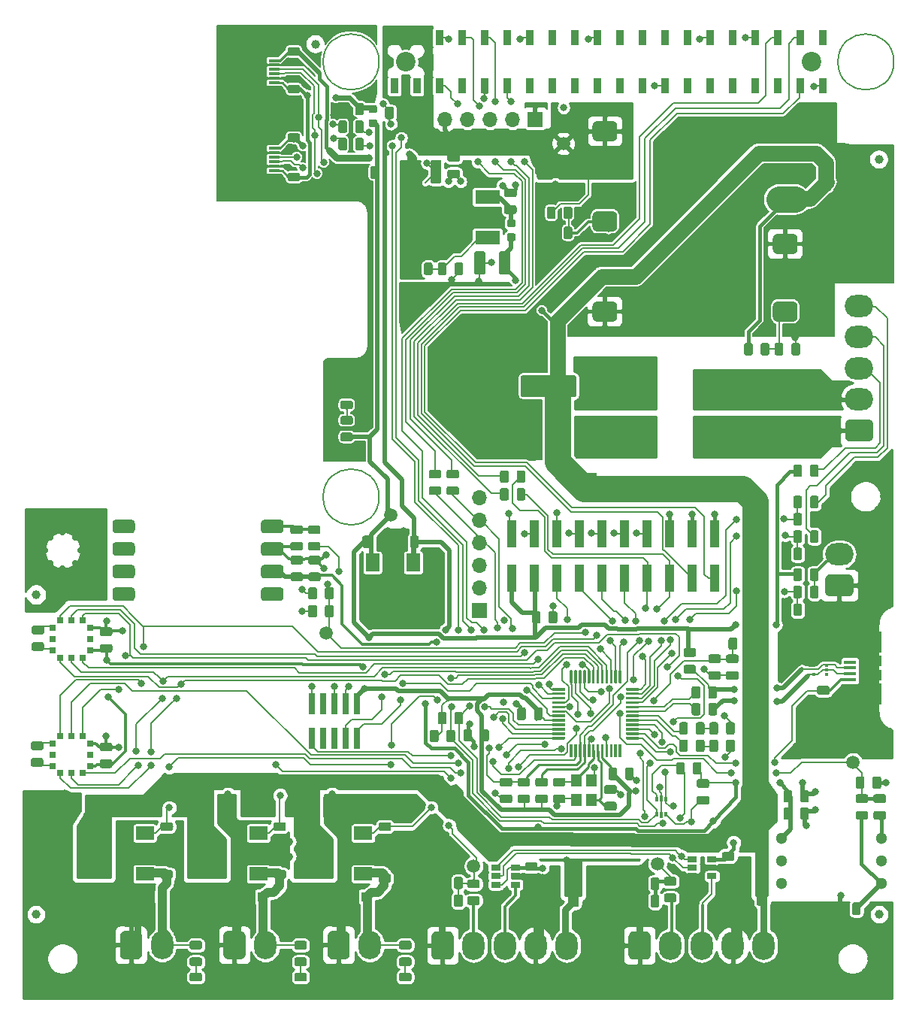
<source format=gbr>
G04 #@! TF.GenerationSoftware,KiCad,Pcbnew,5.1.5-52549c5~86~ubuntu18.04.1*
G04 #@! TF.CreationDate,2020-04-03T22:47:33+02:00*
G04 #@! TF.ProjectId,7001-ventilator_mainboard,37303031-2d76-4656-9e74-696c61746f72,2.0*
G04 #@! TF.SameCoordinates,Original*
G04 #@! TF.FileFunction,Copper,L1,Top*
G04 #@! TF.FilePolarity,Positive*
%FSLAX46Y46*%
G04 Gerber Fmt 4.6, Leading zero omitted, Abs format (unit mm)*
G04 Created by KiCad (PCBNEW 5.1.5-52549c5~86~ubuntu18.04.1) date 2020-04-03 22:47:33*
%MOMM*%
%LPD*%
G04 APERTURE LIST*
%ADD10C,0.150000*%
%ADD11R,2.800000X1.500000*%
%ADD12R,6.100000X6.300000*%
%ADD13C,0.700000*%
%ADD14R,1.000000X3.150000*%
%ADD15O,3.200000X2.500000*%
%ADD16C,0.100000*%
%ADD17R,1.300000X0.300000*%
%ADD18R,2.200000X1.800000*%
%ADD19O,2.500000X3.200000*%
%ADD20R,3.850000X2.500000*%
%ADD21R,1.500000X2.000000*%
%ADD22R,3.800000X2.000000*%
%ADD23R,0.740000X2.400000*%
%ADD24R,1.060000X0.650000*%
%ADD25C,1.300000*%
%ADD26R,2.000000X1.500000*%
%ADD27R,2.000000X3.800000*%
%ADD28C,1.500000*%
%ADD29R,0.375000X0.500000*%
%ADD30R,0.300000X0.650000*%
%ADD31O,1.700000X1.700000*%
%ADD32R,1.700000X1.700000*%
%ADD33R,1.100000X1.100000*%
%ADD34R,1.900000X1.175000*%
%ADD35R,1.900000X2.375000*%
%ADD36R,2.100000X1.475000*%
%ADD37R,1.380000X0.450000*%
%ADD38C,1.000000*%
%ADD39R,0.650000X0.700000*%
%ADD40R,0.700000X0.650000*%
%ADD41R,0.450000X0.300000*%
%ADD42R,0.900000X1.680000*%
%ADD43C,2.200000*%
%ADD44R,2.300000X2.500000*%
%ADD45R,1.200000X1.400000*%
%ADD46C,0.800000*%
%ADD47C,0.800000*%
%ADD48C,0.200000*%
%ADD49C,0.400000*%
%ADD50C,0.250000*%
%ADD51C,0.600000*%
%ADD52C,0.300000*%
%ADD53C,1.000000*%
%ADD54C,0.500000*%
%ADD55C,3.000000*%
%ADD56C,1.800000*%
%ADD57C,1.500000*%
%ADD58C,0.254000*%
G04 APERTURE END LIST*
D10*
X164650000Y-104000000D02*
G75*
G03X164650000Y-104000000I-3150000J0D01*
G01*
X106650000Y-104000000D02*
G75*
G03X106650000Y-104000000I-3150000J0D01*
G01*
X106650000Y-153000000D02*
G75*
G03X106650000Y-153000000I-3150000J0D01*
G01*
D11*
X118850000Y-123786000D03*
X118850000Y-119214000D03*
D12*
X112600000Y-121500000D03*
D13*
X71000000Y-161000000D03*
X69000000Y-159000000D03*
X71000000Y-157000000D03*
X73000000Y-159000000D03*
X72414214Y-160414214D03*
X69585786Y-160414214D03*
X69585786Y-157585786D03*
X72414214Y-157585786D03*
X71000000Y-207000000D03*
X69000000Y-205000000D03*
X71000000Y-203000000D03*
X73000000Y-205000000D03*
X72414214Y-206414214D03*
X69585786Y-206414214D03*
X69585786Y-203585786D03*
X72414214Y-203585786D03*
X160000000Y-207000000D03*
X158000000Y-205000000D03*
X160000000Y-203000000D03*
X162000000Y-205000000D03*
X161414214Y-206414214D03*
X158585786Y-206414214D03*
X158585786Y-203585786D03*
X161414214Y-203585786D03*
X161450000Y-154950000D03*
X159450000Y-152950000D03*
X161450000Y-150950000D03*
X163450000Y-152950000D03*
X162864214Y-154364214D03*
X160035786Y-154364214D03*
X160035786Y-151535786D03*
X162864214Y-151535786D03*
D14*
X121620000Y-162175000D03*
X121620000Y-157125000D03*
X124160000Y-162175000D03*
X124160000Y-157125000D03*
X126700000Y-162175000D03*
X126700000Y-157125000D03*
X129240000Y-162175000D03*
X129240000Y-157125000D03*
X131780000Y-162175000D03*
X131780000Y-157125000D03*
X134320000Y-162175000D03*
X134320000Y-157125000D03*
X136860000Y-162175000D03*
X136860000Y-157125000D03*
X139400000Y-162175000D03*
X139400000Y-157125000D03*
X141940000Y-162175000D03*
X141940000Y-157125000D03*
X144480000Y-162175000D03*
X144480000Y-157125000D03*
D15*
X160750000Y-131500000D03*
X160750000Y-135000000D03*
X160750000Y-138500000D03*
X160750000Y-142000000D03*
G04 #@! TA.AperFunction,ComponentPad*
D16*
G36*
X161786261Y-144253010D02*
G01*
X161846931Y-144262009D01*
X161906428Y-144276912D01*
X161964177Y-144297575D01*
X162019623Y-144323799D01*
X162072231Y-144355331D01*
X162121496Y-144391868D01*
X162166942Y-144433058D01*
X162208132Y-144478504D01*
X162244669Y-144527769D01*
X162276201Y-144580377D01*
X162302425Y-144635823D01*
X162323088Y-144693572D01*
X162337991Y-144753069D01*
X162346990Y-144813739D01*
X162350000Y-144875000D01*
X162350000Y-146125000D01*
X162346990Y-146186261D01*
X162337991Y-146246931D01*
X162323088Y-146306428D01*
X162302425Y-146364177D01*
X162276201Y-146419623D01*
X162244669Y-146472231D01*
X162208132Y-146521496D01*
X162166942Y-146566942D01*
X162121496Y-146608132D01*
X162072231Y-146644669D01*
X162019623Y-146676201D01*
X161964177Y-146702425D01*
X161906428Y-146723088D01*
X161846931Y-146737991D01*
X161786261Y-146746990D01*
X161725000Y-146750000D01*
X159775000Y-146750000D01*
X159713739Y-146746990D01*
X159653069Y-146737991D01*
X159593572Y-146723088D01*
X159535823Y-146702425D01*
X159480377Y-146676201D01*
X159427769Y-146644669D01*
X159378504Y-146608132D01*
X159333058Y-146566942D01*
X159291868Y-146521496D01*
X159255331Y-146472231D01*
X159223799Y-146419623D01*
X159197575Y-146364177D01*
X159176912Y-146306428D01*
X159162009Y-146246931D01*
X159153010Y-146186261D01*
X159150000Y-146125000D01*
X159150000Y-144875000D01*
X159153010Y-144813739D01*
X159162009Y-144753069D01*
X159176912Y-144693572D01*
X159197575Y-144635823D01*
X159223799Y-144580377D01*
X159255331Y-144527769D01*
X159291868Y-144478504D01*
X159333058Y-144433058D01*
X159378504Y-144391868D01*
X159427769Y-144355331D01*
X159480377Y-144323799D01*
X159535823Y-144297575D01*
X159593572Y-144276912D01*
X159653069Y-144262009D01*
X159713739Y-144253010D01*
X159775000Y-144250000D01*
X161725000Y-144250000D01*
X161786261Y-144253010D01*
G37*
G04 #@! TD.AperFunction*
G04 #@! TA.AperFunction,SMDPad,CuDef*
G36*
X146930142Y-170726174D02*
G01*
X146953803Y-170729684D01*
X146977007Y-170735496D01*
X146999529Y-170743554D01*
X147021153Y-170753782D01*
X147041670Y-170766079D01*
X147060883Y-170780329D01*
X147078607Y-170796393D01*
X147094671Y-170814117D01*
X147108921Y-170833330D01*
X147121218Y-170853847D01*
X147131446Y-170875471D01*
X147139504Y-170897993D01*
X147145316Y-170921197D01*
X147148826Y-170944858D01*
X147150000Y-170968750D01*
X147150000Y-171456250D01*
X147148826Y-171480142D01*
X147145316Y-171503803D01*
X147139504Y-171527007D01*
X147131446Y-171549529D01*
X147121218Y-171571153D01*
X147108921Y-171591670D01*
X147094671Y-171610883D01*
X147078607Y-171628607D01*
X147060883Y-171644671D01*
X147041670Y-171658921D01*
X147021153Y-171671218D01*
X146999529Y-171681446D01*
X146977007Y-171689504D01*
X146953803Y-171695316D01*
X146930142Y-171698826D01*
X146906250Y-171700000D01*
X145993750Y-171700000D01*
X145969858Y-171698826D01*
X145946197Y-171695316D01*
X145922993Y-171689504D01*
X145900471Y-171681446D01*
X145878847Y-171671218D01*
X145858330Y-171658921D01*
X145839117Y-171644671D01*
X145821393Y-171628607D01*
X145805329Y-171610883D01*
X145791079Y-171591670D01*
X145778782Y-171571153D01*
X145768554Y-171549529D01*
X145760496Y-171527007D01*
X145754684Y-171503803D01*
X145751174Y-171480142D01*
X145750000Y-171456250D01*
X145750000Y-170968750D01*
X145751174Y-170944858D01*
X145754684Y-170921197D01*
X145760496Y-170897993D01*
X145768554Y-170875471D01*
X145778782Y-170853847D01*
X145791079Y-170833330D01*
X145805329Y-170814117D01*
X145821393Y-170796393D01*
X145839117Y-170780329D01*
X145858330Y-170766079D01*
X145878847Y-170753782D01*
X145900471Y-170743554D01*
X145922993Y-170735496D01*
X145946197Y-170729684D01*
X145969858Y-170726174D01*
X145993750Y-170725000D01*
X146906250Y-170725000D01*
X146930142Y-170726174D01*
G37*
G04 #@! TD.AperFunction*
G04 #@! TA.AperFunction,SMDPad,CuDef*
G36*
X146930142Y-172601174D02*
G01*
X146953803Y-172604684D01*
X146977007Y-172610496D01*
X146999529Y-172618554D01*
X147021153Y-172628782D01*
X147041670Y-172641079D01*
X147060883Y-172655329D01*
X147078607Y-172671393D01*
X147094671Y-172689117D01*
X147108921Y-172708330D01*
X147121218Y-172728847D01*
X147131446Y-172750471D01*
X147139504Y-172772993D01*
X147145316Y-172796197D01*
X147148826Y-172819858D01*
X147150000Y-172843750D01*
X147150000Y-173331250D01*
X147148826Y-173355142D01*
X147145316Y-173378803D01*
X147139504Y-173402007D01*
X147131446Y-173424529D01*
X147121218Y-173446153D01*
X147108921Y-173466670D01*
X147094671Y-173485883D01*
X147078607Y-173503607D01*
X147060883Y-173519671D01*
X147041670Y-173533921D01*
X147021153Y-173546218D01*
X146999529Y-173556446D01*
X146977007Y-173564504D01*
X146953803Y-173570316D01*
X146930142Y-173573826D01*
X146906250Y-173575000D01*
X145993750Y-173575000D01*
X145969858Y-173573826D01*
X145946197Y-173570316D01*
X145922993Y-173564504D01*
X145900471Y-173556446D01*
X145878847Y-173546218D01*
X145858330Y-173533921D01*
X145839117Y-173519671D01*
X145821393Y-173503607D01*
X145805329Y-173485883D01*
X145791079Y-173466670D01*
X145778782Y-173446153D01*
X145768554Y-173424529D01*
X145760496Y-173402007D01*
X145754684Y-173378803D01*
X145751174Y-173355142D01*
X145750000Y-173331250D01*
X145750000Y-172843750D01*
X145751174Y-172819858D01*
X145754684Y-172796197D01*
X145760496Y-172772993D01*
X145768554Y-172750471D01*
X145778782Y-172728847D01*
X145791079Y-172708330D01*
X145805329Y-172689117D01*
X145821393Y-172671393D01*
X145839117Y-172655329D01*
X145858330Y-172641079D01*
X145878847Y-172628782D01*
X145900471Y-172618554D01*
X145922993Y-172610496D01*
X145946197Y-172604684D01*
X145969858Y-172601174D01*
X145993750Y-172600000D01*
X146906250Y-172600000D01*
X146930142Y-172601174D01*
G37*
G04 #@! TD.AperFunction*
G04 #@! TA.AperFunction,SMDPad,CuDef*
G36*
X148655142Y-168801174D02*
G01*
X148678803Y-168804684D01*
X148702007Y-168810496D01*
X148724529Y-168818554D01*
X148746153Y-168828782D01*
X148766670Y-168841079D01*
X148785883Y-168855329D01*
X148803607Y-168871393D01*
X148819671Y-168889117D01*
X148833921Y-168908330D01*
X148846218Y-168928847D01*
X148856446Y-168950471D01*
X148864504Y-168972993D01*
X148870316Y-168996197D01*
X148873826Y-169019858D01*
X148875000Y-169043750D01*
X148875000Y-169956250D01*
X148873826Y-169980142D01*
X148870316Y-170003803D01*
X148864504Y-170027007D01*
X148856446Y-170049529D01*
X148846218Y-170071153D01*
X148833921Y-170091670D01*
X148819671Y-170110883D01*
X148803607Y-170128607D01*
X148785883Y-170144671D01*
X148766670Y-170158921D01*
X148746153Y-170171218D01*
X148724529Y-170181446D01*
X148702007Y-170189504D01*
X148678803Y-170195316D01*
X148655142Y-170198826D01*
X148631250Y-170200000D01*
X148143750Y-170200000D01*
X148119858Y-170198826D01*
X148096197Y-170195316D01*
X148072993Y-170189504D01*
X148050471Y-170181446D01*
X148028847Y-170171218D01*
X148008330Y-170158921D01*
X147989117Y-170144671D01*
X147971393Y-170128607D01*
X147955329Y-170110883D01*
X147941079Y-170091670D01*
X147928782Y-170071153D01*
X147918554Y-170049529D01*
X147910496Y-170027007D01*
X147904684Y-170003803D01*
X147901174Y-169980142D01*
X147900000Y-169956250D01*
X147900000Y-169043750D01*
X147901174Y-169019858D01*
X147904684Y-168996197D01*
X147910496Y-168972993D01*
X147918554Y-168950471D01*
X147928782Y-168928847D01*
X147941079Y-168908330D01*
X147955329Y-168889117D01*
X147971393Y-168871393D01*
X147989117Y-168855329D01*
X148008330Y-168841079D01*
X148028847Y-168828782D01*
X148050471Y-168818554D01*
X148072993Y-168810496D01*
X148096197Y-168804684D01*
X148119858Y-168801174D01*
X148143750Y-168800000D01*
X148631250Y-168800000D01*
X148655142Y-168801174D01*
G37*
G04 #@! TD.AperFunction*
G04 #@! TA.AperFunction,SMDPad,CuDef*
G36*
X146780142Y-168801174D02*
G01*
X146803803Y-168804684D01*
X146827007Y-168810496D01*
X146849529Y-168818554D01*
X146871153Y-168828782D01*
X146891670Y-168841079D01*
X146910883Y-168855329D01*
X146928607Y-168871393D01*
X146944671Y-168889117D01*
X146958921Y-168908330D01*
X146971218Y-168928847D01*
X146981446Y-168950471D01*
X146989504Y-168972993D01*
X146995316Y-168996197D01*
X146998826Y-169019858D01*
X147000000Y-169043750D01*
X147000000Y-169956250D01*
X146998826Y-169980142D01*
X146995316Y-170003803D01*
X146989504Y-170027007D01*
X146981446Y-170049529D01*
X146971218Y-170071153D01*
X146958921Y-170091670D01*
X146944671Y-170110883D01*
X146928607Y-170128607D01*
X146910883Y-170144671D01*
X146891670Y-170158921D01*
X146871153Y-170171218D01*
X146849529Y-170181446D01*
X146827007Y-170189504D01*
X146803803Y-170195316D01*
X146780142Y-170198826D01*
X146756250Y-170200000D01*
X146268750Y-170200000D01*
X146244858Y-170198826D01*
X146221197Y-170195316D01*
X146197993Y-170189504D01*
X146175471Y-170181446D01*
X146153847Y-170171218D01*
X146133330Y-170158921D01*
X146114117Y-170144671D01*
X146096393Y-170128607D01*
X146080329Y-170110883D01*
X146066079Y-170091670D01*
X146053782Y-170071153D01*
X146043554Y-170049529D01*
X146035496Y-170027007D01*
X146029684Y-170003803D01*
X146026174Y-169980142D01*
X146025000Y-169956250D01*
X146025000Y-169043750D01*
X146026174Y-169019858D01*
X146029684Y-168996197D01*
X146035496Y-168972993D01*
X146043554Y-168950471D01*
X146053782Y-168928847D01*
X146066079Y-168908330D01*
X146080329Y-168889117D01*
X146096393Y-168871393D01*
X146114117Y-168855329D01*
X146133330Y-168841079D01*
X146153847Y-168828782D01*
X146175471Y-168818554D01*
X146197993Y-168810496D01*
X146221197Y-168804684D01*
X146244858Y-168801174D01*
X146268750Y-168800000D01*
X146756250Y-168800000D01*
X146780142Y-168801174D01*
G37*
G04 #@! TD.AperFunction*
D17*
X94850000Y-116250000D03*
X94850000Y-115750000D03*
X94850000Y-115250000D03*
X94850000Y-114750000D03*
X94850000Y-114250000D03*
X94850000Y-113750000D03*
D18*
X91600000Y-111850000D03*
X91600000Y-118150000D03*
G04 #@! TA.AperFunction,SMDPad,CuDef*
D16*
G36*
X106227691Y-110451053D02*
G01*
X106248926Y-110454203D01*
X106269750Y-110459419D01*
X106289962Y-110466651D01*
X106309368Y-110475830D01*
X106327781Y-110486866D01*
X106345024Y-110499654D01*
X106360930Y-110514070D01*
X106375346Y-110529976D01*
X106388134Y-110547219D01*
X106399170Y-110565632D01*
X106408349Y-110585038D01*
X106415581Y-110605250D01*
X106420797Y-110626074D01*
X106423947Y-110647309D01*
X106425000Y-110668750D01*
X106425000Y-111106250D01*
X106423947Y-111127691D01*
X106420797Y-111148926D01*
X106415581Y-111169750D01*
X106408349Y-111189962D01*
X106399170Y-111209368D01*
X106388134Y-111227781D01*
X106375346Y-111245024D01*
X106360930Y-111260930D01*
X106345024Y-111275346D01*
X106327781Y-111288134D01*
X106309368Y-111299170D01*
X106289962Y-111308349D01*
X106269750Y-111315581D01*
X106248926Y-111320797D01*
X106227691Y-111323947D01*
X106206250Y-111325000D01*
X105693750Y-111325000D01*
X105672309Y-111323947D01*
X105651074Y-111320797D01*
X105630250Y-111315581D01*
X105610038Y-111308349D01*
X105590632Y-111299170D01*
X105572219Y-111288134D01*
X105554976Y-111275346D01*
X105539070Y-111260930D01*
X105524654Y-111245024D01*
X105511866Y-111227781D01*
X105500830Y-111209368D01*
X105491651Y-111189962D01*
X105484419Y-111169750D01*
X105479203Y-111148926D01*
X105476053Y-111127691D01*
X105475000Y-111106250D01*
X105475000Y-110668750D01*
X105476053Y-110647309D01*
X105479203Y-110626074D01*
X105484419Y-110605250D01*
X105491651Y-110585038D01*
X105500830Y-110565632D01*
X105511866Y-110547219D01*
X105524654Y-110529976D01*
X105539070Y-110514070D01*
X105554976Y-110499654D01*
X105572219Y-110486866D01*
X105590632Y-110475830D01*
X105610038Y-110466651D01*
X105630250Y-110459419D01*
X105651074Y-110454203D01*
X105672309Y-110451053D01*
X105693750Y-110450000D01*
X106206250Y-110450000D01*
X106227691Y-110451053D01*
G37*
G04 #@! TD.AperFunction*
G04 #@! TA.AperFunction,SMDPad,CuDef*
G36*
X106227691Y-108876053D02*
G01*
X106248926Y-108879203D01*
X106269750Y-108884419D01*
X106289962Y-108891651D01*
X106309368Y-108900830D01*
X106327781Y-108911866D01*
X106345024Y-108924654D01*
X106360930Y-108939070D01*
X106375346Y-108954976D01*
X106388134Y-108972219D01*
X106399170Y-108990632D01*
X106408349Y-109010038D01*
X106415581Y-109030250D01*
X106420797Y-109051074D01*
X106423947Y-109072309D01*
X106425000Y-109093750D01*
X106425000Y-109531250D01*
X106423947Y-109552691D01*
X106420797Y-109573926D01*
X106415581Y-109594750D01*
X106408349Y-109614962D01*
X106399170Y-109634368D01*
X106388134Y-109652781D01*
X106375346Y-109670024D01*
X106360930Y-109685930D01*
X106345024Y-109700346D01*
X106327781Y-109713134D01*
X106309368Y-109724170D01*
X106289962Y-109733349D01*
X106269750Y-109740581D01*
X106248926Y-109745797D01*
X106227691Y-109748947D01*
X106206250Y-109750000D01*
X105693750Y-109750000D01*
X105672309Y-109748947D01*
X105651074Y-109745797D01*
X105630250Y-109740581D01*
X105610038Y-109733349D01*
X105590632Y-109724170D01*
X105572219Y-109713134D01*
X105554976Y-109700346D01*
X105539070Y-109685930D01*
X105524654Y-109670024D01*
X105511866Y-109652781D01*
X105500830Y-109634368D01*
X105491651Y-109614962D01*
X105484419Y-109594750D01*
X105479203Y-109573926D01*
X105476053Y-109552691D01*
X105475000Y-109531250D01*
X105475000Y-109093750D01*
X105476053Y-109072309D01*
X105479203Y-109051074D01*
X105484419Y-109030250D01*
X105491651Y-109010038D01*
X105500830Y-108990632D01*
X105511866Y-108972219D01*
X105524654Y-108954976D01*
X105539070Y-108939070D01*
X105554976Y-108924654D01*
X105572219Y-108911866D01*
X105590632Y-108900830D01*
X105610038Y-108891651D01*
X105630250Y-108884419D01*
X105651074Y-108879203D01*
X105672309Y-108876053D01*
X105693750Y-108875000D01*
X106206250Y-108875000D01*
X106227691Y-108876053D01*
G37*
G04 #@! TD.AperFunction*
G04 #@! TA.AperFunction,SMDPad,CuDef*
G36*
X97530142Y-118351174D02*
G01*
X97553803Y-118354684D01*
X97577007Y-118360496D01*
X97599529Y-118368554D01*
X97621153Y-118378782D01*
X97641670Y-118391079D01*
X97660883Y-118405329D01*
X97678607Y-118421393D01*
X97694671Y-118439117D01*
X97708921Y-118458330D01*
X97721218Y-118478847D01*
X97731446Y-118500471D01*
X97739504Y-118522993D01*
X97745316Y-118546197D01*
X97748826Y-118569858D01*
X97750000Y-118593750D01*
X97750000Y-119081250D01*
X97748826Y-119105142D01*
X97745316Y-119128803D01*
X97739504Y-119152007D01*
X97731446Y-119174529D01*
X97721218Y-119196153D01*
X97708921Y-119216670D01*
X97694671Y-119235883D01*
X97678607Y-119253607D01*
X97660883Y-119269671D01*
X97641670Y-119283921D01*
X97621153Y-119296218D01*
X97599529Y-119306446D01*
X97577007Y-119314504D01*
X97553803Y-119320316D01*
X97530142Y-119323826D01*
X97506250Y-119325000D01*
X96593750Y-119325000D01*
X96569858Y-119323826D01*
X96546197Y-119320316D01*
X96522993Y-119314504D01*
X96500471Y-119306446D01*
X96478847Y-119296218D01*
X96458330Y-119283921D01*
X96439117Y-119269671D01*
X96421393Y-119253607D01*
X96405329Y-119235883D01*
X96391079Y-119216670D01*
X96378782Y-119196153D01*
X96368554Y-119174529D01*
X96360496Y-119152007D01*
X96354684Y-119128803D01*
X96351174Y-119105142D01*
X96350000Y-119081250D01*
X96350000Y-118593750D01*
X96351174Y-118569858D01*
X96354684Y-118546197D01*
X96360496Y-118522993D01*
X96368554Y-118500471D01*
X96378782Y-118478847D01*
X96391079Y-118458330D01*
X96405329Y-118439117D01*
X96421393Y-118421393D01*
X96439117Y-118405329D01*
X96458330Y-118391079D01*
X96478847Y-118378782D01*
X96500471Y-118368554D01*
X96522993Y-118360496D01*
X96546197Y-118354684D01*
X96569858Y-118351174D01*
X96593750Y-118350000D01*
X97506250Y-118350000D01*
X97530142Y-118351174D01*
G37*
G04 #@! TD.AperFunction*
G04 #@! TA.AperFunction,SMDPad,CuDef*
G36*
X97530142Y-116476174D02*
G01*
X97553803Y-116479684D01*
X97577007Y-116485496D01*
X97599529Y-116493554D01*
X97621153Y-116503782D01*
X97641670Y-116516079D01*
X97660883Y-116530329D01*
X97678607Y-116546393D01*
X97694671Y-116564117D01*
X97708921Y-116583330D01*
X97721218Y-116603847D01*
X97731446Y-116625471D01*
X97739504Y-116647993D01*
X97745316Y-116671197D01*
X97748826Y-116694858D01*
X97750000Y-116718750D01*
X97750000Y-117206250D01*
X97748826Y-117230142D01*
X97745316Y-117253803D01*
X97739504Y-117277007D01*
X97731446Y-117299529D01*
X97721218Y-117321153D01*
X97708921Y-117341670D01*
X97694671Y-117360883D01*
X97678607Y-117378607D01*
X97660883Y-117394671D01*
X97641670Y-117408921D01*
X97621153Y-117421218D01*
X97599529Y-117431446D01*
X97577007Y-117439504D01*
X97553803Y-117445316D01*
X97530142Y-117448826D01*
X97506250Y-117450000D01*
X96593750Y-117450000D01*
X96569858Y-117448826D01*
X96546197Y-117445316D01*
X96522993Y-117439504D01*
X96500471Y-117431446D01*
X96478847Y-117421218D01*
X96458330Y-117408921D01*
X96439117Y-117394671D01*
X96421393Y-117378607D01*
X96405329Y-117360883D01*
X96391079Y-117341670D01*
X96378782Y-117321153D01*
X96368554Y-117299529D01*
X96360496Y-117277007D01*
X96354684Y-117253803D01*
X96351174Y-117230142D01*
X96350000Y-117206250D01*
X96350000Y-116718750D01*
X96351174Y-116694858D01*
X96354684Y-116671197D01*
X96360496Y-116647993D01*
X96368554Y-116625471D01*
X96378782Y-116603847D01*
X96391079Y-116583330D01*
X96405329Y-116564117D01*
X96421393Y-116546393D01*
X96439117Y-116530329D01*
X96458330Y-116516079D01*
X96478847Y-116503782D01*
X96500471Y-116493554D01*
X96522993Y-116485496D01*
X96546197Y-116479684D01*
X96569858Y-116476174D01*
X96593750Y-116475000D01*
X97506250Y-116475000D01*
X97530142Y-116476174D01*
G37*
G04 #@! TD.AperFunction*
G04 #@! TA.AperFunction,SMDPad,CuDef*
G36*
X102830142Y-108601174D02*
G01*
X102853803Y-108604684D01*
X102877007Y-108610496D01*
X102899529Y-108618554D01*
X102921153Y-108628782D01*
X102941670Y-108641079D01*
X102960883Y-108655329D01*
X102978607Y-108671393D01*
X102994671Y-108689117D01*
X103008921Y-108708330D01*
X103021218Y-108728847D01*
X103031446Y-108750471D01*
X103039504Y-108772993D01*
X103045316Y-108796197D01*
X103048826Y-108819858D01*
X103050000Y-108843750D01*
X103050000Y-109756250D01*
X103048826Y-109780142D01*
X103045316Y-109803803D01*
X103039504Y-109827007D01*
X103031446Y-109849529D01*
X103021218Y-109871153D01*
X103008921Y-109891670D01*
X102994671Y-109910883D01*
X102978607Y-109928607D01*
X102960883Y-109944671D01*
X102941670Y-109958921D01*
X102921153Y-109971218D01*
X102899529Y-109981446D01*
X102877007Y-109989504D01*
X102853803Y-109995316D01*
X102830142Y-109998826D01*
X102806250Y-110000000D01*
X102318750Y-110000000D01*
X102294858Y-109998826D01*
X102271197Y-109995316D01*
X102247993Y-109989504D01*
X102225471Y-109981446D01*
X102203847Y-109971218D01*
X102183330Y-109958921D01*
X102164117Y-109944671D01*
X102146393Y-109928607D01*
X102130329Y-109910883D01*
X102116079Y-109891670D01*
X102103782Y-109871153D01*
X102093554Y-109849529D01*
X102085496Y-109827007D01*
X102079684Y-109803803D01*
X102076174Y-109780142D01*
X102075000Y-109756250D01*
X102075000Y-108843750D01*
X102076174Y-108819858D01*
X102079684Y-108796197D01*
X102085496Y-108772993D01*
X102093554Y-108750471D01*
X102103782Y-108728847D01*
X102116079Y-108708330D01*
X102130329Y-108689117D01*
X102146393Y-108671393D01*
X102164117Y-108655329D01*
X102183330Y-108641079D01*
X102203847Y-108628782D01*
X102225471Y-108618554D01*
X102247993Y-108610496D01*
X102271197Y-108604684D01*
X102294858Y-108601174D01*
X102318750Y-108600000D01*
X102806250Y-108600000D01*
X102830142Y-108601174D01*
G37*
G04 #@! TD.AperFunction*
G04 #@! TA.AperFunction,SMDPad,CuDef*
G36*
X104705142Y-108601174D02*
G01*
X104728803Y-108604684D01*
X104752007Y-108610496D01*
X104774529Y-108618554D01*
X104796153Y-108628782D01*
X104816670Y-108641079D01*
X104835883Y-108655329D01*
X104853607Y-108671393D01*
X104869671Y-108689117D01*
X104883921Y-108708330D01*
X104896218Y-108728847D01*
X104906446Y-108750471D01*
X104914504Y-108772993D01*
X104920316Y-108796197D01*
X104923826Y-108819858D01*
X104925000Y-108843750D01*
X104925000Y-109756250D01*
X104923826Y-109780142D01*
X104920316Y-109803803D01*
X104914504Y-109827007D01*
X104906446Y-109849529D01*
X104896218Y-109871153D01*
X104883921Y-109891670D01*
X104869671Y-109910883D01*
X104853607Y-109928607D01*
X104835883Y-109944671D01*
X104816670Y-109958921D01*
X104796153Y-109971218D01*
X104774529Y-109981446D01*
X104752007Y-109989504D01*
X104728803Y-109995316D01*
X104705142Y-109998826D01*
X104681250Y-110000000D01*
X104193750Y-110000000D01*
X104169858Y-109998826D01*
X104146197Y-109995316D01*
X104122993Y-109989504D01*
X104100471Y-109981446D01*
X104078847Y-109971218D01*
X104058330Y-109958921D01*
X104039117Y-109944671D01*
X104021393Y-109928607D01*
X104005329Y-109910883D01*
X103991079Y-109891670D01*
X103978782Y-109871153D01*
X103968554Y-109849529D01*
X103960496Y-109827007D01*
X103954684Y-109803803D01*
X103951174Y-109780142D01*
X103950000Y-109756250D01*
X103950000Y-108843750D01*
X103951174Y-108819858D01*
X103954684Y-108796197D01*
X103960496Y-108772993D01*
X103968554Y-108750471D01*
X103978782Y-108728847D01*
X103991079Y-108708330D01*
X104005329Y-108689117D01*
X104021393Y-108671393D01*
X104039117Y-108655329D01*
X104058330Y-108641079D01*
X104078847Y-108628782D01*
X104100471Y-108618554D01*
X104122993Y-108610496D01*
X104146197Y-108604684D01*
X104169858Y-108601174D01*
X104193750Y-108600000D01*
X104681250Y-108600000D01*
X104705142Y-108601174D01*
G37*
G04 #@! TD.AperFunction*
G04 #@! TA.AperFunction,SMDPad,CuDef*
G36*
X104530142Y-115751174D02*
G01*
X104553803Y-115754684D01*
X104577007Y-115760496D01*
X104599529Y-115768554D01*
X104621153Y-115778782D01*
X104641670Y-115791079D01*
X104660883Y-115805329D01*
X104678607Y-115821393D01*
X104694671Y-115839117D01*
X104708921Y-115858330D01*
X104721218Y-115878847D01*
X104731446Y-115900471D01*
X104739504Y-115922993D01*
X104745316Y-115946197D01*
X104748826Y-115969858D01*
X104750000Y-115993750D01*
X104750000Y-116906250D01*
X104748826Y-116930142D01*
X104745316Y-116953803D01*
X104739504Y-116977007D01*
X104731446Y-116999529D01*
X104721218Y-117021153D01*
X104708921Y-117041670D01*
X104694671Y-117060883D01*
X104678607Y-117078607D01*
X104660883Y-117094671D01*
X104641670Y-117108921D01*
X104621153Y-117121218D01*
X104599529Y-117131446D01*
X104577007Y-117139504D01*
X104553803Y-117145316D01*
X104530142Y-117148826D01*
X104506250Y-117150000D01*
X104018750Y-117150000D01*
X103994858Y-117148826D01*
X103971197Y-117145316D01*
X103947993Y-117139504D01*
X103925471Y-117131446D01*
X103903847Y-117121218D01*
X103883330Y-117108921D01*
X103864117Y-117094671D01*
X103846393Y-117078607D01*
X103830329Y-117060883D01*
X103816079Y-117041670D01*
X103803782Y-117021153D01*
X103793554Y-116999529D01*
X103785496Y-116977007D01*
X103779684Y-116953803D01*
X103776174Y-116930142D01*
X103775000Y-116906250D01*
X103775000Y-115993750D01*
X103776174Y-115969858D01*
X103779684Y-115946197D01*
X103785496Y-115922993D01*
X103793554Y-115900471D01*
X103803782Y-115878847D01*
X103816079Y-115858330D01*
X103830329Y-115839117D01*
X103846393Y-115821393D01*
X103864117Y-115805329D01*
X103883330Y-115791079D01*
X103903847Y-115778782D01*
X103925471Y-115768554D01*
X103947993Y-115760496D01*
X103971197Y-115754684D01*
X103994858Y-115751174D01*
X104018750Y-115750000D01*
X104506250Y-115750000D01*
X104530142Y-115751174D01*
G37*
G04 #@! TD.AperFunction*
G04 #@! TA.AperFunction,SMDPad,CuDef*
G36*
X106405142Y-115751174D02*
G01*
X106428803Y-115754684D01*
X106452007Y-115760496D01*
X106474529Y-115768554D01*
X106496153Y-115778782D01*
X106516670Y-115791079D01*
X106535883Y-115805329D01*
X106553607Y-115821393D01*
X106569671Y-115839117D01*
X106583921Y-115858330D01*
X106596218Y-115878847D01*
X106606446Y-115900471D01*
X106614504Y-115922993D01*
X106620316Y-115946197D01*
X106623826Y-115969858D01*
X106625000Y-115993750D01*
X106625000Y-116906250D01*
X106623826Y-116930142D01*
X106620316Y-116953803D01*
X106614504Y-116977007D01*
X106606446Y-116999529D01*
X106596218Y-117021153D01*
X106583921Y-117041670D01*
X106569671Y-117060883D01*
X106553607Y-117078607D01*
X106535883Y-117094671D01*
X106516670Y-117108921D01*
X106496153Y-117121218D01*
X106474529Y-117131446D01*
X106452007Y-117139504D01*
X106428803Y-117145316D01*
X106405142Y-117148826D01*
X106381250Y-117150000D01*
X105893750Y-117150000D01*
X105869858Y-117148826D01*
X105846197Y-117145316D01*
X105822993Y-117139504D01*
X105800471Y-117131446D01*
X105778847Y-117121218D01*
X105758330Y-117108921D01*
X105739117Y-117094671D01*
X105721393Y-117078607D01*
X105705329Y-117060883D01*
X105691079Y-117041670D01*
X105678782Y-117021153D01*
X105668554Y-116999529D01*
X105660496Y-116977007D01*
X105654684Y-116953803D01*
X105651174Y-116930142D01*
X105650000Y-116906250D01*
X105650000Y-115993750D01*
X105651174Y-115969858D01*
X105654684Y-115946197D01*
X105660496Y-115922993D01*
X105668554Y-115900471D01*
X105678782Y-115878847D01*
X105691079Y-115858330D01*
X105705329Y-115839117D01*
X105721393Y-115821393D01*
X105739117Y-115805329D01*
X105758330Y-115791079D01*
X105778847Y-115778782D01*
X105800471Y-115768554D01*
X105822993Y-115760496D01*
X105846197Y-115754684D01*
X105869858Y-115751174D01*
X105893750Y-115750000D01*
X106381250Y-115750000D01*
X106405142Y-115751174D01*
G37*
G04 #@! TD.AperFunction*
G04 #@! TA.AperFunction,SMDPad,CuDef*
G36*
X97530142Y-110176174D02*
G01*
X97553803Y-110179684D01*
X97577007Y-110185496D01*
X97599529Y-110193554D01*
X97621153Y-110203782D01*
X97641670Y-110216079D01*
X97660883Y-110230329D01*
X97678607Y-110246393D01*
X97694671Y-110264117D01*
X97708921Y-110283330D01*
X97721218Y-110303847D01*
X97731446Y-110325471D01*
X97739504Y-110347993D01*
X97745316Y-110371197D01*
X97748826Y-110394858D01*
X97750000Y-110418750D01*
X97750000Y-110906250D01*
X97748826Y-110930142D01*
X97745316Y-110953803D01*
X97739504Y-110977007D01*
X97731446Y-110999529D01*
X97721218Y-111021153D01*
X97708921Y-111041670D01*
X97694671Y-111060883D01*
X97678607Y-111078607D01*
X97660883Y-111094671D01*
X97641670Y-111108921D01*
X97621153Y-111121218D01*
X97599529Y-111131446D01*
X97577007Y-111139504D01*
X97553803Y-111145316D01*
X97530142Y-111148826D01*
X97506250Y-111150000D01*
X96593750Y-111150000D01*
X96569858Y-111148826D01*
X96546197Y-111145316D01*
X96522993Y-111139504D01*
X96500471Y-111131446D01*
X96478847Y-111121218D01*
X96458330Y-111108921D01*
X96439117Y-111094671D01*
X96421393Y-111078607D01*
X96405329Y-111060883D01*
X96391079Y-111041670D01*
X96378782Y-111021153D01*
X96368554Y-110999529D01*
X96360496Y-110977007D01*
X96354684Y-110953803D01*
X96351174Y-110930142D01*
X96350000Y-110906250D01*
X96350000Y-110418750D01*
X96351174Y-110394858D01*
X96354684Y-110371197D01*
X96360496Y-110347993D01*
X96368554Y-110325471D01*
X96378782Y-110303847D01*
X96391079Y-110283330D01*
X96405329Y-110264117D01*
X96421393Y-110246393D01*
X96439117Y-110230329D01*
X96458330Y-110216079D01*
X96478847Y-110203782D01*
X96500471Y-110193554D01*
X96522993Y-110185496D01*
X96546197Y-110179684D01*
X96569858Y-110176174D01*
X96593750Y-110175000D01*
X97506250Y-110175000D01*
X97530142Y-110176174D01*
G37*
G04 #@! TD.AperFunction*
G04 #@! TA.AperFunction,SMDPad,CuDef*
G36*
X97530142Y-112051174D02*
G01*
X97553803Y-112054684D01*
X97577007Y-112060496D01*
X97599529Y-112068554D01*
X97621153Y-112078782D01*
X97641670Y-112091079D01*
X97660883Y-112105329D01*
X97678607Y-112121393D01*
X97694671Y-112139117D01*
X97708921Y-112158330D01*
X97721218Y-112178847D01*
X97731446Y-112200471D01*
X97739504Y-112222993D01*
X97745316Y-112246197D01*
X97748826Y-112269858D01*
X97750000Y-112293750D01*
X97750000Y-112781250D01*
X97748826Y-112805142D01*
X97745316Y-112828803D01*
X97739504Y-112852007D01*
X97731446Y-112874529D01*
X97721218Y-112896153D01*
X97708921Y-112916670D01*
X97694671Y-112935883D01*
X97678607Y-112953607D01*
X97660883Y-112969671D01*
X97641670Y-112983921D01*
X97621153Y-112996218D01*
X97599529Y-113006446D01*
X97577007Y-113014504D01*
X97553803Y-113020316D01*
X97530142Y-113023826D01*
X97506250Y-113025000D01*
X96593750Y-113025000D01*
X96569858Y-113023826D01*
X96546197Y-113020316D01*
X96522993Y-113014504D01*
X96500471Y-113006446D01*
X96478847Y-112996218D01*
X96458330Y-112983921D01*
X96439117Y-112969671D01*
X96421393Y-112953607D01*
X96405329Y-112935883D01*
X96391079Y-112916670D01*
X96378782Y-112896153D01*
X96368554Y-112874529D01*
X96360496Y-112852007D01*
X96354684Y-112828803D01*
X96351174Y-112805142D01*
X96350000Y-112781250D01*
X96350000Y-112293750D01*
X96351174Y-112269858D01*
X96354684Y-112246197D01*
X96360496Y-112222993D01*
X96368554Y-112200471D01*
X96378782Y-112178847D01*
X96391079Y-112158330D01*
X96405329Y-112139117D01*
X96421393Y-112121393D01*
X96439117Y-112105329D01*
X96458330Y-112091079D01*
X96478847Y-112078782D01*
X96500471Y-112068554D01*
X96522993Y-112060496D01*
X96546197Y-112054684D01*
X96569858Y-112051174D01*
X96593750Y-112050000D01*
X97506250Y-112050000D01*
X97530142Y-112051174D01*
G37*
G04 #@! TD.AperFunction*
G04 #@! TA.AperFunction,SMDPad,CuDef*
G36*
X144930142Y-172601174D02*
G01*
X144953803Y-172604684D01*
X144977007Y-172610496D01*
X144999529Y-172618554D01*
X145021153Y-172628782D01*
X145041670Y-172641079D01*
X145060883Y-172655329D01*
X145078607Y-172671393D01*
X145094671Y-172689117D01*
X145108921Y-172708330D01*
X145121218Y-172728847D01*
X145131446Y-172750471D01*
X145139504Y-172772993D01*
X145145316Y-172796197D01*
X145148826Y-172819858D01*
X145150000Y-172843750D01*
X145150000Y-173331250D01*
X145148826Y-173355142D01*
X145145316Y-173378803D01*
X145139504Y-173402007D01*
X145131446Y-173424529D01*
X145121218Y-173446153D01*
X145108921Y-173466670D01*
X145094671Y-173485883D01*
X145078607Y-173503607D01*
X145060883Y-173519671D01*
X145041670Y-173533921D01*
X145021153Y-173546218D01*
X144999529Y-173556446D01*
X144977007Y-173564504D01*
X144953803Y-173570316D01*
X144930142Y-173573826D01*
X144906250Y-173575000D01*
X143993750Y-173575000D01*
X143969858Y-173573826D01*
X143946197Y-173570316D01*
X143922993Y-173564504D01*
X143900471Y-173556446D01*
X143878847Y-173546218D01*
X143858330Y-173533921D01*
X143839117Y-173519671D01*
X143821393Y-173503607D01*
X143805329Y-173485883D01*
X143791079Y-173466670D01*
X143778782Y-173446153D01*
X143768554Y-173424529D01*
X143760496Y-173402007D01*
X143754684Y-173378803D01*
X143751174Y-173355142D01*
X143750000Y-173331250D01*
X143750000Y-172843750D01*
X143751174Y-172819858D01*
X143754684Y-172796197D01*
X143760496Y-172772993D01*
X143768554Y-172750471D01*
X143778782Y-172728847D01*
X143791079Y-172708330D01*
X143805329Y-172689117D01*
X143821393Y-172671393D01*
X143839117Y-172655329D01*
X143858330Y-172641079D01*
X143878847Y-172628782D01*
X143900471Y-172618554D01*
X143922993Y-172610496D01*
X143946197Y-172604684D01*
X143969858Y-172601174D01*
X143993750Y-172600000D01*
X144906250Y-172600000D01*
X144930142Y-172601174D01*
G37*
G04 #@! TD.AperFunction*
G04 #@! TA.AperFunction,SMDPad,CuDef*
G36*
X144930142Y-170726174D02*
G01*
X144953803Y-170729684D01*
X144977007Y-170735496D01*
X144999529Y-170743554D01*
X145021153Y-170753782D01*
X145041670Y-170766079D01*
X145060883Y-170780329D01*
X145078607Y-170796393D01*
X145094671Y-170814117D01*
X145108921Y-170833330D01*
X145121218Y-170853847D01*
X145131446Y-170875471D01*
X145139504Y-170897993D01*
X145145316Y-170921197D01*
X145148826Y-170944858D01*
X145150000Y-170968750D01*
X145150000Y-171456250D01*
X145148826Y-171480142D01*
X145145316Y-171503803D01*
X145139504Y-171527007D01*
X145131446Y-171549529D01*
X145121218Y-171571153D01*
X145108921Y-171591670D01*
X145094671Y-171610883D01*
X145078607Y-171628607D01*
X145060883Y-171644671D01*
X145041670Y-171658921D01*
X145021153Y-171671218D01*
X144999529Y-171681446D01*
X144977007Y-171689504D01*
X144953803Y-171695316D01*
X144930142Y-171698826D01*
X144906250Y-171700000D01*
X143993750Y-171700000D01*
X143969858Y-171698826D01*
X143946197Y-171695316D01*
X143922993Y-171689504D01*
X143900471Y-171681446D01*
X143878847Y-171671218D01*
X143858330Y-171658921D01*
X143839117Y-171644671D01*
X143821393Y-171628607D01*
X143805329Y-171610883D01*
X143791079Y-171591670D01*
X143778782Y-171571153D01*
X143768554Y-171549529D01*
X143760496Y-171527007D01*
X143754684Y-171503803D01*
X143751174Y-171480142D01*
X143750000Y-171456250D01*
X143750000Y-170968750D01*
X143751174Y-170944858D01*
X143754684Y-170921197D01*
X143760496Y-170897993D01*
X143768554Y-170875471D01*
X143778782Y-170853847D01*
X143791079Y-170833330D01*
X143805329Y-170814117D01*
X143821393Y-170796393D01*
X143839117Y-170780329D01*
X143858330Y-170766079D01*
X143878847Y-170753782D01*
X143900471Y-170743554D01*
X143922993Y-170735496D01*
X143946197Y-170729684D01*
X143969858Y-170726174D01*
X143993750Y-170725000D01*
X144906250Y-170725000D01*
X144930142Y-170726174D01*
G37*
G04 #@! TD.AperFunction*
G04 #@! TA.AperFunction,SMDPad,CuDef*
G36*
X154080142Y-149351174D02*
G01*
X154103803Y-149354684D01*
X154127007Y-149360496D01*
X154149529Y-149368554D01*
X154171153Y-149378782D01*
X154191670Y-149391079D01*
X154210883Y-149405329D01*
X154228607Y-149421393D01*
X154244671Y-149439117D01*
X154258921Y-149458330D01*
X154271218Y-149478847D01*
X154281446Y-149500471D01*
X154289504Y-149522993D01*
X154295316Y-149546197D01*
X154298826Y-149569858D01*
X154300000Y-149593750D01*
X154300000Y-150506250D01*
X154298826Y-150530142D01*
X154295316Y-150553803D01*
X154289504Y-150577007D01*
X154281446Y-150599529D01*
X154271218Y-150621153D01*
X154258921Y-150641670D01*
X154244671Y-150660883D01*
X154228607Y-150678607D01*
X154210883Y-150694671D01*
X154191670Y-150708921D01*
X154171153Y-150721218D01*
X154149529Y-150731446D01*
X154127007Y-150739504D01*
X154103803Y-150745316D01*
X154080142Y-150748826D01*
X154056250Y-150750000D01*
X153568750Y-150750000D01*
X153544858Y-150748826D01*
X153521197Y-150745316D01*
X153497993Y-150739504D01*
X153475471Y-150731446D01*
X153453847Y-150721218D01*
X153433330Y-150708921D01*
X153414117Y-150694671D01*
X153396393Y-150678607D01*
X153380329Y-150660883D01*
X153366079Y-150641670D01*
X153353782Y-150621153D01*
X153343554Y-150599529D01*
X153335496Y-150577007D01*
X153329684Y-150553803D01*
X153326174Y-150530142D01*
X153325000Y-150506250D01*
X153325000Y-149593750D01*
X153326174Y-149569858D01*
X153329684Y-149546197D01*
X153335496Y-149522993D01*
X153343554Y-149500471D01*
X153353782Y-149478847D01*
X153366079Y-149458330D01*
X153380329Y-149439117D01*
X153396393Y-149421393D01*
X153414117Y-149405329D01*
X153433330Y-149391079D01*
X153453847Y-149378782D01*
X153475471Y-149368554D01*
X153497993Y-149360496D01*
X153521197Y-149354684D01*
X153544858Y-149351174D01*
X153568750Y-149350000D01*
X154056250Y-149350000D01*
X154080142Y-149351174D01*
G37*
G04 #@! TD.AperFunction*
G04 #@! TA.AperFunction,SMDPad,CuDef*
G36*
X155955142Y-149351174D02*
G01*
X155978803Y-149354684D01*
X156002007Y-149360496D01*
X156024529Y-149368554D01*
X156046153Y-149378782D01*
X156066670Y-149391079D01*
X156085883Y-149405329D01*
X156103607Y-149421393D01*
X156119671Y-149439117D01*
X156133921Y-149458330D01*
X156146218Y-149478847D01*
X156156446Y-149500471D01*
X156164504Y-149522993D01*
X156170316Y-149546197D01*
X156173826Y-149569858D01*
X156175000Y-149593750D01*
X156175000Y-150506250D01*
X156173826Y-150530142D01*
X156170316Y-150553803D01*
X156164504Y-150577007D01*
X156156446Y-150599529D01*
X156146218Y-150621153D01*
X156133921Y-150641670D01*
X156119671Y-150660883D01*
X156103607Y-150678607D01*
X156085883Y-150694671D01*
X156066670Y-150708921D01*
X156046153Y-150721218D01*
X156024529Y-150731446D01*
X156002007Y-150739504D01*
X155978803Y-150745316D01*
X155955142Y-150748826D01*
X155931250Y-150750000D01*
X155443750Y-150750000D01*
X155419858Y-150748826D01*
X155396197Y-150745316D01*
X155372993Y-150739504D01*
X155350471Y-150731446D01*
X155328847Y-150721218D01*
X155308330Y-150708921D01*
X155289117Y-150694671D01*
X155271393Y-150678607D01*
X155255329Y-150660883D01*
X155241079Y-150641670D01*
X155228782Y-150621153D01*
X155218554Y-150599529D01*
X155210496Y-150577007D01*
X155204684Y-150553803D01*
X155201174Y-150530142D01*
X155200000Y-150506250D01*
X155200000Y-149593750D01*
X155201174Y-149569858D01*
X155204684Y-149546197D01*
X155210496Y-149522993D01*
X155218554Y-149500471D01*
X155228782Y-149478847D01*
X155241079Y-149458330D01*
X155255329Y-149439117D01*
X155271393Y-149421393D01*
X155289117Y-149405329D01*
X155308330Y-149391079D01*
X155328847Y-149378782D01*
X155350471Y-149368554D01*
X155372993Y-149360496D01*
X155396197Y-149354684D01*
X155419858Y-149351174D01*
X155443750Y-149350000D01*
X155931250Y-149350000D01*
X155955142Y-149351174D01*
G37*
G04 #@! TD.AperFunction*
G04 #@! TA.AperFunction,SMDPad,CuDef*
G36*
X154080142Y-152851174D02*
G01*
X154103803Y-152854684D01*
X154127007Y-152860496D01*
X154149529Y-152868554D01*
X154171153Y-152878782D01*
X154191670Y-152891079D01*
X154210883Y-152905329D01*
X154228607Y-152921393D01*
X154244671Y-152939117D01*
X154258921Y-152958330D01*
X154271218Y-152978847D01*
X154281446Y-153000471D01*
X154289504Y-153022993D01*
X154295316Y-153046197D01*
X154298826Y-153069858D01*
X154300000Y-153093750D01*
X154300000Y-154006250D01*
X154298826Y-154030142D01*
X154295316Y-154053803D01*
X154289504Y-154077007D01*
X154281446Y-154099529D01*
X154271218Y-154121153D01*
X154258921Y-154141670D01*
X154244671Y-154160883D01*
X154228607Y-154178607D01*
X154210883Y-154194671D01*
X154191670Y-154208921D01*
X154171153Y-154221218D01*
X154149529Y-154231446D01*
X154127007Y-154239504D01*
X154103803Y-154245316D01*
X154080142Y-154248826D01*
X154056250Y-154250000D01*
X153568750Y-154250000D01*
X153544858Y-154248826D01*
X153521197Y-154245316D01*
X153497993Y-154239504D01*
X153475471Y-154231446D01*
X153453847Y-154221218D01*
X153433330Y-154208921D01*
X153414117Y-154194671D01*
X153396393Y-154178607D01*
X153380329Y-154160883D01*
X153366079Y-154141670D01*
X153353782Y-154121153D01*
X153343554Y-154099529D01*
X153335496Y-154077007D01*
X153329684Y-154053803D01*
X153326174Y-154030142D01*
X153325000Y-154006250D01*
X153325000Y-153093750D01*
X153326174Y-153069858D01*
X153329684Y-153046197D01*
X153335496Y-153022993D01*
X153343554Y-153000471D01*
X153353782Y-152978847D01*
X153366079Y-152958330D01*
X153380329Y-152939117D01*
X153396393Y-152921393D01*
X153414117Y-152905329D01*
X153433330Y-152891079D01*
X153453847Y-152878782D01*
X153475471Y-152868554D01*
X153497993Y-152860496D01*
X153521197Y-152854684D01*
X153544858Y-152851174D01*
X153568750Y-152850000D01*
X154056250Y-152850000D01*
X154080142Y-152851174D01*
G37*
G04 #@! TD.AperFunction*
G04 #@! TA.AperFunction,SMDPad,CuDef*
G36*
X155955142Y-152851174D02*
G01*
X155978803Y-152854684D01*
X156002007Y-152860496D01*
X156024529Y-152868554D01*
X156046153Y-152878782D01*
X156066670Y-152891079D01*
X156085883Y-152905329D01*
X156103607Y-152921393D01*
X156119671Y-152939117D01*
X156133921Y-152958330D01*
X156146218Y-152978847D01*
X156156446Y-153000471D01*
X156164504Y-153022993D01*
X156170316Y-153046197D01*
X156173826Y-153069858D01*
X156175000Y-153093750D01*
X156175000Y-154006250D01*
X156173826Y-154030142D01*
X156170316Y-154053803D01*
X156164504Y-154077007D01*
X156156446Y-154099529D01*
X156146218Y-154121153D01*
X156133921Y-154141670D01*
X156119671Y-154160883D01*
X156103607Y-154178607D01*
X156085883Y-154194671D01*
X156066670Y-154208921D01*
X156046153Y-154221218D01*
X156024529Y-154231446D01*
X156002007Y-154239504D01*
X155978803Y-154245316D01*
X155955142Y-154248826D01*
X155931250Y-154250000D01*
X155443750Y-154250000D01*
X155419858Y-154248826D01*
X155396197Y-154245316D01*
X155372993Y-154239504D01*
X155350471Y-154231446D01*
X155328847Y-154221218D01*
X155308330Y-154208921D01*
X155289117Y-154194671D01*
X155271393Y-154178607D01*
X155255329Y-154160883D01*
X155241079Y-154141670D01*
X155228782Y-154121153D01*
X155218554Y-154099529D01*
X155210496Y-154077007D01*
X155204684Y-154053803D01*
X155201174Y-154030142D01*
X155200000Y-154006250D01*
X155200000Y-153093750D01*
X155201174Y-153069858D01*
X155204684Y-153046197D01*
X155210496Y-153022993D01*
X155218554Y-153000471D01*
X155228782Y-152978847D01*
X155241079Y-152958330D01*
X155255329Y-152939117D01*
X155271393Y-152921393D01*
X155289117Y-152905329D01*
X155308330Y-152891079D01*
X155328847Y-152878782D01*
X155350471Y-152868554D01*
X155372993Y-152860496D01*
X155396197Y-152854684D01*
X155419858Y-152851174D01*
X155443750Y-152850000D01*
X155931250Y-152850000D01*
X155955142Y-152851174D01*
G37*
G04 #@! TD.AperFunction*
G04 #@! TA.AperFunction,SMDPad,CuDef*
G36*
X155955142Y-154801174D02*
G01*
X155978803Y-154804684D01*
X156002007Y-154810496D01*
X156024529Y-154818554D01*
X156046153Y-154828782D01*
X156066670Y-154841079D01*
X156085883Y-154855329D01*
X156103607Y-154871393D01*
X156119671Y-154889117D01*
X156133921Y-154908330D01*
X156146218Y-154928847D01*
X156156446Y-154950471D01*
X156164504Y-154972993D01*
X156170316Y-154996197D01*
X156173826Y-155019858D01*
X156175000Y-155043750D01*
X156175000Y-155956250D01*
X156173826Y-155980142D01*
X156170316Y-156003803D01*
X156164504Y-156027007D01*
X156156446Y-156049529D01*
X156146218Y-156071153D01*
X156133921Y-156091670D01*
X156119671Y-156110883D01*
X156103607Y-156128607D01*
X156085883Y-156144671D01*
X156066670Y-156158921D01*
X156046153Y-156171218D01*
X156024529Y-156181446D01*
X156002007Y-156189504D01*
X155978803Y-156195316D01*
X155955142Y-156198826D01*
X155931250Y-156200000D01*
X155443750Y-156200000D01*
X155419858Y-156198826D01*
X155396197Y-156195316D01*
X155372993Y-156189504D01*
X155350471Y-156181446D01*
X155328847Y-156171218D01*
X155308330Y-156158921D01*
X155289117Y-156144671D01*
X155271393Y-156128607D01*
X155255329Y-156110883D01*
X155241079Y-156091670D01*
X155228782Y-156071153D01*
X155218554Y-156049529D01*
X155210496Y-156027007D01*
X155204684Y-156003803D01*
X155201174Y-155980142D01*
X155200000Y-155956250D01*
X155200000Y-155043750D01*
X155201174Y-155019858D01*
X155204684Y-154996197D01*
X155210496Y-154972993D01*
X155218554Y-154950471D01*
X155228782Y-154928847D01*
X155241079Y-154908330D01*
X155255329Y-154889117D01*
X155271393Y-154871393D01*
X155289117Y-154855329D01*
X155308330Y-154841079D01*
X155328847Y-154828782D01*
X155350471Y-154818554D01*
X155372993Y-154810496D01*
X155396197Y-154804684D01*
X155419858Y-154801174D01*
X155443750Y-154800000D01*
X155931250Y-154800000D01*
X155955142Y-154801174D01*
G37*
G04 #@! TD.AperFunction*
G04 #@! TA.AperFunction,SMDPad,CuDef*
G36*
X154080142Y-154801174D02*
G01*
X154103803Y-154804684D01*
X154127007Y-154810496D01*
X154149529Y-154818554D01*
X154171153Y-154828782D01*
X154191670Y-154841079D01*
X154210883Y-154855329D01*
X154228607Y-154871393D01*
X154244671Y-154889117D01*
X154258921Y-154908330D01*
X154271218Y-154928847D01*
X154281446Y-154950471D01*
X154289504Y-154972993D01*
X154295316Y-154996197D01*
X154298826Y-155019858D01*
X154300000Y-155043750D01*
X154300000Y-155956250D01*
X154298826Y-155980142D01*
X154295316Y-156003803D01*
X154289504Y-156027007D01*
X154281446Y-156049529D01*
X154271218Y-156071153D01*
X154258921Y-156091670D01*
X154244671Y-156110883D01*
X154228607Y-156128607D01*
X154210883Y-156144671D01*
X154191670Y-156158921D01*
X154171153Y-156171218D01*
X154149529Y-156181446D01*
X154127007Y-156189504D01*
X154103803Y-156195316D01*
X154080142Y-156198826D01*
X154056250Y-156200000D01*
X153568750Y-156200000D01*
X153544858Y-156198826D01*
X153521197Y-156195316D01*
X153497993Y-156189504D01*
X153475471Y-156181446D01*
X153453847Y-156171218D01*
X153433330Y-156158921D01*
X153414117Y-156144671D01*
X153396393Y-156128607D01*
X153380329Y-156110883D01*
X153366079Y-156091670D01*
X153353782Y-156071153D01*
X153343554Y-156049529D01*
X153335496Y-156027007D01*
X153329684Y-156003803D01*
X153326174Y-155980142D01*
X153325000Y-155956250D01*
X153325000Y-155043750D01*
X153326174Y-155019858D01*
X153329684Y-154996197D01*
X153335496Y-154972993D01*
X153343554Y-154950471D01*
X153353782Y-154928847D01*
X153366079Y-154908330D01*
X153380329Y-154889117D01*
X153396393Y-154871393D01*
X153414117Y-154855329D01*
X153433330Y-154841079D01*
X153453847Y-154828782D01*
X153475471Y-154818554D01*
X153497993Y-154810496D01*
X153521197Y-154804684D01*
X153544858Y-154801174D01*
X153568750Y-154800000D01*
X154056250Y-154800000D01*
X154080142Y-154801174D01*
G37*
G04 #@! TD.AperFunction*
D19*
X124300000Y-203500000D03*
X120800000Y-203500000D03*
X117300000Y-203500000D03*
X127800000Y-203500000D03*
G04 #@! TA.AperFunction,ComponentPad*
D16*
G36*
X114486261Y-201903010D02*
G01*
X114546931Y-201912009D01*
X114606428Y-201926912D01*
X114664177Y-201947575D01*
X114719623Y-201973799D01*
X114772231Y-202005331D01*
X114821496Y-202041868D01*
X114866942Y-202083058D01*
X114908132Y-202128504D01*
X114944669Y-202177769D01*
X114976201Y-202230377D01*
X115002425Y-202285823D01*
X115023088Y-202343572D01*
X115037991Y-202403069D01*
X115046990Y-202463739D01*
X115050000Y-202525000D01*
X115050000Y-204475000D01*
X115046990Y-204536261D01*
X115037991Y-204596931D01*
X115023088Y-204656428D01*
X115002425Y-204714177D01*
X114976201Y-204769623D01*
X114944669Y-204822231D01*
X114908132Y-204871496D01*
X114866942Y-204916942D01*
X114821496Y-204958132D01*
X114772231Y-204994669D01*
X114719623Y-205026201D01*
X114664177Y-205052425D01*
X114606428Y-205073088D01*
X114546931Y-205087991D01*
X114486261Y-205096990D01*
X114425000Y-205100000D01*
X113175000Y-205100000D01*
X113113739Y-205096990D01*
X113053069Y-205087991D01*
X112993572Y-205073088D01*
X112935823Y-205052425D01*
X112880377Y-205026201D01*
X112827769Y-204994669D01*
X112778504Y-204958132D01*
X112733058Y-204916942D01*
X112691868Y-204871496D01*
X112655331Y-204822231D01*
X112623799Y-204769623D01*
X112597575Y-204714177D01*
X112576912Y-204656428D01*
X112562009Y-204596931D01*
X112553010Y-204536261D01*
X112550000Y-204475000D01*
X112550000Y-202525000D01*
X112553010Y-202463739D01*
X112562009Y-202403069D01*
X112576912Y-202343572D01*
X112597575Y-202285823D01*
X112623799Y-202230377D01*
X112655331Y-202177769D01*
X112691868Y-202128504D01*
X112733058Y-202083058D01*
X112778504Y-202041868D01*
X112827769Y-202005331D01*
X112880377Y-201973799D01*
X112935823Y-201947575D01*
X112993572Y-201926912D01*
X113053069Y-201912009D01*
X113113739Y-201903010D01*
X113175000Y-201900000D01*
X114425000Y-201900000D01*
X114486261Y-201903010D01*
G37*
G04 #@! TD.AperFunction*
D19*
X146500000Y-203500000D03*
X143000000Y-203500000D03*
X139500000Y-203500000D03*
X150000000Y-203500000D03*
G04 #@! TA.AperFunction,ComponentPad*
D16*
G36*
X136686261Y-201903010D02*
G01*
X136746931Y-201912009D01*
X136806428Y-201926912D01*
X136864177Y-201947575D01*
X136919623Y-201973799D01*
X136972231Y-202005331D01*
X137021496Y-202041868D01*
X137066942Y-202083058D01*
X137108132Y-202128504D01*
X137144669Y-202177769D01*
X137176201Y-202230377D01*
X137202425Y-202285823D01*
X137223088Y-202343572D01*
X137237991Y-202403069D01*
X137246990Y-202463739D01*
X137250000Y-202525000D01*
X137250000Y-204475000D01*
X137246990Y-204536261D01*
X137237991Y-204596931D01*
X137223088Y-204656428D01*
X137202425Y-204714177D01*
X137176201Y-204769623D01*
X137144669Y-204822231D01*
X137108132Y-204871496D01*
X137066942Y-204916942D01*
X137021496Y-204958132D01*
X136972231Y-204994669D01*
X136919623Y-205026201D01*
X136864177Y-205052425D01*
X136806428Y-205073088D01*
X136746931Y-205087991D01*
X136686261Y-205096990D01*
X136625000Y-205100000D01*
X135375000Y-205100000D01*
X135313739Y-205096990D01*
X135253069Y-205087991D01*
X135193572Y-205073088D01*
X135135823Y-205052425D01*
X135080377Y-205026201D01*
X135027769Y-204994669D01*
X134978504Y-204958132D01*
X134933058Y-204916942D01*
X134891868Y-204871496D01*
X134855331Y-204822231D01*
X134823799Y-204769623D01*
X134797575Y-204714177D01*
X134776912Y-204656428D01*
X134762009Y-204596931D01*
X134753010Y-204536261D01*
X134750000Y-204475000D01*
X134750000Y-202525000D01*
X134753010Y-202463739D01*
X134762009Y-202403069D01*
X134776912Y-202343572D01*
X134797575Y-202285823D01*
X134823799Y-202230377D01*
X134855331Y-202177769D01*
X134891868Y-202128504D01*
X134933058Y-202083058D01*
X134978504Y-202041868D01*
X135027769Y-202005331D01*
X135080377Y-201973799D01*
X135135823Y-201947575D01*
X135193572Y-201926912D01*
X135253069Y-201912009D01*
X135313739Y-201903010D01*
X135375000Y-201900000D01*
X136625000Y-201900000D01*
X136686261Y-201903010D01*
G37*
G04 #@! TD.AperFunction*
D20*
X134725000Y-141750000D03*
X134725000Y-145250000D03*
X144675000Y-141750000D03*
X144675000Y-145250000D03*
G04 #@! TA.AperFunction,SMDPad,CuDef*
D16*
G36*
X148999504Y-144676204D02*
G01*
X149023773Y-144679804D01*
X149047571Y-144685765D01*
X149070671Y-144694030D01*
X149092849Y-144704520D01*
X149113893Y-144717133D01*
X149133598Y-144731747D01*
X149151777Y-144748223D01*
X149168253Y-144766402D01*
X149182867Y-144786107D01*
X149195480Y-144807151D01*
X149205970Y-144829329D01*
X149214235Y-144852429D01*
X149220196Y-144876227D01*
X149223796Y-144900496D01*
X149225000Y-144925000D01*
X149225000Y-145675000D01*
X149223796Y-145699504D01*
X149220196Y-145723773D01*
X149214235Y-145747571D01*
X149205970Y-145770671D01*
X149195480Y-145792849D01*
X149182867Y-145813893D01*
X149168253Y-145833598D01*
X149151777Y-145851777D01*
X149133598Y-145868253D01*
X149113893Y-145882867D01*
X149092849Y-145895480D01*
X149070671Y-145905970D01*
X149047571Y-145914235D01*
X149023773Y-145920196D01*
X148999504Y-145923796D01*
X148975000Y-145925000D01*
X147725000Y-145925000D01*
X147700496Y-145923796D01*
X147676227Y-145920196D01*
X147652429Y-145914235D01*
X147629329Y-145905970D01*
X147607151Y-145895480D01*
X147586107Y-145882867D01*
X147566402Y-145868253D01*
X147548223Y-145851777D01*
X147531747Y-145833598D01*
X147517133Y-145813893D01*
X147504520Y-145792849D01*
X147494030Y-145770671D01*
X147485765Y-145747571D01*
X147479804Y-145723773D01*
X147476204Y-145699504D01*
X147475000Y-145675000D01*
X147475000Y-144925000D01*
X147476204Y-144900496D01*
X147479804Y-144876227D01*
X147485765Y-144852429D01*
X147494030Y-144829329D01*
X147504520Y-144807151D01*
X147517133Y-144786107D01*
X147531747Y-144766402D01*
X147548223Y-144748223D01*
X147566402Y-144731747D01*
X147586107Y-144717133D01*
X147607151Y-144704520D01*
X147629329Y-144694030D01*
X147652429Y-144685765D01*
X147676227Y-144679804D01*
X147700496Y-144676204D01*
X147725000Y-144675000D01*
X148975000Y-144675000D01*
X148999504Y-144676204D01*
G37*
G04 #@! TD.AperFunction*
G04 #@! TA.AperFunction,SMDPad,CuDef*
G36*
X148999504Y-141876204D02*
G01*
X149023773Y-141879804D01*
X149047571Y-141885765D01*
X149070671Y-141894030D01*
X149092849Y-141904520D01*
X149113893Y-141917133D01*
X149133598Y-141931747D01*
X149151777Y-141948223D01*
X149168253Y-141966402D01*
X149182867Y-141986107D01*
X149195480Y-142007151D01*
X149205970Y-142029329D01*
X149214235Y-142052429D01*
X149220196Y-142076227D01*
X149223796Y-142100496D01*
X149225000Y-142125000D01*
X149225000Y-142875000D01*
X149223796Y-142899504D01*
X149220196Y-142923773D01*
X149214235Y-142947571D01*
X149205970Y-142970671D01*
X149195480Y-142992849D01*
X149182867Y-143013893D01*
X149168253Y-143033598D01*
X149151777Y-143051777D01*
X149133598Y-143068253D01*
X149113893Y-143082867D01*
X149092849Y-143095480D01*
X149070671Y-143105970D01*
X149047571Y-143114235D01*
X149023773Y-143120196D01*
X148999504Y-143123796D01*
X148975000Y-143125000D01*
X147725000Y-143125000D01*
X147700496Y-143123796D01*
X147676227Y-143120196D01*
X147652429Y-143114235D01*
X147629329Y-143105970D01*
X147607151Y-143095480D01*
X147586107Y-143082867D01*
X147566402Y-143068253D01*
X147548223Y-143051777D01*
X147531747Y-143033598D01*
X147517133Y-143013893D01*
X147504520Y-142992849D01*
X147494030Y-142970671D01*
X147485765Y-142947571D01*
X147479804Y-142923773D01*
X147476204Y-142899504D01*
X147475000Y-142875000D01*
X147475000Y-142125000D01*
X147476204Y-142100496D01*
X147479804Y-142076227D01*
X147485765Y-142052429D01*
X147494030Y-142029329D01*
X147504520Y-142007151D01*
X147517133Y-141986107D01*
X147531747Y-141966402D01*
X147548223Y-141948223D01*
X147566402Y-141931747D01*
X147586107Y-141917133D01*
X147607151Y-141904520D01*
X147629329Y-141894030D01*
X147652429Y-141885765D01*
X147676227Y-141879804D01*
X147700496Y-141876204D01*
X147725000Y-141875000D01*
X148975000Y-141875000D01*
X148999504Y-141876204D01*
G37*
G04 #@! TD.AperFunction*
D21*
X110500000Y-160400000D03*
X105900000Y-160400000D03*
X108200000Y-160400000D03*
D22*
X108200000Y-166700000D03*
G04 #@! TA.AperFunction,ComponentPad*
D16*
G36*
X132971360Y-110642769D02*
G01*
X133027177Y-110651048D01*
X133081914Y-110664759D01*
X133135043Y-110683769D01*
X133186053Y-110707895D01*
X133234453Y-110736905D01*
X133279776Y-110770519D01*
X133321586Y-110808414D01*
X133359481Y-110850224D01*
X133393095Y-110895547D01*
X133422105Y-110943947D01*
X133446231Y-110994957D01*
X133465241Y-111048086D01*
X133478952Y-111102823D01*
X133487231Y-111158640D01*
X133490000Y-111215000D01*
X133490000Y-112365000D01*
X133487231Y-112421360D01*
X133478952Y-112477177D01*
X133465241Y-112531914D01*
X133446231Y-112585043D01*
X133422105Y-112636053D01*
X133393095Y-112684453D01*
X133359481Y-112729776D01*
X133321586Y-112771586D01*
X133279776Y-112809481D01*
X133234453Y-112843095D01*
X133186053Y-112872105D01*
X133135043Y-112896231D01*
X133081914Y-112915241D01*
X133027177Y-112928952D01*
X132971360Y-112937231D01*
X132915000Y-112940000D01*
X131265000Y-112940000D01*
X131208640Y-112937231D01*
X131152823Y-112928952D01*
X131098086Y-112915241D01*
X131044957Y-112896231D01*
X130993947Y-112872105D01*
X130945547Y-112843095D01*
X130900224Y-112809481D01*
X130858414Y-112771586D01*
X130820519Y-112729776D01*
X130786905Y-112684453D01*
X130757895Y-112636053D01*
X130733769Y-112585043D01*
X130714759Y-112531914D01*
X130701048Y-112477177D01*
X130692769Y-112421360D01*
X130690000Y-112365000D01*
X130690000Y-111215000D01*
X130692769Y-111158640D01*
X130701048Y-111102823D01*
X130714759Y-111048086D01*
X130733769Y-110994957D01*
X130757895Y-110943947D01*
X130786905Y-110895547D01*
X130820519Y-110850224D01*
X130858414Y-110808414D01*
X130900224Y-110770519D01*
X130945547Y-110736905D01*
X130993947Y-110707895D01*
X131044957Y-110683769D01*
X131098086Y-110664759D01*
X131152823Y-110651048D01*
X131208640Y-110642769D01*
X131265000Y-110640000D01*
X132915000Y-110640000D01*
X132971360Y-110642769D01*
G37*
G04 #@! TD.AperFunction*
G04 #@! TA.AperFunction,ComponentPad*
G36*
X132971360Y-120802769D02*
G01*
X133027177Y-120811048D01*
X133081914Y-120824759D01*
X133135043Y-120843769D01*
X133186053Y-120867895D01*
X133234453Y-120896905D01*
X133279776Y-120930519D01*
X133321586Y-120968414D01*
X133359481Y-121010224D01*
X133393095Y-121055547D01*
X133422105Y-121103947D01*
X133446231Y-121154957D01*
X133465241Y-121208086D01*
X133478952Y-121262823D01*
X133487231Y-121318640D01*
X133490000Y-121375000D01*
X133490000Y-122525000D01*
X133487231Y-122581360D01*
X133478952Y-122637177D01*
X133465241Y-122691914D01*
X133446231Y-122745043D01*
X133422105Y-122796053D01*
X133393095Y-122844453D01*
X133359481Y-122889776D01*
X133321586Y-122931586D01*
X133279776Y-122969481D01*
X133234453Y-123003095D01*
X133186053Y-123032105D01*
X133135043Y-123056231D01*
X133081914Y-123075241D01*
X133027177Y-123088952D01*
X132971360Y-123097231D01*
X132915000Y-123100000D01*
X131265000Y-123100000D01*
X131208640Y-123097231D01*
X131152823Y-123088952D01*
X131098086Y-123075241D01*
X131044957Y-123056231D01*
X130993947Y-123032105D01*
X130945547Y-123003095D01*
X130900224Y-122969481D01*
X130858414Y-122931586D01*
X130820519Y-122889776D01*
X130786905Y-122844453D01*
X130757895Y-122796053D01*
X130733769Y-122745043D01*
X130714759Y-122691914D01*
X130701048Y-122637177D01*
X130692769Y-122581360D01*
X130690000Y-122525000D01*
X130690000Y-121375000D01*
X130692769Y-121318640D01*
X130701048Y-121262823D01*
X130714759Y-121208086D01*
X130733769Y-121154957D01*
X130757895Y-121103947D01*
X130786905Y-121055547D01*
X130820519Y-121010224D01*
X130858414Y-120968414D01*
X130900224Y-120930519D01*
X130945547Y-120896905D01*
X130993947Y-120867895D01*
X131044957Y-120843769D01*
X131098086Y-120824759D01*
X131152823Y-120811048D01*
X131208640Y-120802769D01*
X131265000Y-120800000D01*
X132915000Y-120800000D01*
X132971360Y-120802769D01*
G37*
G04 #@! TD.AperFunction*
G04 #@! TA.AperFunction,ComponentPad*
G36*
X132971360Y-130962769D02*
G01*
X133027177Y-130971048D01*
X133081914Y-130984759D01*
X133135043Y-131003769D01*
X133186053Y-131027895D01*
X133234453Y-131056905D01*
X133279776Y-131090519D01*
X133321586Y-131128414D01*
X133359481Y-131170224D01*
X133393095Y-131215547D01*
X133422105Y-131263947D01*
X133446231Y-131314957D01*
X133465241Y-131368086D01*
X133478952Y-131422823D01*
X133487231Y-131478640D01*
X133490000Y-131535000D01*
X133490000Y-132685000D01*
X133487231Y-132741360D01*
X133478952Y-132797177D01*
X133465241Y-132851914D01*
X133446231Y-132905043D01*
X133422105Y-132956053D01*
X133393095Y-133004453D01*
X133359481Y-133049776D01*
X133321586Y-133091586D01*
X133279776Y-133129481D01*
X133234453Y-133163095D01*
X133186053Y-133192105D01*
X133135043Y-133216231D01*
X133081914Y-133235241D01*
X133027177Y-133248952D01*
X132971360Y-133257231D01*
X132915000Y-133260000D01*
X131265000Y-133260000D01*
X131208640Y-133257231D01*
X131152823Y-133248952D01*
X131098086Y-133235241D01*
X131044957Y-133216231D01*
X130993947Y-133192105D01*
X130945547Y-133163095D01*
X130900224Y-133129481D01*
X130858414Y-133091586D01*
X130820519Y-133049776D01*
X130786905Y-133004453D01*
X130757895Y-132956053D01*
X130733769Y-132905043D01*
X130714759Y-132851914D01*
X130701048Y-132797177D01*
X130692769Y-132741360D01*
X130690000Y-132685000D01*
X130690000Y-131535000D01*
X130692769Y-131478640D01*
X130701048Y-131422823D01*
X130714759Y-131368086D01*
X130733769Y-131314957D01*
X130757895Y-131263947D01*
X130786905Y-131215547D01*
X130820519Y-131170224D01*
X130858414Y-131128414D01*
X130900224Y-131090519D01*
X130945547Y-131056905D01*
X130993947Y-131027895D01*
X131044957Y-131003769D01*
X131098086Y-130984759D01*
X131152823Y-130971048D01*
X131208640Y-130962769D01*
X131265000Y-130960000D01*
X132915000Y-130960000D01*
X132971360Y-130962769D01*
G37*
G04 #@! TD.AperFunction*
G04 #@! TA.AperFunction,ComponentPad*
G36*
X153291360Y-118262769D02*
G01*
X153347177Y-118271048D01*
X153401914Y-118284759D01*
X153455043Y-118303769D01*
X153506053Y-118327895D01*
X153554453Y-118356905D01*
X153599776Y-118390519D01*
X153641586Y-118428414D01*
X153679481Y-118470224D01*
X153713095Y-118515547D01*
X153742105Y-118563947D01*
X153766231Y-118614957D01*
X153785241Y-118668086D01*
X153798952Y-118722823D01*
X153807231Y-118778640D01*
X153810000Y-118835000D01*
X153810000Y-119985000D01*
X153807231Y-120041360D01*
X153798952Y-120097177D01*
X153785241Y-120151914D01*
X153766231Y-120205043D01*
X153742105Y-120256053D01*
X153713095Y-120304453D01*
X153679481Y-120349776D01*
X153641586Y-120391586D01*
X153599776Y-120429481D01*
X153554453Y-120463095D01*
X153506053Y-120492105D01*
X153455043Y-120516231D01*
X153401914Y-120535241D01*
X153347177Y-120548952D01*
X153291360Y-120557231D01*
X153235000Y-120560000D01*
X151585000Y-120560000D01*
X151528640Y-120557231D01*
X151472823Y-120548952D01*
X151418086Y-120535241D01*
X151364957Y-120516231D01*
X151313947Y-120492105D01*
X151265547Y-120463095D01*
X151220224Y-120429481D01*
X151178414Y-120391586D01*
X151140519Y-120349776D01*
X151106905Y-120304453D01*
X151077895Y-120256053D01*
X151053769Y-120205043D01*
X151034759Y-120151914D01*
X151021048Y-120097177D01*
X151012769Y-120041360D01*
X151010000Y-119985000D01*
X151010000Y-118835000D01*
X151012769Y-118778640D01*
X151021048Y-118722823D01*
X151034759Y-118668086D01*
X151053769Y-118614957D01*
X151077895Y-118563947D01*
X151106905Y-118515547D01*
X151140519Y-118470224D01*
X151178414Y-118428414D01*
X151220224Y-118390519D01*
X151265547Y-118356905D01*
X151313947Y-118327895D01*
X151364957Y-118303769D01*
X151418086Y-118284759D01*
X151472823Y-118271048D01*
X151528640Y-118262769D01*
X151585000Y-118260000D01*
X153235000Y-118260000D01*
X153291360Y-118262769D01*
G37*
G04 #@! TD.AperFunction*
G04 #@! TA.AperFunction,ComponentPad*
G36*
X153291360Y-123342769D02*
G01*
X153347177Y-123351048D01*
X153401914Y-123364759D01*
X153455043Y-123383769D01*
X153506053Y-123407895D01*
X153554453Y-123436905D01*
X153599776Y-123470519D01*
X153641586Y-123508414D01*
X153679481Y-123550224D01*
X153713095Y-123595547D01*
X153742105Y-123643947D01*
X153766231Y-123694957D01*
X153785241Y-123748086D01*
X153798952Y-123802823D01*
X153807231Y-123858640D01*
X153810000Y-123915000D01*
X153810000Y-125065000D01*
X153807231Y-125121360D01*
X153798952Y-125177177D01*
X153785241Y-125231914D01*
X153766231Y-125285043D01*
X153742105Y-125336053D01*
X153713095Y-125384453D01*
X153679481Y-125429776D01*
X153641586Y-125471586D01*
X153599776Y-125509481D01*
X153554453Y-125543095D01*
X153506053Y-125572105D01*
X153455043Y-125596231D01*
X153401914Y-125615241D01*
X153347177Y-125628952D01*
X153291360Y-125637231D01*
X153235000Y-125640000D01*
X151585000Y-125640000D01*
X151528640Y-125637231D01*
X151472823Y-125628952D01*
X151418086Y-125615241D01*
X151364957Y-125596231D01*
X151313947Y-125572105D01*
X151265547Y-125543095D01*
X151220224Y-125509481D01*
X151178414Y-125471586D01*
X151140519Y-125429776D01*
X151106905Y-125384453D01*
X151077895Y-125336053D01*
X151053769Y-125285043D01*
X151034759Y-125231914D01*
X151021048Y-125177177D01*
X151012769Y-125121360D01*
X151010000Y-125065000D01*
X151010000Y-123915000D01*
X151012769Y-123858640D01*
X151021048Y-123802823D01*
X151034759Y-123748086D01*
X151053769Y-123694957D01*
X151077895Y-123643947D01*
X151106905Y-123595547D01*
X151140519Y-123550224D01*
X151178414Y-123508414D01*
X151220224Y-123470519D01*
X151265547Y-123436905D01*
X151313947Y-123407895D01*
X151364957Y-123383769D01*
X151418086Y-123364759D01*
X151472823Y-123351048D01*
X151528640Y-123342769D01*
X151585000Y-123340000D01*
X153235000Y-123340000D01*
X153291360Y-123342769D01*
G37*
G04 #@! TD.AperFunction*
G04 #@! TA.AperFunction,ComponentPad*
G36*
X153291360Y-130962769D02*
G01*
X153347177Y-130971048D01*
X153401914Y-130984759D01*
X153455043Y-131003769D01*
X153506053Y-131027895D01*
X153554453Y-131056905D01*
X153599776Y-131090519D01*
X153641586Y-131128414D01*
X153679481Y-131170224D01*
X153713095Y-131215547D01*
X153742105Y-131263947D01*
X153766231Y-131314957D01*
X153785241Y-131368086D01*
X153798952Y-131422823D01*
X153807231Y-131478640D01*
X153810000Y-131535000D01*
X153810000Y-132685000D01*
X153807231Y-132741360D01*
X153798952Y-132797177D01*
X153785241Y-132851914D01*
X153766231Y-132905043D01*
X153742105Y-132956053D01*
X153713095Y-133004453D01*
X153679481Y-133049776D01*
X153641586Y-133091586D01*
X153599776Y-133129481D01*
X153554453Y-133163095D01*
X153506053Y-133192105D01*
X153455043Y-133216231D01*
X153401914Y-133235241D01*
X153347177Y-133248952D01*
X153291360Y-133257231D01*
X153235000Y-133260000D01*
X151585000Y-133260000D01*
X151528640Y-133257231D01*
X151472823Y-133248952D01*
X151418086Y-133235241D01*
X151364957Y-133216231D01*
X151313947Y-133192105D01*
X151265547Y-133163095D01*
X151220224Y-133129481D01*
X151178414Y-133091586D01*
X151140519Y-133049776D01*
X151106905Y-133004453D01*
X151077895Y-132956053D01*
X151053769Y-132905043D01*
X151034759Y-132851914D01*
X151021048Y-132797177D01*
X151012769Y-132741360D01*
X151010000Y-132685000D01*
X151010000Y-131535000D01*
X151012769Y-131478640D01*
X151021048Y-131422823D01*
X151034759Y-131368086D01*
X151053769Y-131314957D01*
X151077895Y-131263947D01*
X151106905Y-131215547D01*
X151140519Y-131170224D01*
X151178414Y-131128414D01*
X151220224Y-131090519D01*
X151265547Y-131056905D01*
X151313947Y-131027895D01*
X151364957Y-131003769D01*
X151418086Y-130984759D01*
X151472823Y-130971048D01*
X151528640Y-130962769D01*
X151585000Y-130960000D01*
X153235000Y-130960000D01*
X153291360Y-130962769D01*
G37*
G04 #@! TD.AperFunction*
D23*
X99060000Y-180150000D03*
X99060000Y-176250000D03*
X100330000Y-180150000D03*
X100330000Y-176250000D03*
X101600000Y-180150000D03*
X101600000Y-176250000D03*
X102870000Y-180150000D03*
X102870000Y-176250000D03*
X104140000Y-180150000D03*
X104140000Y-176250000D03*
G04 #@! TA.AperFunction,SMDPad,CuDef*
D16*
G36*
X151980142Y-135651174D02*
G01*
X152003803Y-135654684D01*
X152027007Y-135660496D01*
X152049529Y-135668554D01*
X152071153Y-135678782D01*
X152091670Y-135691079D01*
X152110883Y-135705329D01*
X152128607Y-135721393D01*
X152144671Y-135739117D01*
X152158921Y-135758330D01*
X152171218Y-135778847D01*
X152181446Y-135800471D01*
X152189504Y-135822993D01*
X152195316Y-135846197D01*
X152198826Y-135869858D01*
X152200000Y-135893750D01*
X152200000Y-136806250D01*
X152198826Y-136830142D01*
X152195316Y-136853803D01*
X152189504Y-136877007D01*
X152181446Y-136899529D01*
X152171218Y-136921153D01*
X152158921Y-136941670D01*
X152144671Y-136960883D01*
X152128607Y-136978607D01*
X152110883Y-136994671D01*
X152091670Y-137008921D01*
X152071153Y-137021218D01*
X152049529Y-137031446D01*
X152027007Y-137039504D01*
X152003803Y-137045316D01*
X151980142Y-137048826D01*
X151956250Y-137050000D01*
X151468750Y-137050000D01*
X151444858Y-137048826D01*
X151421197Y-137045316D01*
X151397993Y-137039504D01*
X151375471Y-137031446D01*
X151353847Y-137021218D01*
X151333330Y-137008921D01*
X151314117Y-136994671D01*
X151296393Y-136978607D01*
X151280329Y-136960883D01*
X151266079Y-136941670D01*
X151253782Y-136921153D01*
X151243554Y-136899529D01*
X151235496Y-136877007D01*
X151229684Y-136853803D01*
X151226174Y-136830142D01*
X151225000Y-136806250D01*
X151225000Y-135893750D01*
X151226174Y-135869858D01*
X151229684Y-135846197D01*
X151235496Y-135822993D01*
X151243554Y-135800471D01*
X151253782Y-135778847D01*
X151266079Y-135758330D01*
X151280329Y-135739117D01*
X151296393Y-135721393D01*
X151314117Y-135705329D01*
X151333330Y-135691079D01*
X151353847Y-135678782D01*
X151375471Y-135668554D01*
X151397993Y-135660496D01*
X151421197Y-135654684D01*
X151444858Y-135651174D01*
X151468750Y-135650000D01*
X151956250Y-135650000D01*
X151980142Y-135651174D01*
G37*
G04 #@! TD.AperFunction*
G04 #@! TA.AperFunction,SMDPad,CuDef*
G36*
X153855142Y-135651174D02*
G01*
X153878803Y-135654684D01*
X153902007Y-135660496D01*
X153924529Y-135668554D01*
X153946153Y-135678782D01*
X153966670Y-135691079D01*
X153985883Y-135705329D01*
X154003607Y-135721393D01*
X154019671Y-135739117D01*
X154033921Y-135758330D01*
X154046218Y-135778847D01*
X154056446Y-135800471D01*
X154064504Y-135822993D01*
X154070316Y-135846197D01*
X154073826Y-135869858D01*
X154075000Y-135893750D01*
X154075000Y-136806250D01*
X154073826Y-136830142D01*
X154070316Y-136853803D01*
X154064504Y-136877007D01*
X154056446Y-136899529D01*
X154046218Y-136921153D01*
X154033921Y-136941670D01*
X154019671Y-136960883D01*
X154003607Y-136978607D01*
X153985883Y-136994671D01*
X153966670Y-137008921D01*
X153946153Y-137021218D01*
X153924529Y-137031446D01*
X153902007Y-137039504D01*
X153878803Y-137045316D01*
X153855142Y-137048826D01*
X153831250Y-137050000D01*
X153343750Y-137050000D01*
X153319858Y-137048826D01*
X153296197Y-137045316D01*
X153272993Y-137039504D01*
X153250471Y-137031446D01*
X153228847Y-137021218D01*
X153208330Y-137008921D01*
X153189117Y-136994671D01*
X153171393Y-136978607D01*
X153155329Y-136960883D01*
X153141079Y-136941670D01*
X153128782Y-136921153D01*
X153118554Y-136899529D01*
X153110496Y-136877007D01*
X153104684Y-136853803D01*
X153101174Y-136830142D01*
X153100000Y-136806250D01*
X153100000Y-135893750D01*
X153101174Y-135869858D01*
X153104684Y-135846197D01*
X153110496Y-135822993D01*
X153118554Y-135800471D01*
X153128782Y-135778847D01*
X153141079Y-135758330D01*
X153155329Y-135739117D01*
X153171393Y-135721393D01*
X153189117Y-135705329D01*
X153208330Y-135691079D01*
X153228847Y-135678782D01*
X153250471Y-135668554D01*
X153272993Y-135660496D01*
X153296197Y-135654684D01*
X153319858Y-135651174D01*
X153343750Y-135650000D01*
X153831250Y-135650000D01*
X153855142Y-135651174D01*
G37*
G04 #@! TD.AperFunction*
D24*
X119800000Y-195700000D03*
X119800000Y-196650000D03*
X119800000Y-194750000D03*
X122000000Y-194750000D03*
X122000000Y-195700000D03*
X122000000Y-196650000D03*
D25*
X163225000Y-191460000D03*
X151975000Y-196540000D03*
X163225000Y-196540000D03*
X151975000Y-194000000D03*
X151975000Y-191460000D03*
X163225000Y-194000000D03*
D26*
X104850000Y-195450000D03*
X104850000Y-190850000D03*
X104850000Y-193150000D03*
D27*
X98550000Y-193150000D03*
D24*
X141950000Y-194750000D03*
X141950000Y-195700000D03*
X141950000Y-193800000D03*
X144150000Y-193800000D03*
X144150000Y-194750000D03*
X144150000Y-195700000D03*
D28*
X117300000Y-194550000D03*
X138000000Y-194300000D03*
X160050000Y-182850000D03*
G04 #@! TA.AperFunction,SMDPad,CuDef*
D16*
G36*
X102830142Y-112551174D02*
G01*
X102853803Y-112554684D01*
X102877007Y-112560496D01*
X102899529Y-112568554D01*
X102921153Y-112578782D01*
X102941670Y-112591079D01*
X102960883Y-112605329D01*
X102978607Y-112621393D01*
X102994671Y-112639117D01*
X103008921Y-112658330D01*
X103021218Y-112678847D01*
X103031446Y-112700471D01*
X103039504Y-112722993D01*
X103045316Y-112746197D01*
X103048826Y-112769858D01*
X103050000Y-112793750D01*
X103050000Y-113706250D01*
X103048826Y-113730142D01*
X103045316Y-113753803D01*
X103039504Y-113777007D01*
X103031446Y-113799529D01*
X103021218Y-113821153D01*
X103008921Y-113841670D01*
X102994671Y-113860883D01*
X102978607Y-113878607D01*
X102960883Y-113894671D01*
X102941670Y-113908921D01*
X102921153Y-113921218D01*
X102899529Y-113931446D01*
X102877007Y-113939504D01*
X102853803Y-113945316D01*
X102830142Y-113948826D01*
X102806250Y-113950000D01*
X102318750Y-113950000D01*
X102294858Y-113948826D01*
X102271197Y-113945316D01*
X102247993Y-113939504D01*
X102225471Y-113931446D01*
X102203847Y-113921218D01*
X102183330Y-113908921D01*
X102164117Y-113894671D01*
X102146393Y-113878607D01*
X102130329Y-113860883D01*
X102116079Y-113841670D01*
X102103782Y-113821153D01*
X102093554Y-113799529D01*
X102085496Y-113777007D01*
X102079684Y-113753803D01*
X102076174Y-113730142D01*
X102075000Y-113706250D01*
X102075000Y-112793750D01*
X102076174Y-112769858D01*
X102079684Y-112746197D01*
X102085496Y-112722993D01*
X102093554Y-112700471D01*
X102103782Y-112678847D01*
X102116079Y-112658330D01*
X102130329Y-112639117D01*
X102146393Y-112621393D01*
X102164117Y-112605329D01*
X102183330Y-112591079D01*
X102203847Y-112578782D01*
X102225471Y-112568554D01*
X102247993Y-112560496D01*
X102271197Y-112554684D01*
X102294858Y-112551174D01*
X102318750Y-112550000D01*
X102806250Y-112550000D01*
X102830142Y-112551174D01*
G37*
G04 #@! TD.AperFunction*
G04 #@! TA.AperFunction,SMDPad,CuDef*
G36*
X104705142Y-112551174D02*
G01*
X104728803Y-112554684D01*
X104752007Y-112560496D01*
X104774529Y-112568554D01*
X104796153Y-112578782D01*
X104816670Y-112591079D01*
X104835883Y-112605329D01*
X104853607Y-112621393D01*
X104869671Y-112639117D01*
X104883921Y-112658330D01*
X104896218Y-112678847D01*
X104906446Y-112700471D01*
X104914504Y-112722993D01*
X104920316Y-112746197D01*
X104923826Y-112769858D01*
X104925000Y-112793750D01*
X104925000Y-113706250D01*
X104923826Y-113730142D01*
X104920316Y-113753803D01*
X104914504Y-113777007D01*
X104906446Y-113799529D01*
X104896218Y-113821153D01*
X104883921Y-113841670D01*
X104869671Y-113860883D01*
X104853607Y-113878607D01*
X104835883Y-113894671D01*
X104816670Y-113908921D01*
X104796153Y-113921218D01*
X104774529Y-113931446D01*
X104752007Y-113939504D01*
X104728803Y-113945316D01*
X104705142Y-113948826D01*
X104681250Y-113950000D01*
X104193750Y-113950000D01*
X104169858Y-113948826D01*
X104146197Y-113945316D01*
X104122993Y-113939504D01*
X104100471Y-113931446D01*
X104078847Y-113921218D01*
X104058330Y-113908921D01*
X104039117Y-113894671D01*
X104021393Y-113878607D01*
X104005329Y-113860883D01*
X103991079Y-113841670D01*
X103978782Y-113821153D01*
X103968554Y-113799529D01*
X103960496Y-113777007D01*
X103954684Y-113753803D01*
X103951174Y-113730142D01*
X103950000Y-113706250D01*
X103950000Y-112793750D01*
X103951174Y-112769858D01*
X103954684Y-112746197D01*
X103960496Y-112722993D01*
X103968554Y-112700471D01*
X103978782Y-112678847D01*
X103991079Y-112658330D01*
X104005329Y-112639117D01*
X104021393Y-112621393D01*
X104039117Y-112605329D01*
X104058330Y-112591079D01*
X104078847Y-112578782D01*
X104100471Y-112568554D01*
X104122993Y-112560496D01*
X104146197Y-112554684D01*
X104169858Y-112551174D01*
X104193750Y-112550000D01*
X104681250Y-112550000D01*
X104705142Y-112551174D01*
G37*
G04 #@! TD.AperFunction*
G04 #@! TA.AperFunction,SMDPad,CuDef*
G36*
X104705142Y-110601174D02*
G01*
X104728803Y-110604684D01*
X104752007Y-110610496D01*
X104774529Y-110618554D01*
X104796153Y-110628782D01*
X104816670Y-110641079D01*
X104835883Y-110655329D01*
X104853607Y-110671393D01*
X104869671Y-110689117D01*
X104883921Y-110708330D01*
X104896218Y-110728847D01*
X104906446Y-110750471D01*
X104914504Y-110772993D01*
X104920316Y-110796197D01*
X104923826Y-110819858D01*
X104925000Y-110843750D01*
X104925000Y-111756250D01*
X104923826Y-111780142D01*
X104920316Y-111803803D01*
X104914504Y-111827007D01*
X104906446Y-111849529D01*
X104896218Y-111871153D01*
X104883921Y-111891670D01*
X104869671Y-111910883D01*
X104853607Y-111928607D01*
X104835883Y-111944671D01*
X104816670Y-111958921D01*
X104796153Y-111971218D01*
X104774529Y-111981446D01*
X104752007Y-111989504D01*
X104728803Y-111995316D01*
X104705142Y-111998826D01*
X104681250Y-112000000D01*
X104193750Y-112000000D01*
X104169858Y-111998826D01*
X104146197Y-111995316D01*
X104122993Y-111989504D01*
X104100471Y-111981446D01*
X104078847Y-111971218D01*
X104058330Y-111958921D01*
X104039117Y-111944671D01*
X104021393Y-111928607D01*
X104005329Y-111910883D01*
X103991079Y-111891670D01*
X103978782Y-111871153D01*
X103968554Y-111849529D01*
X103960496Y-111827007D01*
X103954684Y-111803803D01*
X103951174Y-111780142D01*
X103950000Y-111756250D01*
X103950000Y-110843750D01*
X103951174Y-110819858D01*
X103954684Y-110796197D01*
X103960496Y-110772993D01*
X103968554Y-110750471D01*
X103978782Y-110728847D01*
X103991079Y-110708330D01*
X104005329Y-110689117D01*
X104021393Y-110671393D01*
X104039117Y-110655329D01*
X104058330Y-110641079D01*
X104078847Y-110628782D01*
X104100471Y-110618554D01*
X104122993Y-110610496D01*
X104146197Y-110604684D01*
X104169858Y-110601174D01*
X104193750Y-110600000D01*
X104681250Y-110600000D01*
X104705142Y-110601174D01*
G37*
G04 #@! TD.AperFunction*
G04 #@! TA.AperFunction,SMDPad,CuDef*
G36*
X102830142Y-110601174D02*
G01*
X102853803Y-110604684D01*
X102877007Y-110610496D01*
X102899529Y-110618554D01*
X102921153Y-110628782D01*
X102941670Y-110641079D01*
X102960883Y-110655329D01*
X102978607Y-110671393D01*
X102994671Y-110689117D01*
X103008921Y-110708330D01*
X103021218Y-110728847D01*
X103031446Y-110750471D01*
X103039504Y-110772993D01*
X103045316Y-110796197D01*
X103048826Y-110819858D01*
X103050000Y-110843750D01*
X103050000Y-111756250D01*
X103048826Y-111780142D01*
X103045316Y-111803803D01*
X103039504Y-111827007D01*
X103031446Y-111849529D01*
X103021218Y-111871153D01*
X103008921Y-111891670D01*
X102994671Y-111910883D01*
X102978607Y-111928607D01*
X102960883Y-111944671D01*
X102941670Y-111958921D01*
X102921153Y-111971218D01*
X102899529Y-111981446D01*
X102877007Y-111989504D01*
X102853803Y-111995316D01*
X102830142Y-111998826D01*
X102806250Y-112000000D01*
X102318750Y-112000000D01*
X102294858Y-111998826D01*
X102271197Y-111995316D01*
X102247993Y-111989504D01*
X102225471Y-111981446D01*
X102203847Y-111971218D01*
X102183330Y-111958921D01*
X102164117Y-111944671D01*
X102146393Y-111928607D01*
X102130329Y-111910883D01*
X102116079Y-111891670D01*
X102103782Y-111871153D01*
X102093554Y-111849529D01*
X102085496Y-111827007D01*
X102079684Y-111803803D01*
X102076174Y-111780142D01*
X102075000Y-111756250D01*
X102075000Y-110843750D01*
X102076174Y-110819858D01*
X102079684Y-110796197D01*
X102085496Y-110772993D01*
X102093554Y-110750471D01*
X102103782Y-110728847D01*
X102116079Y-110708330D01*
X102130329Y-110689117D01*
X102146393Y-110671393D01*
X102164117Y-110655329D01*
X102183330Y-110641079D01*
X102203847Y-110628782D01*
X102225471Y-110618554D01*
X102247993Y-110610496D01*
X102271197Y-110604684D01*
X102294858Y-110601174D01*
X102318750Y-110600000D01*
X102806250Y-110600000D01*
X102830142Y-110601174D01*
G37*
G04 #@! TD.AperFunction*
G04 #@! TA.AperFunction,SMDPad,CuDef*
G36*
X114030142Y-126601174D02*
G01*
X114053803Y-126604684D01*
X114077007Y-126610496D01*
X114099529Y-126618554D01*
X114121153Y-126628782D01*
X114141670Y-126641079D01*
X114160883Y-126655329D01*
X114178607Y-126671393D01*
X114194671Y-126689117D01*
X114208921Y-126708330D01*
X114221218Y-126728847D01*
X114231446Y-126750471D01*
X114239504Y-126772993D01*
X114245316Y-126796197D01*
X114248826Y-126819858D01*
X114250000Y-126843750D01*
X114250000Y-127756250D01*
X114248826Y-127780142D01*
X114245316Y-127803803D01*
X114239504Y-127827007D01*
X114231446Y-127849529D01*
X114221218Y-127871153D01*
X114208921Y-127891670D01*
X114194671Y-127910883D01*
X114178607Y-127928607D01*
X114160883Y-127944671D01*
X114141670Y-127958921D01*
X114121153Y-127971218D01*
X114099529Y-127981446D01*
X114077007Y-127989504D01*
X114053803Y-127995316D01*
X114030142Y-127998826D01*
X114006250Y-128000000D01*
X113518750Y-128000000D01*
X113494858Y-127998826D01*
X113471197Y-127995316D01*
X113447993Y-127989504D01*
X113425471Y-127981446D01*
X113403847Y-127971218D01*
X113383330Y-127958921D01*
X113364117Y-127944671D01*
X113346393Y-127928607D01*
X113330329Y-127910883D01*
X113316079Y-127891670D01*
X113303782Y-127871153D01*
X113293554Y-127849529D01*
X113285496Y-127827007D01*
X113279684Y-127803803D01*
X113276174Y-127780142D01*
X113275000Y-127756250D01*
X113275000Y-126843750D01*
X113276174Y-126819858D01*
X113279684Y-126796197D01*
X113285496Y-126772993D01*
X113293554Y-126750471D01*
X113303782Y-126728847D01*
X113316079Y-126708330D01*
X113330329Y-126689117D01*
X113346393Y-126671393D01*
X113364117Y-126655329D01*
X113383330Y-126641079D01*
X113403847Y-126628782D01*
X113425471Y-126618554D01*
X113447993Y-126610496D01*
X113471197Y-126604684D01*
X113494858Y-126601174D01*
X113518750Y-126600000D01*
X114006250Y-126600000D01*
X114030142Y-126601174D01*
G37*
G04 #@! TD.AperFunction*
G04 #@! TA.AperFunction,SMDPad,CuDef*
G36*
X115905142Y-126601174D02*
G01*
X115928803Y-126604684D01*
X115952007Y-126610496D01*
X115974529Y-126618554D01*
X115996153Y-126628782D01*
X116016670Y-126641079D01*
X116035883Y-126655329D01*
X116053607Y-126671393D01*
X116069671Y-126689117D01*
X116083921Y-126708330D01*
X116096218Y-126728847D01*
X116106446Y-126750471D01*
X116114504Y-126772993D01*
X116120316Y-126796197D01*
X116123826Y-126819858D01*
X116125000Y-126843750D01*
X116125000Y-127756250D01*
X116123826Y-127780142D01*
X116120316Y-127803803D01*
X116114504Y-127827007D01*
X116106446Y-127849529D01*
X116096218Y-127871153D01*
X116083921Y-127891670D01*
X116069671Y-127910883D01*
X116053607Y-127928607D01*
X116035883Y-127944671D01*
X116016670Y-127958921D01*
X115996153Y-127971218D01*
X115974529Y-127981446D01*
X115952007Y-127989504D01*
X115928803Y-127995316D01*
X115905142Y-127998826D01*
X115881250Y-128000000D01*
X115393750Y-128000000D01*
X115369858Y-127998826D01*
X115346197Y-127995316D01*
X115322993Y-127989504D01*
X115300471Y-127981446D01*
X115278847Y-127971218D01*
X115258330Y-127958921D01*
X115239117Y-127944671D01*
X115221393Y-127928607D01*
X115205329Y-127910883D01*
X115191079Y-127891670D01*
X115178782Y-127871153D01*
X115168554Y-127849529D01*
X115160496Y-127827007D01*
X115154684Y-127803803D01*
X115151174Y-127780142D01*
X115150000Y-127756250D01*
X115150000Y-126843750D01*
X115151174Y-126819858D01*
X115154684Y-126796197D01*
X115160496Y-126772993D01*
X115168554Y-126750471D01*
X115178782Y-126728847D01*
X115191079Y-126708330D01*
X115205329Y-126689117D01*
X115221393Y-126671393D01*
X115239117Y-126655329D01*
X115258330Y-126641079D01*
X115278847Y-126628782D01*
X115300471Y-126618554D01*
X115322993Y-126610496D01*
X115346197Y-126604684D01*
X115369858Y-126601174D01*
X115393750Y-126600000D01*
X115881250Y-126600000D01*
X115905142Y-126601174D01*
G37*
G04 #@! TD.AperFunction*
G04 #@! TA.AperFunction,SMDPad,CuDef*
G36*
X110580142Y-126601174D02*
G01*
X110603803Y-126604684D01*
X110627007Y-126610496D01*
X110649529Y-126618554D01*
X110671153Y-126628782D01*
X110691670Y-126641079D01*
X110710883Y-126655329D01*
X110728607Y-126671393D01*
X110744671Y-126689117D01*
X110758921Y-126708330D01*
X110771218Y-126728847D01*
X110781446Y-126750471D01*
X110789504Y-126772993D01*
X110795316Y-126796197D01*
X110798826Y-126819858D01*
X110800000Y-126843750D01*
X110800000Y-127756250D01*
X110798826Y-127780142D01*
X110795316Y-127803803D01*
X110789504Y-127827007D01*
X110781446Y-127849529D01*
X110771218Y-127871153D01*
X110758921Y-127891670D01*
X110744671Y-127910883D01*
X110728607Y-127928607D01*
X110710883Y-127944671D01*
X110691670Y-127958921D01*
X110671153Y-127971218D01*
X110649529Y-127981446D01*
X110627007Y-127989504D01*
X110603803Y-127995316D01*
X110580142Y-127998826D01*
X110556250Y-128000000D01*
X110068750Y-128000000D01*
X110044858Y-127998826D01*
X110021197Y-127995316D01*
X109997993Y-127989504D01*
X109975471Y-127981446D01*
X109953847Y-127971218D01*
X109933330Y-127958921D01*
X109914117Y-127944671D01*
X109896393Y-127928607D01*
X109880329Y-127910883D01*
X109866079Y-127891670D01*
X109853782Y-127871153D01*
X109843554Y-127849529D01*
X109835496Y-127827007D01*
X109829684Y-127803803D01*
X109826174Y-127780142D01*
X109825000Y-127756250D01*
X109825000Y-126843750D01*
X109826174Y-126819858D01*
X109829684Y-126796197D01*
X109835496Y-126772993D01*
X109843554Y-126750471D01*
X109853782Y-126728847D01*
X109866079Y-126708330D01*
X109880329Y-126689117D01*
X109896393Y-126671393D01*
X109914117Y-126655329D01*
X109933330Y-126641079D01*
X109953847Y-126628782D01*
X109975471Y-126618554D01*
X109997993Y-126610496D01*
X110021197Y-126604684D01*
X110044858Y-126601174D01*
X110068750Y-126600000D01*
X110556250Y-126600000D01*
X110580142Y-126601174D01*
G37*
G04 #@! TD.AperFunction*
G04 #@! TA.AperFunction,SMDPad,CuDef*
G36*
X112455142Y-126601174D02*
G01*
X112478803Y-126604684D01*
X112502007Y-126610496D01*
X112524529Y-126618554D01*
X112546153Y-126628782D01*
X112566670Y-126641079D01*
X112585883Y-126655329D01*
X112603607Y-126671393D01*
X112619671Y-126689117D01*
X112633921Y-126708330D01*
X112646218Y-126728847D01*
X112656446Y-126750471D01*
X112664504Y-126772993D01*
X112670316Y-126796197D01*
X112673826Y-126819858D01*
X112675000Y-126843750D01*
X112675000Y-127756250D01*
X112673826Y-127780142D01*
X112670316Y-127803803D01*
X112664504Y-127827007D01*
X112656446Y-127849529D01*
X112646218Y-127871153D01*
X112633921Y-127891670D01*
X112619671Y-127910883D01*
X112603607Y-127928607D01*
X112585883Y-127944671D01*
X112566670Y-127958921D01*
X112546153Y-127971218D01*
X112524529Y-127981446D01*
X112502007Y-127989504D01*
X112478803Y-127995316D01*
X112455142Y-127998826D01*
X112431250Y-128000000D01*
X111943750Y-128000000D01*
X111919858Y-127998826D01*
X111896197Y-127995316D01*
X111872993Y-127989504D01*
X111850471Y-127981446D01*
X111828847Y-127971218D01*
X111808330Y-127958921D01*
X111789117Y-127944671D01*
X111771393Y-127928607D01*
X111755329Y-127910883D01*
X111741079Y-127891670D01*
X111728782Y-127871153D01*
X111718554Y-127849529D01*
X111710496Y-127827007D01*
X111704684Y-127803803D01*
X111701174Y-127780142D01*
X111700000Y-127756250D01*
X111700000Y-126843750D01*
X111701174Y-126819858D01*
X111704684Y-126796197D01*
X111710496Y-126772993D01*
X111718554Y-126750471D01*
X111728782Y-126728847D01*
X111741079Y-126708330D01*
X111755329Y-126689117D01*
X111771393Y-126671393D01*
X111789117Y-126655329D01*
X111808330Y-126641079D01*
X111828847Y-126628782D01*
X111850471Y-126618554D01*
X111872993Y-126610496D01*
X111896197Y-126604684D01*
X111919858Y-126601174D01*
X111943750Y-126600000D01*
X112431250Y-126600000D01*
X112455142Y-126601174D01*
G37*
G04 #@! TD.AperFunction*
G04 #@! TA.AperFunction,SMDPad,CuDef*
G36*
X143630142Y-184776174D02*
G01*
X143653803Y-184779684D01*
X143677007Y-184785496D01*
X143699529Y-184793554D01*
X143721153Y-184803782D01*
X143741670Y-184816079D01*
X143760883Y-184830329D01*
X143778607Y-184846393D01*
X143794671Y-184864117D01*
X143808921Y-184883330D01*
X143821218Y-184903847D01*
X143831446Y-184925471D01*
X143839504Y-184947993D01*
X143845316Y-184971197D01*
X143848826Y-184994858D01*
X143850000Y-185018750D01*
X143850000Y-185506250D01*
X143848826Y-185530142D01*
X143845316Y-185553803D01*
X143839504Y-185577007D01*
X143831446Y-185599529D01*
X143821218Y-185621153D01*
X143808921Y-185641670D01*
X143794671Y-185660883D01*
X143778607Y-185678607D01*
X143760883Y-185694671D01*
X143741670Y-185708921D01*
X143721153Y-185721218D01*
X143699529Y-185731446D01*
X143677007Y-185739504D01*
X143653803Y-185745316D01*
X143630142Y-185748826D01*
X143606250Y-185750000D01*
X142693750Y-185750000D01*
X142669858Y-185748826D01*
X142646197Y-185745316D01*
X142622993Y-185739504D01*
X142600471Y-185731446D01*
X142578847Y-185721218D01*
X142558330Y-185708921D01*
X142539117Y-185694671D01*
X142521393Y-185678607D01*
X142505329Y-185660883D01*
X142491079Y-185641670D01*
X142478782Y-185621153D01*
X142468554Y-185599529D01*
X142460496Y-185577007D01*
X142454684Y-185553803D01*
X142451174Y-185530142D01*
X142450000Y-185506250D01*
X142450000Y-185018750D01*
X142451174Y-184994858D01*
X142454684Y-184971197D01*
X142460496Y-184947993D01*
X142468554Y-184925471D01*
X142478782Y-184903847D01*
X142491079Y-184883330D01*
X142505329Y-184864117D01*
X142521393Y-184846393D01*
X142539117Y-184830329D01*
X142558330Y-184816079D01*
X142578847Y-184803782D01*
X142600471Y-184793554D01*
X142622993Y-184785496D01*
X142646197Y-184779684D01*
X142669858Y-184776174D01*
X142693750Y-184775000D01*
X143606250Y-184775000D01*
X143630142Y-184776174D01*
G37*
G04 #@! TD.AperFunction*
G04 #@! TA.AperFunction,SMDPad,CuDef*
G36*
X143630142Y-186651174D02*
G01*
X143653803Y-186654684D01*
X143677007Y-186660496D01*
X143699529Y-186668554D01*
X143721153Y-186678782D01*
X143741670Y-186691079D01*
X143760883Y-186705329D01*
X143778607Y-186721393D01*
X143794671Y-186739117D01*
X143808921Y-186758330D01*
X143821218Y-186778847D01*
X143831446Y-186800471D01*
X143839504Y-186822993D01*
X143845316Y-186846197D01*
X143848826Y-186869858D01*
X143850000Y-186893750D01*
X143850000Y-187381250D01*
X143848826Y-187405142D01*
X143845316Y-187428803D01*
X143839504Y-187452007D01*
X143831446Y-187474529D01*
X143821218Y-187496153D01*
X143808921Y-187516670D01*
X143794671Y-187535883D01*
X143778607Y-187553607D01*
X143760883Y-187569671D01*
X143741670Y-187583921D01*
X143721153Y-187596218D01*
X143699529Y-187606446D01*
X143677007Y-187614504D01*
X143653803Y-187620316D01*
X143630142Y-187623826D01*
X143606250Y-187625000D01*
X142693750Y-187625000D01*
X142669858Y-187623826D01*
X142646197Y-187620316D01*
X142622993Y-187614504D01*
X142600471Y-187606446D01*
X142578847Y-187596218D01*
X142558330Y-187583921D01*
X142539117Y-187569671D01*
X142521393Y-187553607D01*
X142505329Y-187535883D01*
X142491079Y-187516670D01*
X142478782Y-187496153D01*
X142468554Y-187474529D01*
X142460496Y-187452007D01*
X142454684Y-187428803D01*
X142451174Y-187405142D01*
X142450000Y-187381250D01*
X142450000Y-186893750D01*
X142451174Y-186869858D01*
X142454684Y-186846197D01*
X142460496Y-186822993D01*
X142468554Y-186800471D01*
X142478782Y-186778847D01*
X142491079Y-186758330D01*
X142505329Y-186739117D01*
X142521393Y-186721393D01*
X142539117Y-186705329D01*
X142558330Y-186691079D01*
X142578847Y-186678782D01*
X142600471Y-186668554D01*
X142622993Y-186660496D01*
X142646197Y-186654684D01*
X142669858Y-186651174D01*
X142693750Y-186650000D01*
X143606250Y-186650000D01*
X143630142Y-186651174D01*
G37*
G04 #@! TD.AperFunction*
G04 #@! TA.AperFunction,SMDPad,CuDef*
G36*
X142755142Y-182851174D02*
G01*
X142778803Y-182854684D01*
X142802007Y-182860496D01*
X142824529Y-182868554D01*
X142846153Y-182878782D01*
X142866670Y-182891079D01*
X142885883Y-182905329D01*
X142903607Y-182921393D01*
X142919671Y-182939117D01*
X142933921Y-182958330D01*
X142946218Y-182978847D01*
X142956446Y-183000471D01*
X142964504Y-183022993D01*
X142970316Y-183046197D01*
X142973826Y-183069858D01*
X142975000Y-183093750D01*
X142975000Y-184006250D01*
X142973826Y-184030142D01*
X142970316Y-184053803D01*
X142964504Y-184077007D01*
X142956446Y-184099529D01*
X142946218Y-184121153D01*
X142933921Y-184141670D01*
X142919671Y-184160883D01*
X142903607Y-184178607D01*
X142885883Y-184194671D01*
X142866670Y-184208921D01*
X142846153Y-184221218D01*
X142824529Y-184231446D01*
X142802007Y-184239504D01*
X142778803Y-184245316D01*
X142755142Y-184248826D01*
X142731250Y-184250000D01*
X142243750Y-184250000D01*
X142219858Y-184248826D01*
X142196197Y-184245316D01*
X142172993Y-184239504D01*
X142150471Y-184231446D01*
X142128847Y-184221218D01*
X142108330Y-184208921D01*
X142089117Y-184194671D01*
X142071393Y-184178607D01*
X142055329Y-184160883D01*
X142041079Y-184141670D01*
X142028782Y-184121153D01*
X142018554Y-184099529D01*
X142010496Y-184077007D01*
X142004684Y-184053803D01*
X142001174Y-184030142D01*
X142000000Y-184006250D01*
X142000000Y-183093750D01*
X142001174Y-183069858D01*
X142004684Y-183046197D01*
X142010496Y-183022993D01*
X142018554Y-183000471D01*
X142028782Y-182978847D01*
X142041079Y-182958330D01*
X142055329Y-182939117D01*
X142071393Y-182921393D01*
X142089117Y-182905329D01*
X142108330Y-182891079D01*
X142128847Y-182878782D01*
X142150471Y-182868554D01*
X142172993Y-182860496D01*
X142196197Y-182854684D01*
X142219858Y-182851174D01*
X142243750Y-182850000D01*
X142731250Y-182850000D01*
X142755142Y-182851174D01*
G37*
G04 #@! TD.AperFunction*
G04 #@! TA.AperFunction,SMDPad,CuDef*
G36*
X140880142Y-182851174D02*
G01*
X140903803Y-182854684D01*
X140927007Y-182860496D01*
X140949529Y-182868554D01*
X140971153Y-182878782D01*
X140991670Y-182891079D01*
X141010883Y-182905329D01*
X141028607Y-182921393D01*
X141044671Y-182939117D01*
X141058921Y-182958330D01*
X141071218Y-182978847D01*
X141081446Y-183000471D01*
X141089504Y-183022993D01*
X141095316Y-183046197D01*
X141098826Y-183069858D01*
X141100000Y-183093750D01*
X141100000Y-184006250D01*
X141098826Y-184030142D01*
X141095316Y-184053803D01*
X141089504Y-184077007D01*
X141081446Y-184099529D01*
X141071218Y-184121153D01*
X141058921Y-184141670D01*
X141044671Y-184160883D01*
X141028607Y-184178607D01*
X141010883Y-184194671D01*
X140991670Y-184208921D01*
X140971153Y-184221218D01*
X140949529Y-184231446D01*
X140927007Y-184239504D01*
X140903803Y-184245316D01*
X140880142Y-184248826D01*
X140856250Y-184250000D01*
X140368750Y-184250000D01*
X140344858Y-184248826D01*
X140321197Y-184245316D01*
X140297993Y-184239504D01*
X140275471Y-184231446D01*
X140253847Y-184221218D01*
X140233330Y-184208921D01*
X140214117Y-184194671D01*
X140196393Y-184178607D01*
X140180329Y-184160883D01*
X140166079Y-184141670D01*
X140153782Y-184121153D01*
X140143554Y-184099529D01*
X140135496Y-184077007D01*
X140129684Y-184053803D01*
X140126174Y-184030142D01*
X140125000Y-184006250D01*
X140125000Y-183093750D01*
X140126174Y-183069858D01*
X140129684Y-183046197D01*
X140135496Y-183022993D01*
X140143554Y-183000471D01*
X140153782Y-182978847D01*
X140166079Y-182958330D01*
X140180329Y-182939117D01*
X140196393Y-182921393D01*
X140214117Y-182905329D01*
X140233330Y-182891079D01*
X140253847Y-182878782D01*
X140275471Y-182868554D01*
X140297993Y-182860496D01*
X140321197Y-182854684D01*
X140344858Y-182851174D01*
X140368750Y-182850000D01*
X140856250Y-182850000D01*
X140880142Y-182851174D01*
G37*
G04 #@! TD.AperFunction*
G04 #@! TA.AperFunction,SMDPad,CuDef*
G36*
X113130142Y-179201174D02*
G01*
X113153803Y-179204684D01*
X113177007Y-179210496D01*
X113199529Y-179218554D01*
X113221153Y-179228782D01*
X113241670Y-179241079D01*
X113260883Y-179255329D01*
X113278607Y-179271393D01*
X113294671Y-179289117D01*
X113308921Y-179308330D01*
X113321218Y-179328847D01*
X113331446Y-179350471D01*
X113339504Y-179372993D01*
X113345316Y-179396197D01*
X113348826Y-179419858D01*
X113350000Y-179443750D01*
X113350000Y-180356250D01*
X113348826Y-180380142D01*
X113345316Y-180403803D01*
X113339504Y-180427007D01*
X113331446Y-180449529D01*
X113321218Y-180471153D01*
X113308921Y-180491670D01*
X113294671Y-180510883D01*
X113278607Y-180528607D01*
X113260883Y-180544671D01*
X113241670Y-180558921D01*
X113221153Y-180571218D01*
X113199529Y-180581446D01*
X113177007Y-180589504D01*
X113153803Y-180595316D01*
X113130142Y-180598826D01*
X113106250Y-180600000D01*
X112618750Y-180600000D01*
X112594858Y-180598826D01*
X112571197Y-180595316D01*
X112547993Y-180589504D01*
X112525471Y-180581446D01*
X112503847Y-180571218D01*
X112483330Y-180558921D01*
X112464117Y-180544671D01*
X112446393Y-180528607D01*
X112430329Y-180510883D01*
X112416079Y-180491670D01*
X112403782Y-180471153D01*
X112393554Y-180449529D01*
X112385496Y-180427007D01*
X112379684Y-180403803D01*
X112376174Y-180380142D01*
X112375000Y-180356250D01*
X112375000Y-179443750D01*
X112376174Y-179419858D01*
X112379684Y-179396197D01*
X112385496Y-179372993D01*
X112393554Y-179350471D01*
X112403782Y-179328847D01*
X112416079Y-179308330D01*
X112430329Y-179289117D01*
X112446393Y-179271393D01*
X112464117Y-179255329D01*
X112483330Y-179241079D01*
X112503847Y-179228782D01*
X112525471Y-179218554D01*
X112547993Y-179210496D01*
X112571197Y-179204684D01*
X112594858Y-179201174D01*
X112618750Y-179200000D01*
X113106250Y-179200000D01*
X113130142Y-179201174D01*
G37*
G04 #@! TD.AperFunction*
G04 #@! TA.AperFunction,SMDPad,CuDef*
G36*
X115005142Y-179201174D02*
G01*
X115028803Y-179204684D01*
X115052007Y-179210496D01*
X115074529Y-179218554D01*
X115096153Y-179228782D01*
X115116670Y-179241079D01*
X115135883Y-179255329D01*
X115153607Y-179271393D01*
X115169671Y-179289117D01*
X115183921Y-179308330D01*
X115196218Y-179328847D01*
X115206446Y-179350471D01*
X115214504Y-179372993D01*
X115220316Y-179396197D01*
X115223826Y-179419858D01*
X115225000Y-179443750D01*
X115225000Y-180356250D01*
X115223826Y-180380142D01*
X115220316Y-180403803D01*
X115214504Y-180427007D01*
X115206446Y-180449529D01*
X115196218Y-180471153D01*
X115183921Y-180491670D01*
X115169671Y-180510883D01*
X115153607Y-180528607D01*
X115135883Y-180544671D01*
X115116670Y-180558921D01*
X115096153Y-180571218D01*
X115074529Y-180581446D01*
X115052007Y-180589504D01*
X115028803Y-180595316D01*
X115005142Y-180598826D01*
X114981250Y-180600000D01*
X114493750Y-180600000D01*
X114469858Y-180598826D01*
X114446197Y-180595316D01*
X114422993Y-180589504D01*
X114400471Y-180581446D01*
X114378847Y-180571218D01*
X114358330Y-180558921D01*
X114339117Y-180544671D01*
X114321393Y-180528607D01*
X114305329Y-180510883D01*
X114291079Y-180491670D01*
X114278782Y-180471153D01*
X114268554Y-180449529D01*
X114260496Y-180427007D01*
X114254684Y-180403803D01*
X114251174Y-180380142D01*
X114250000Y-180356250D01*
X114250000Y-179443750D01*
X114251174Y-179419858D01*
X114254684Y-179396197D01*
X114260496Y-179372993D01*
X114268554Y-179350471D01*
X114278782Y-179328847D01*
X114291079Y-179308330D01*
X114305329Y-179289117D01*
X114321393Y-179271393D01*
X114339117Y-179255329D01*
X114358330Y-179241079D01*
X114378847Y-179228782D01*
X114400471Y-179218554D01*
X114422993Y-179210496D01*
X114446197Y-179204684D01*
X114469858Y-179201174D01*
X114493750Y-179200000D01*
X114981250Y-179200000D01*
X115005142Y-179201174D01*
G37*
G04 #@! TD.AperFunction*
G04 #@! TA.AperFunction,SMDPad,CuDef*
G36*
X114030142Y-177201174D02*
G01*
X114053803Y-177204684D01*
X114077007Y-177210496D01*
X114099529Y-177218554D01*
X114121153Y-177228782D01*
X114141670Y-177241079D01*
X114160883Y-177255329D01*
X114178607Y-177271393D01*
X114194671Y-177289117D01*
X114208921Y-177308330D01*
X114221218Y-177328847D01*
X114231446Y-177350471D01*
X114239504Y-177372993D01*
X114245316Y-177396197D01*
X114248826Y-177419858D01*
X114250000Y-177443750D01*
X114250000Y-178356250D01*
X114248826Y-178380142D01*
X114245316Y-178403803D01*
X114239504Y-178427007D01*
X114231446Y-178449529D01*
X114221218Y-178471153D01*
X114208921Y-178491670D01*
X114194671Y-178510883D01*
X114178607Y-178528607D01*
X114160883Y-178544671D01*
X114141670Y-178558921D01*
X114121153Y-178571218D01*
X114099529Y-178581446D01*
X114077007Y-178589504D01*
X114053803Y-178595316D01*
X114030142Y-178598826D01*
X114006250Y-178600000D01*
X113518750Y-178600000D01*
X113494858Y-178598826D01*
X113471197Y-178595316D01*
X113447993Y-178589504D01*
X113425471Y-178581446D01*
X113403847Y-178571218D01*
X113383330Y-178558921D01*
X113364117Y-178544671D01*
X113346393Y-178528607D01*
X113330329Y-178510883D01*
X113316079Y-178491670D01*
X113303782Y-178471153D01*
X113293554Y-178449529D01*
X113285496Y-178427007D01*
X113279684Y-178403803D01*
X113276174Y-178380142D01*
X113275000Y-178356250D01*
X113275000Y-177443750D01*
X113276174Y-177419858D01*
X113279684Y-177396197D01*
X113285496Y-177372993D01*
X113293554Y-177350471D01*
X113303782Y-177328847D01*
X113316079Y-177308330D01*
X113330329Y-177289117D01*
X113346393Y-177271393D01*
X113364117Y-177255329D01*
X113383330Y-177241079D01*
X113403847Y-177228782D01*
X113425471Y-177218554D01*
X113447993Y-177210496D01*
X113471197Y-177204684D01*
X113494858Y-177201174D01*
X113518750Y-177200000D01*
X114006250Y-177200000D01*
X114030142Y-177201174D01*
G37*
G04 #@! TD.AperFunction*
G04 #@! TA.AperFunction,SMDPad,CuDef*
G36*
X115905142Y-177201174D02*
G01*
X115928803Y-177204684D01*
X115952007Y-177210496D01*
X115974529Y-177218554D01*
X115996153Y-177228782D01*
X116016670Y-177241079D01*
X116035883Y-177255329D01*
X116053607Y-177271393D01*
X116069671Y-177289117D01*
X116083921Y-177308330D01*
X116096218Y-177328847D01*
X116106446Y-177350471D01*
X116114504Y-177372993D01*
X116120316Y-177396197D01*
X116123826Y-177419858D01*
X116125000Y-177443750D01*
X116125000Y-178356250D01*
X116123826Y-178380142D01*
X116120316Y-178403803D01*
X116114504Y-178427007D01*
X116106446Y-178449529D01*
X116096218Y-178471153D01*
X116083921Y-178491670D01*
X116069671Y-178510883D01*
X116053607Y-178528607D01*
X116035883Y-178544671D01*
X116016670Y-178558921D01*
X115996153Y-178571218D01*
X115974529Y-178581446D01*
X115952007Y-178589504D01*
X115928803Y-178595316D01*
X115905142Y-178598826D01*
X115881250Y-178600000D01*
X115393750Y-178600000D01*
X115369858Y-178598826D01*
X115346197Y-178595316D01*
X115322993Y-178589504D01*
X115300471Y-178581446D01*
X115278847Y-178571218D01*
X115258330Y-178558921D01*
X115239117Y-178544671D01*
X115221393Y-178528607D01*
X115205329Y-178510883D01*
X115191079Y-178491670D01*
X115178782Y-178471153D01*
X115168554Y-178449529D01*
X115160496Y-178427007D01*
X115154684Y-178403803D01*
X115151174Y-178380142D01*
X115150000Y-178356250D01*
X115150000Y-177443750D01*
X115151174Y-177419858D01*
X115154684Y-177396197D01*
X115160496Y-177372993D01*
X115168554Y-177350471D01*
X115178782Y-177328847D01*
X115191079Y-177308330D01*
X115205329Y-177289117D01*
X115221393Y-177271393D01*
X115239117Y-177255329D01*
X115258330Y-177241079D01*
X115278847Y-177228782D01*
X115300471Y-177218554D01*
X115322993Y-177210496D01*
X115346197Y-177204684D01*
X115369858Y-177201174D01*
X115393750Y-177200000D01*
X115881250Y-177200000D01*
X115905142Y-177201174D01*
G37*
G04 #@! TD.AperFunction*
G04 #@! TA.AperFunction,SMDPad,CuDef*
G36*
X125430142Y-186501174D02*
G01*
X125453803Y-186504684D01*
X125477007Y-186510496D01*
X125499529Y-186518554D01*
X125521153Y-186528782D01*
X125541670Y-186541079D01*
X125560883Y-186555329D01*
X125578607Y-186571393D01*
X125594671Y-186589117D01*
X125608921Y-186608330D01*
X125621218Y-186628847D01*
X125631446Y-186650471D01*
X125639504Y-186672993D01*
X125645316Y-186696197D01*
X125648826Y-186719858D01*
X125650000Y-186743750D01*
X125650000Y-187231250D01*
X125648826Y-187255142D01*
X125645316Y-187278803D01*
X125639504Y-187302007D01*
X125631446Y-187324529D01*
X125621218Y-187346153D01*
X125608921Y-187366670D01*
X125594671Y-187385883D01*
X125578607Y-187403607D01*
X125560883Y-187419671D01*
X125541670Y-187433921D01*
X125521153Y-187446218D01*
X125499529Y-187456446D01*
X125477007Y-187464504D01*
X125453803Y-187470316D01*
X125430142Y-187473826D01*
X125406250Y-187475000D01*
X124493750Y-187475000D01*
X124469858Y-187473826D01*
X124446197Y-187470316D01*
X124422993Y-187464504D01*
X124400471Y-187456446D01*
X124378847Y-187446218D01*
X124358330Y-187433921D01*
X124339117Y-187419671D01*
X124321393Y-187403607D01*
X124305329Y-187385883D01*
X124291079Y-187366670D01*
X124278782Y-187346153D01*
X124268554Y-187324529D01*
X124260496Y-187302007D01*
X124254684Y-187278803D01*
X124251174Y-187255142D01*
X124250000Y-187231250D01*
X124250000Y-186743750D01*
X124251174Y-186719858D01*
X124254684Y-186696197D01*
X124260496Y-186672993D01*
X124268554Y-186650471D01*
X124278782Y-186628847D01*
X124291079Y-186608330D01*
X124305329Y-186589117D01*
X124321393Y-186571393D01*
X124339117Y-186555329D01*
X124358330Y-186541079D01*
X124378847Y-186528782D01*
X124400471Y-186518554D01*
X124422993Y-186510496D01*
X124446197Y-186504684D01*
X124469858Y-186501174D01*
X124493750Y-186500000D01*
X125406250Y-186500000D01*
X125430142Y-186501174D01*
G37*
G04 #@! TD.AperFunction*
G04 #@! TA.AperFunction,SMDPad,CuDef*
G36*
X125430142Y-184626174D02*
G01*
X125453803Y-184629684D01*
X125477007Y-184635496D01*
X125499529Y-184643554D01*
X125521153Y-184653782D01*
X125541670Y-184666079D01*
X125560883Y-184680329D01*
X125578607Y-184696393D01*
X125594671Y-184714117D01*
X125608921Y-184733330D01*
X125621218Y-184753847D01*
X125631446Y-184775471D01*
X125639504Y-184797993D01*
X125645316Y-184821197D01*
X125648826Y-184844858D01*
X125650000Y-184868750D01*
X125650000Y-185356250D01*
X125648826Y-185380142D01*
X125645316Y-185403803D01*
X125639504Y-185427007D01*
X125631446Y-185449529D01*
X125621218Y-185471153D01*
X125608921Y-185491670D01*
X125594671Y-185510883D01*
X125578607Y-185528607D01*
X125560883Y-185544671D01*
X125541670Y-185558921D01*
X125521153Y-185571218D01*
X125499529Y-185581446D01*
X125477007Y-185589504D01*
X125453803Y-185595316D01*
X125430142Y-185598826D01*
X125406250Y-185600000D01*
X124493750Y-185600000D01*
X124469858Y-185598826D01*
X124446197Y-185595316D01*
X124422993Y-185589504D01*
X124400471Y-185581446D01*
X124378847Y-185571218D01*
X124358330Y-185558921D01*
X124339117Y-185544671D01*
X124321393Y-185528607D01*
X124305329Y-185510883D01*
X124291079Y-185491670D01*
X124278782Y-185471153D01*
X124268554Y-185449529D01*
X124260496Y-185427007D01*
X124254684Y-185403803D01*
X124251174Y-185380142D01*
X124250000Y-185356250D01*
X124250000Y-184868750D01*
X124251174Y-184844858D01*
X124254684Y-184821197D01*
X124260496Y-184797993D01*
X124268554Y-184775471D01*
X124278782Y-184753847D01*
X124291079Y-184733330D01*
X124305329Y-184714117D01*
X124321393Y-184696393D01*
X124339117Y-184680329D01*
X124358330Y-184666079D01*
X124378847Y-184653782D01*
X124400471Y-184643554D01*
X124422993Y-184635496D01*
X124446197Y-184629684D01*
X124469858Y-184626174D01*
X124493750Y-184625000D01*
X125406250Y-184625000D01*
X125430142Y-184626174D01*
G37*
G04 #@! TD.AperFunction*
G04 #@! TA.AperFunction,SMDPad,CuDef*
G36*
X115855142Y-197751174D02*
G01*
X115878803Y-197754684D01*
X115902007Y-197760496D01*
X115924529Y-197768554D01*
X115946153Y-197778782D01*
X115966670Y-197791079D01*
X115985883Y-197805329D01*
X116003607Y-197821393D01*
X116019671Y-197839117D01*
X116033921Y-197858330D01*
X116046218Y-197878847D01*
X116056446Y-197900471D01*
X116064504Y-197922993D01*
X116070316Y-197946197D01*
X116073826Y-197969858D01*
X116075000Y-197993750D01*
X116075000Y-198906250D01*
X116073826Y-198930142D01*
X116070316Y-198953803D01*
X116064504Y-198977007D01*
X116056446Y-198999529D01*
X116046218Y-199021153D01*
X116033921Y-199041670D01*
X116019671Y-199060883D01*
X116003607Y-199078607D01*
X115985883Y-199094671D01*
X115966670Y-199108921D01*
X115946153Y-199121218D01*
X115924529Y-199131446D01*
X115902007Y-199139504D01*
X115878803Y-199145316D01*
X115855142Y-199148826D01*
X115831250Y-199150000D01*
X115343750Y-199150000D01*
X115319858Y-199148826D01*
X115296197Y-199145316D01*
X115272993Y-199139504D01*
X115250471Y-199131446D01*
X115228847Y-199121218D01*
X115208330Y-199108921D01*
X115189117Y-199094671D01*
X115171393Y-199078607D01*
X115155329Y-199060883D01*
X115141079Y-199041670D01*
X115128782Y-199021153D01*
X115118554Y-198999529D01*
X115110496Y-198977007D01*
X115104684Y-198953803D01*
X115101174Y-198930142D01*
X115100000Y-198906250D01*
X115100000Y-197993750D01*
X115101174Y-197969858D01*
X115104684Y-197946197D01*
X115110496Y-197922993D01*
X115118554Y-197900471D01*
X115128782Y-197878847D01*
X115141079Y-197858330D01*
X115155329Y-197839117D01*
X115171393Y-197821393D01*
X115189117Y-197805329D01*
X115208330Y-197791079D01*
X115228847Y-197778782D01*
X115250471Y-197768554D01*
X115272993Y-197760496D01*
X115296197Y-197754684D01*
X115319858Y-197751174D01*
X115343750Y-197750000D01*
X115831250Y-197750000D01*
X115855142Y-197751174D01*
G37*
G04 #@! TD.AperFunction*
G04 #@! TA.AperFunction,SMDPad,CuDef*
G36*
X113980142Y-197751174D02*
G01*
X114003803Y-197754684D01*
X114027007Y-197760496D01*
X114049529Y-197768554D01*
X114071153Y-197778782D01*
X114091670Y-197791079D01*
X114110883Y-197805329D01*
X114128607Y-197821393D01*
X114144671Y-197839117D01*
X114158921Y-197858330D01*
X114171218Y-197878847D01*
X114181446Y-197900471D01*
X114189504Y-197922993D01*
X114195316Y-197946197D01*
X114198826Y-197969858D01*
X114200000Y-197993750D01*
X114200000Y-198906250D01*
X114198826Y-198930142D01*
X114195316Y-198953803D01*
X114189504Y-198977007D01*
X114181446Y-198999529D01*
X114171218Y-199021153D01*
X114158921Y-199041670D01*
X114144671Y-199060883D01*
X114128607Y-199078607D01*
X114110883Y-199094671D01*
X114091670Y-199108921D01*
X114071153Y-199121218D01*
X114049529Y-199131446D01*
X114027007Y-199139504D01*
X114003803Y-199145316D01*
X113980142Y-199148826D01*
X113956250Y-199150000D01*
X113468750Y-199150000D01*
X113444858Y-199148826D01*
X113421197Y-199145316D01*
X113397993Y-199139504D01*
X113375471Y-199131446D01*
X113353847Y-199121218D01*
X113333330Y-199108921D01*
X113314117Y-199094671D01*
X113296393Y-199078607D01*
X113280329Y-199060883D01*
X113266079Y-199041670D01*
X113253782Y-199021153D01*
X113243554Y-198999529D01*
X113235496Y-198977007D01*
X113229684Y-198953803D01*
X113226174Y-198930142D01*
X113225000Y-198906250D01*
X113225000Y-197993750D01*
X113226174Y-197969858D01*
X113229684Y-197946197D01*
X113235496Y-197922993D01*
X113243554Y-197900471D01*
X113253782Y-197878847D01*
X113266079Y-197858330D01*
X113280329Y-197839117D01*
X113296393Y-197821393D01*
X113314117Y-197805329D01*
X113333330Y-197791079D01*
X113353847Y-197778782D01*
X113375471Y-197768554D01*
X113397993Y-197760496D01*
X113421197Y-197754684D01*
X113444858Y-197751174D01*
X113468750Y-197750000D01*
X113956250Y-197750000D01*
X113980142Y-197751174D01*
G37*
G04 #@! TD.AperFunction*
G04 #@! TA.AperFunction,SMDPad,CuDef*
G36*
X107780142Y-189626174D02*
G01*
X107803803Y-189629684D01*
X107827007Y-189635496D01*
X107849529Y-189643554D01*
X107871153Y-189653782D01*
X107891670Y-189666079D01*
X107910883Y-189680329D01*
X107928607Y-189696393D01*
X107944671Y-189714117D01*
X107958921Y-189733330D01*
X107971218Y-189753847D01*
X107981446Y-189775471D01*
X107989504Y-189797993D01*
X107995316Y-189821197D01*
X107998826Y-189844858D01*
X108000000Y-189868750D01*
X108000000Y-190356250D01*
X107998826Y-190380142D01*
X107995316Y-190403803D01*
X107989504Y-190427007D01*
X107981446Y-190449529D01*
X107971218Y-190471153D01*
X107958921Y-190491670D01*
X107944671Y-190510883D01*
X107928607Y-190528607D01*
X107910883Y-190544671D01*
X107891670Y-190558921D01*
X107871153Y-190571218D01*
X107849529Y-190581446D01*
X107827007Y-190589504D01*
X107803803Y-190595316D01*
X107780142Y-190598826D01*
X107756250Y-190600000D01*
X106843750Y-190600000D01*
X106819858Y-190598826D01*
X106796197Y-190595316D01*
X106772993Y-190589504D01*
X106750471Y-190581446D01*
X106728847Y-190571218D01*
X106708330Y-190558921D01*
X106689117Y-190544671D01*
X106671393Y-190528607D01*
X106655329Y-190510883D01*
X106641079Y-190491670D01*
X106628782Y-190471153D01*
X106618554Y-190449529D01*
X106610496Y-190427007D01*
X106604684Y-190403803D01*
X106601174Y-190380142D01*
X106600000Y-190356250D01*
X106600000Y-189868750D01*
X106601174Y-189844858D01*
X106604684Y-189821197D01*
X106610496Y-189797993D01*
X106618554Y-189775471D01*
X106628782Y-189753847D01*
X106641079Y-189733330D01*
X106655329Y-189714117D01*
X106671393Y-189696393D01*
X106689117Y-189680329D01*
X106708330Y-189666079D01*
X106728847Y-189653782D01*
X106750471Y-189643554D01*
X106772993Y-189635496D01*
X106796197Y-189629684D01*
X106819858Y-189626174D01*
X106843750Y-189625000D01*
X107756250Y-189625000D01*
X107780142Y-189626174D01*
G37*
G04 #@! TD.AperFunction*
G04 #@! TA.AperFunction,SMDPad,CuDef*
G36*
X107780142Y-191501174D02*
G01*
X107803803Y-191504684D01*
X107827007Y-191510496D01*
X107849529Y-191518554D01*
X107871153Y-191528782D01*
X107891670Y-191541079D01*
X107910883Y-191555329D01*
X107928607Y-191571393D01*
X107944671Y-191589117D01*
X107958921Y-191608330D01*
X107971218Y-191628847D01*
X107981446Y-191650471D01*
X107989504Y-191672993D01*
X107995316Y-191696197D01*
X107998826Y-191719858D01*
X108000000Y-191743750D01*
X108000000Y-192231250D01*
X107998826Y-192255142D01*
X107995316Y-192278803D01*
X107989504Y-192302007D01*
X107981446Y-192324529D01*
X107971218Y-192346153D01*
X107958921Y-192366670D01*
X107944671Y-192385883D01*
X107928607Y-192403607D01*
X107910883Y-192419671D01*
X107891670Y-192433921D01*
X107871153Y-192446218D01*
X107849529Y-192456446D01*
X107827007Y-192464504D01*
X107803803Y-192470316D01*
X107780142Y-192473826D01*
X107756250Y-192475000D01*
X106843750Y-192475000D01*
X106819858Y-192473826D01*
X106796197Y-192470316D01*
X106772993Y-192464504D01*
X106750471Y-192456446D01*
X106728847Y-192446218D01*
X106708330Y-192433921D01*
X106689117Y-192419671D01*
X106671393Y-192403607D01*
X106655329Y-192385883D01*
X106641079Y-192366670D01*
X106628782Y-192346153D01*
X106618554Y-192324529D01*
X106610496Y-192302007D01*
X106604684Y-192278803D01*
X106601174Y-192255142D01*
X106600000Y-192231250D01*
X106600000Y-191743750D01*
X106601174Y-191719858D01*
X106604684Y-191696197D01*
X106610496Y-191672993D01*
X106618554Y-191650471D01*
X106628782Y-191628847D01*
X106641079Y-191608330D01*
X106655329Y-191589117D01*
X106671393Y-191571393D01*
X106689117Y-191555329D01*
X106708330Y-191541079D01*
X106728847Y-191528782D01*
X106750471Y-191518554D01*
X106772993Y-191510496D01*
X106796197Y-191504684D01*
X106819858Y-191501174D01*
X106843750Y-191500000D01*
X107756250Y-191500000D01*
X107780142Y-191501174D01*
G37*
G04 #@! TD.AperFunction*
G04 #@! TA.AperFunction,SMDPad,CuDef*
G36*
X117780142Y-197963674D02*
G01*
X117803803Y-197967184D01*
X117827007Y-197972996D01*
X117849529Y-197981054D01*
X117871153Y-197991282D01*
X117891670Y-198003579D01*
X117910883Y-198017829D01*
X117928607Y-198033893D01*
X117944671Y-198051617D01*
X117958921Y-198070830D01*
X117971218Y-198091347D01*
X117981446Y-198112971D01*
X117989504Y-198135493D01*
X117995316Y-198158697D01*
X117998826Y-198182358D01*
X118000000Y-198206250D01*
X118000000Y-198693750D01*
X117998826Y-198717642D01*
X117995316Y-198741303D01*
X117989504Y-198764507D01*
X117981446Y-198787029D01*
X117971218Y-198808653D01*
X117958921Y-198829170D01*
X117944671Y-198848383D01*
X117928607Y-198866107D01*
X117910883Y-198882171D01*
X117891670Y-198896421D01*
X117871153Y-198908718D01*
X117849529Y-198918946D01*
X117827007Y-198927004D01*
X117803803Y-198932816D01*
X117780142Y-198936326D01*
X117756250Y-198937500D01*
X116843750Y-198937500D01*
X116819858Y-198936326D01*
X116796197Y-198932816D01*
X116772993Y-198927004D01*
X116750471Y-198918946D01*
X116728847Y-198908718D01*
X116708330Y-198896421D01*
X116689117Y-198882171D01*
X116671393Y-198866107D01*
X116655329Y-198848383D01*
X116641079Y-198829170D01*
X116628782Y-198808653D01*
X116618554Y-198787029D01*
X116610496Y-198764507D01*
X116604684Y-198741303D01*
X116601174Y-198717642D01*
X116600000Y-198693750D01*
X116600000Y-198206250D01*
X116601174Y-198182358D01*
X116604684Y-198158697D01*
X116610496Y-198135493D01*
X116618554Y-198112971D01*
X116628782Y-198091347D01*
X116641079Y-198070830D01*
X116655329Y-198051617D01*
X116671393Y-198033893D01*
X116689117Y-198017829D01*
X116708330Y-198003579D01*
X116728847Y-197991282D01*
X116750471Y-197981054D01*
X116772993Y-197972996D01*
X116796197Y-197967184D01*
X116819858Y-197963674D01*
X116843750Y-197962500D01*
X117756250Y-197962500D01*
X117780142Y-197963674D01*
G37*
G04 #@! TD.AperFunction*
G04 #@! TA.AperFunction,SMDPad,CuDef*
G36*
X117780142Y-196088674D02*
G01*
X117803803Y-196092184D01*
X117827007Y-196097996D01*
X117849529Y-196106054D01*
X117871153Y-196116282D01*
X117891670Y-196128579D01*
X117910883Y-196142829D01*
X117928607Y-196158893D01*
X117944671Y-196176617D01*
X117958921Y-196195830D01*
X117971218Y-196216347D01*
X117981446Y-196237971D01*
X117989504Y-196260493D01*
X117995316Y-196283697D01*
X117998826Y-196307358D01*
X118000000Y-196331250D01*
X118000000Y-196818750D01*
X117998826Y-196842642D01*
X117995316Y-196866303D01*
X117989504Y-196889507D01*
X117981446Y-196912029D01*
X117971218Y-196933653D01*
X117958921Y-196954170D01*
X117944671Y-196973383D01*
X117928607Y-196991107D01*
X117910883Y-197007171D01*
X117891670Y-197021421D01*
X117871153Y-197033718D01*
X117849529Y-197043946D01*
X117827007Y-197052004D01*
X117803803Y-197057816D01*
X117780142Y-197061326D01*
X117756250Y-197062500D01*
X116843750Y-197062500D01*
X116819858Y-197061326D01*
X116796197Y-197057816D01*
X116772993Y-197052004D01*
X116750471Y-197043946D01*
X116728847Y-197033718D01*
X116708330Y-197021421D01*
X116689117Y-197007171D01*
X116671393Y-196991107D01*
X116655329Y-196973383D01*
X116641079Y-196954170D01*
X116628782Y-196933653D01*
X116618554Y-196912029D01*
X116610496Y-196889507D01*
X116604684Y-196866303D01*
X116601174Y-196842642D01*
X116600000Y-196818750D01*
X116600000Y-196331250D01*
X116601174Y-196307358D01*
X116604684Y-196283697D01*
X116610496Y-196260493D01*
X116618554Y-196237971D01*
X116628782Y-196216347D01*
X116641079Y-196195830D01*
X116655329Y-196176617D01*
X116671393Y-196158893D01*
X116689117Y-196142829D01*
X116708330Y-196128579D01*
X116728847Y-196116282D01*
X116750471Y-196106054D01*
X116772993Y-196097996D01*
X116796197Y-196092184D01*
X116819858Y-196088674D01*
X116843750Y-196087500D01*
X117756250Y-196087500D01*
X117780142Y-196088674D01*
G37*
G04 #@! TD.AperFunction*
G04 #@! TA.AperFunction,SMDPad,CuDef*
G36*
X157180142Y-174276174D02*
G01*
X157203803Y-174279684D01*
X157227007Y-174285496D01*
X157249529Y-174293554D01*
X157271153Y-174303782D01*
X157291670Y-174316079D01*
X157310883Y-174330329D01*
X157328607Y-174346393D01*
X157344671Y-174364117D01*
X157358921Y-174383330D01*
X157371218Y-174403847D01*
X157381446Y-174425471D01*
X157389504Y-174447993D01*
X157395316Y-174471197D01*
X157398826Y-174494858D01*
X157400000Y-174518750D01*
X157400000Y-175006250D01*
X157398826Y-175030142D01*
X157395316Y-175053803D01*
X157389504Y-175077007D01*
X157381446Y-175099529D01*
X157371218Y-175121153D01*
X157358921Y-175141670D01*
X157344671Y-175160883D01*
X157328607Y-175178607D01*
X157310883Y-175194671D01*
X157291670Y-175208921D01*
X157271153Y-175221218D01*
X157249529Y-175231446D01*
X157227007Y-175239504D01*
X157203803Y-175245316D01*
X157180142Y-175248826D01*
X157156250Y-175250000D01*
X156243750Y-175250000D01*
X156219858Y-175248826D01*
X156196197Y-175245316D01*
X156172993Y-175239504D01*
X156150471Y-175231446D01*
X156128847Y-175221218D01*
X156108330Y-175208921D01*
X156089117Y-175194671D01*
X156071393Y-175178607D01*
X156055329Y-175160883D01*
X156041079Y-175141670D01*
X156028782Y-175121153D01*
X156018554Y-175099529D01*
X156010496Y-175077007D01*
X156004684Y-175053803D01*
X156001174Y-175030142D01*
X156000000Y-175006250D01*
X156000000Y-174518750D01*
X156001174Y-174494858D01*
X156004684Y-174471197D01*
X156010496Y-174447993D01*
X156018554Y-174425471D01*
X156028782Y-174403847D01*
X156041079Y-174383330D01*
X156055329Y-174364117D01*
X156071393Y-174346393D01*
X156089117Y-174330329D01*
X156108330Y-174316079D01*
X156128847Y-174303782D01*
X156150471Y-174293554D01*
X156172993Y-174285496D01*
X156196197Y-174279684D01*
X156219858Y-174276174D01*
X156243750Y-174275000D01*
X157156250Y-174275000D01*
X157180142Y-174276174D01*
G37*
G04 #@! TD.AperFunction*
G04 #@! TA.AperFunction,SMDPad,CuDef*
G36*
X157180142Y-176151174D02*
G01*
X157203803Y-176154684D01*
X157227007Y-176160496D01*
X157249529Y-176168554D01*
X157271153Y-176178782D01*
X157291670Y-176191079D01*
X157310883Y-176205329D01*
X157328607Y-176221393D01*
X157344671Y-176239117D01*
X157358921Y-176258330D01*
X157371218Y-176278847D01*
X157381446Y-176300471D01*
X157389504Y-176322993D01*
X157395316Y-176346197D01*
X157398826Y-176369858D01*
X157400000Y-176393750D01*
X157400000Y-176881250D01*
X157398826Y-176905142D01*
X157395316Y-176928803D01*
X157389504Y-176952007D01*
X157381446Y-176974529D01*
X157371218Y-176996153D01*
X157358921Y-177016670D01*
X157344671Y-177035883D01*
X157328607Y-177053607D01*
X157310883Y-177069671D01*
X157291670Y-177083921D01*
X157271153Y-177096218D01*
X157249529Y-177106446D01*
X157227007Y-177114504D01*
X157203803Y-177120316D01*
X157180142Y-177123826D01*
X157156250Y-177125000D01*
X156243750Y-177125000D01*
X156219858Y-177123826D01*
X156196197Y-177120316D01*
X156172993Y-177114504D01*
X156150471Y-177106446D01*
X156128847Y-177096218D01*
X156108330Y-177083921D01*
X156089117Y-177069671D01*
X156071393Y-177053607D01*
X156055329Y-177035883D01*
X156041079Y-177016670D01*
X156028782Y-176996153D01*
X156018554Y-176974529D01*
X156010496Y-176952007D01*
X156004684Y-176928803D01*
X156001174Y-176905142D01*
X156000000Y-176881250D01*
X156000000Y-176393750D01*
X156001174Y-176369858D01*
X156004684Y-176346197D01*
X156010496Y-176322993D01*
X156018554Y-176300471D01*
X156028782Y-176278847D01*
X156041079Y-176258330D01*
X156055329Y-176239117D01*
X156071393Y-176221393D01*
X156089117Y-176205329D01*
X156108330Y-176191079D01*
X156128847Y-176178782D01*
X156150471Y-176168554D01*
X156172993Y-176160496D01*
X156196197Y-176154684D01*
X156219858Y-176151174D01*
X156243750Y-176150000D01*
X157156250Y-176150000D01*
X157180142Y-176151174D01*
G37*
G04 #@! TD.AperFunction*
G04 #@! TA.AperFunction,SMDPad,CuDef*
G36*
X110080142Y-202976174D02*
G01*
X110103803Y-202979684D01*
X110127007Y-202985496D01*
X110149529Y-202993554D01*
X110171153Y-203003782D01*
X110191670Y-203016079D01*
X110210883Y-203030329D01*
X110228607Y-203046393D01*
X110244671Y-203064117D01*
X110258921Y-203083330D01*
X110271218Y-203103847D01*
X110281446Y-203125471D01*
X110289504Y-203147993D01*
X110295316Y-203171197D01*
X110298826Y-203194858D01*
X110300000Y-203218750D01*
X110300000Y-203706250D01*
X110298826Y-203730142D01*
X110295316Y-203753803D01*
X110289504Y-203777007D01*
X110281446Y-203799529D01*
X110271218Y-203821153D01*
X110258921Y-203841670D01*
X110244671Y-203860883D01*
X110228607Y-203878607D01*
X110210883Y-203894671D01*
X110191670Y-203908921D01*
X110171153Y-203921218D01*
X110149529Y-203931446D01*
X110127007Y-203939504D01*
X110103803Y-203945316D01*
X110080142Y-203948826D01*
X110056250Y-203950000D01*
X109143750Y-203950000D01*
X109119858Y-203948826D01*
X109096197Y-203945316D01*
X109072993Y-203939504D01*
X109050471Y-203931446D01*
X109028847Y-203921218D01*
X109008330Y-203908921D01*
X108989117Y-203894671D01*
X108971393Y-203878607D01*
X108955329Y-203860883D01*
X108941079Y-203841670D01*
X108928782Y-203821153D01*
X108918554Y-203799529D01*
X108910496Y-203777007D01*
X108904684Y-203753803D01*
X108901174Y-203730142D01*
X108900000Y-203706250D01*
X108900000Y-203218750D01*
X108901174Y-203194858D01*
X108904684Y-203171197D01*
X108910496Y-203147993D01*
X108918554Y-203125471D01*
X108928782Y-203103847D01*
X108941079Y-203083330D01*
X108955329Y-203064117D01*
X108971393Y-203046393D01*
X108989117Y-203030329D01*
X109008330Y-203016079D01*
X109028847Y-203003782D01*
X109050471Y-202993554D01*
X109072993Y-202985496D01*
X109096197Y-202979684D01*
X109119858Y-202976174D01*
X109143750Y-202975000D01*
X110056250Y-202975000D01*
X110080142Y-202976174D01*
G37*
G04 #@! TD.AperFunction*
G04 #@! TA.AperFunction,SMDPad,CuDef*
G36*
X110080142Y-204851174D02*
G01*
X110103803Y-204854684D01*
X110127007Y-204860496D01*
X110149529Y-204868554D01*
X110171153Y-204878782D01*
X110191670Y-204891079D01*
X110210883Y-204905329D01*
X110228607Y-204921393D01*
X110244671Y-204939117D01*
X110258921Y-204958330D01*
X110271218Y-204978847D01*
X110281446Y-205000471D01*
X110289504Y-205022993D01*
X110295316Y-205046197D01*
X110298826Y-205069858D01*
X110300000Y-205093750D01*
X110300000Y-205581250D01*
X110298826Y-205605142D01*
X110295316Y-205628803D01*
X110289504Y-205652007D01*
X110281446Y-205674529D01*
X110271218Y-205696153D01*
X110258921Y-205716670D01*
X110244671Y-205735883D01*
X110228607Y-205753607D01*
X110210883Y-205769671D01*
X110191670Y-205783921D01*
X110171153Y-205796218D01*
X110149529Y-205806446D01*
X110127007Y-205814504D01*
X110103803Y-205820316D01*
X110080142Y-205823826D01*
X110056250Y-205825000D01*
X109143750Y-205825000D01*
X109119858Y-205823826D01*
X109096197Y-205820316D01*
X109072993Y-205814504D01*
X109050471Y-205806446D01*
X109028847Y-205796218D01*
X109008330Y-205783921D01*
X108989117Y-205769671D01*
X108971393Y-205753607D01*
X108955329Y-205735883D01*
X108941079Y-205716670D01*
X108928782Y-205696153D01*
X108918554Y-205674529D01*
X108910496Y-205652007D01*
X108904684Y-205628803D01*
X108901174Y-205605142D01*
X108900000Y-205581250D01*
X108900000Y-205093750D01*
X108901174Y-205069858D01*
X108904684Y-205046197D01*
X108910496Y-205022993D01*
X108918554Y-205000471D01*
X108928782Y-204978847D01*
X108941079Y-204958330D01*
X108955329Y-204939117D01*
X108971393Y-204921393D01*
X108989117Y-204905329D01*
X109008330Y-204891079D01*
X109028847Y-204878782D01*
X109050471Y-204868554D01*
X109072993Y-204860496D01*
X109096197Y-204854684D01*
X109119858Y-204851174D01*
X109143750Y-204850000D01*
X110056250Y-204850000D01*
X110080142Y-204851174D01*
G37*
G04 #@! TD.AperFunction*
G04 #@! TA.AperFunction,SMDPad,CuDef*
G36*
X154080142Y-163001174D02*
G01*
X154103803Y-163004684D01*
X154127007Y-163010496D01*
X154149529Y-163018554D01*
X154171153Y-163028782D01*
X154191670Y-163041079D01*
X154210883Y-163055329D01*
X154228607Y-163071393D01*
X154244671Y-163089117D01*
X154258921Y-163108330D01*
X154271218Y-163128847D01*
X154281446Y-163150471D01*
X154289504Y-163172993D01*
X154295316Y-163196197D01*
X154298826Y-163219858D01*
X154300000Y-163243750D01*
X154300000Y-164156250D01*
X154298826Y-164180142D01*
X154295316Y-164203803D01*
X154289504Y-164227007D01*
X154281446Y-164249529D01*
X154271218Y-164271153D01*
X154258921Y-164291670D01*
X154244671Y-164310883D01*
X154228607Y-164328607D01*
X154210883Y-164344671D01*
X154191670Y-164358921D01*
X154171153Y-164371218D01*
X154149529Y-164381446D01*
X154127007Y-164389504D01*
X154103803Y-164395316D01*
X154080142Y-164398826D01*
X154056250Y-164400000D01*
X153568750Y-164400000D01*
X153544858Y-164398826D01*
X153521197Y-164395316D01*
X153497993Y-164389504D01*
X153475471Y-164381446D01*
X153453847Y-164371218D01*
X153433330Y-164358921D01*
X153414117Y-164344671D01*
X153396393Y-164328607D01*
X153380329Y-164310883D01*
X153366079Y-164291670D01*
X153353782Y-164271153D01*
X153343554Y-164249529D01*
X153335496Y-164227007D01*
X153329684Y-164203803D01*
X153326174Y-164180142D01*
X153325000Y-164156250D01*
X153325000Y-163243750D01*
X153326174Y-163219858D01*
X153329684Y-163196197D01*
X153335496Y-163172993D01*
X153343554Y-163150471D01*
X153353782Y-163128847D01*
X153366079Y-163108330D01*
X153380329Y-163089117D01*
X153396393Y-163071393D01*
X153414117Y-163055329D01*
X153433330Y-163041079D01*
X153453847Y-163028782D01*
X153475471Y-163018554D01*
X153497993Y-163010496D01*
X153521197Y-163004684D01*
X153544858Y-163001174D01*
X153568750Y-163000000D01*
X154056250Y-163000000D01*
X154080142Y-163001174D01*
G37*
G04 #@! TD.AperFunction*
G04 #@! TA.AperFunction,SMDPad,CuDef*
G36*
X155955142Y-163001174D02*
G01*
X155978803Y-163004684D01*
X156002007Y-163010496D01*
X156024529Y-163018554D01*
X156046153Y-163028782D01*
X156066670Y-163041079D01*
X156085883Y-163055329D01*
X156103607Y-163071393D01*
X156119671Y-163089117D01*
X156133921Y-163108330D01*
X156146218Y-163128847D01*
X156156446Y-163150471D01*
X156164504Y-163172993D01*
X156170316Y-163196197D01*
X156173826Y-163219858D01*
X156175000Y-163243750D01*
X156175000Y-164156250D01*
X156173826Y-164180142D01*
X156170316Y-164203803D01*
X156164504Y-164227007D01*
X156156446Y-164249529D01*
X156146218Y-164271153D01*
X156133921Y-164291670D01*
X156119671Y-164310883D01*
X156103607Y-164328607D01*
X156085883Y-164344671D01*
X156066670Y-164358921D01*
X156046153Y-164371218D01*
X156024529Y-164381446D01*
X156002007Y-164389504D01*
X155978803Y-164395316D01*
X155955142Y-164398826D01*
X155931250Y-164400000D01*
X155443750Y-164400000D01*
X155419858Y-164398826D01*
X155396197Y-164395316D01*
X155372993Y-164389504D01*
X155350471Y-164381446D01*
X155328847Y-164371218D01*
X155308330Y-164358921D01*
X155289117Y-164344671D01*
X155271393Y-164328607D01*
X155255329Y-164310883D01*
X155241079Y-164291670D01*
X155228782Y-164271153D01*
X155218554Y-164249529D01*
X155210496Y-164227007D01*
X155204684Y-164203803D01*
X155201174Y-164180142D01*
X155200000Y-164156250D01*
X155200000Y-163243750D01*
X155201174Y-163219858D01*
X155204684Y-163196197D01*
X155210496Y-163172993D01*
X155218554Y-163150471D01*
X155228782Y-163128847D01*
X155241079Y-163108330D01*
X155255329Y-163089117D01*
X155271393Y-163071393D01*
X155289117Y-163055329D01*
X155308330Y-163041079D01*
X155328847Y-163028782D01*
X155350471Y-163018554D01*
X155372993Y-163010496D01*
X155396197Y-163004684D01*
X155419858Y-163001174D01*
X155443750Y-163000000D01*
X155931250Y-163000000D01*
X155955142Y-163001174D01*
G37*
G04 #@! TD.AperFunction*
G04 #@! TA.AperFunction,SMDPad,CuDef*
G36*
X155955142Y-161051174D02*
G01*
X155978803Y-161054684D01*
X156002007Y-161060496D01*
X156024529Y-161068554D01*
X156046153Y-161078782D01*
X156066670Y-161091079D01*
X156085883Y-161105329D01*
X156103607Y-161121393D01*
X156119671Y-161139117D01*
X156133921Y-161158330D01*
X156146218Y-161178847D01*
X156156446Y-161200471D01*
X156164504Y-161222993D01*
X156170316Y-161246197D01*
X156173826Y-161269858D01*
X156175000Y-161293750D01*
X156175000Y-162206250D01*
X156173826Y-162230142D01*
X156170316Y-162253803D01*
X156164504Y-162277007D01*
X156156446Y-162299529D01*
X156146218Y-162321153D01*
X156133921Y-162341670D01*
X156119671Y-162360883D01*
X156103607Y-162378607D01*
X156085883Y-162394671D01*
X156066670Y-162408921D01*
X156046153Y-162421218D01*
X156024529Y-162431446D01*
X156002007Y-162439504D01*
X155978803Y-162445316D01*
X155955142Y-162448826D01*
X155931250Y-162450000D01*
X155443750Y-162450000D01*
X155419858Y-162448826D01*
X155396197Y-162445316D01*
X155372993Y-162439504D01*
X155350471Y-162431446D01*
X155328847Y-162421218D01*
X155308330Y-162408921D01*
X155289117Y-162394671D01*
X155271393Y-162378607D01*
X155255329Y-162360883D01*
X155241079Y-162341670D01*
X155228782Y-162321153D01*
X155218554Y-162299529D01*
X155210496Y-162277007D01*
X155204684Y-162253803D01*
X155201174Y-162230142D01*
X155200000Y-162206250D01*
X155200000Y-161293750D01*
X155201174Y-161269858D01*
X155204684Y-161246197D01*
X155210496Y-161222993D01*
X155218554Y-161200471D01*
X155228782Y-161178847D01*
X155241079Y-161158330D01*
X155255329Y-161139117D01*
X155271393Y-161121393D01*
X155289117Y-161105329D01*
X155308330Y-161091079D01*
X155328847Y-161078782D01*
X155350471Y-161068554D01*
X155372993Y-161060496D01*
X155396197Y-161054684D01*
X155419858Y-161051174D01*
X155443750Y-161050000D01*
X155931250Y-161050000D01*
X155955142Y-161051174D01*
G37*
G04 #@! TD.AperFunction*
G04 #@! TA.AperFunction,SMDPad,CuDef*
G36*
X154080142Y-161051174D02*
G01*
X154103803Y-161054684D01*
X154127007Y-161060496D01*
X154149529Y-161068554D01*
X154171153Y-161078782D01*
X154191670Y-161091079D01*
X154210883Y-161105329D01*
X154228607Y-161121393D01*
X154244671Y-161139117D01*
X154258921Y-161158330D01*
X154271218Y-161178847D01*
X154281446Y-161200471D01*
X154289504Y-161222993D01*
X154295316Y-161246197D01*
X154298826Y-161269858D01*
X154300000Y-161293750D01*
X154300000Y-162206250D01*
X154298826Y-162230142D01*
X154295316Y-162253803D01*
X154289504Y-162277007D01*
X154281446Y-162299529D01*
X154271218Y-162321153D01*
X154258921Y-162341670D01*
X154244671Y-162360883D01*
X154228607Y-162378607D01*
X154210883Y-162394671D01*
X154191670Y-162408921D01*
X154171153Y-162421218D01*
X154149529Y-162431446D01*
X154127007Y-162439504D01*
X154103803Y-162445316D01*
X154080142Y-162448826D01*
X154056250Y-162450000D01*
X153568750Y-162450000D01*
X153544858Y-162448826D01*
X153521197Y-162445316D01*
X153497993Y-162439504D01*
X153475471Y-162431446D01*
X153453847Y-162421218D01*
X153433330Y-162408921D01*
X153414117Y-162394671D01*
X153396393Y-162378607D01*
X153380329Y-162360883D01*
X153366079Y-162341670D01*
X153353782Y-162321153D01*
X153343554Y-162299529D01*
X153335496Y-162277007D01*
X153329684Y-162253803D01*
X153326174Y-162230142D01*
X153325000Y-162206250D01*
X153325000Y-161293750D01*
X153326174Y-161269858D01*
X153329684Y-161246197D01*
X153335496Y-161222993D01*
X153343554Y-161200471D01*
X153353782Y-161178847D01*
X153366079Y-161158330D01*
X153380329Y-161139117D01*
X153396393Y-161121393D01*
X153414117Y-161105329D01*
X153433330Y-161091079D01*
X153453847Y-161078782D01*
X153475471Y-161068554D01*
X153497993Y-161060496D01*
X153521197Y-161054684D01*
X153544858Y-161051174D01*
X153568750Y-161050000D01*
X154056250Y-161050000D01*
X154080142Y-161051174D01*
G37*
G04 #@! TD.AperFunction*
G04 #@! TA.AperFunction,SMDPad,CuDef*
G36*
X138005142Y-197801174D02*
G01*
X138028803Y-197804684D01*
X138052007Y-197810496D01*
X138074529Y-197818554D01*
X138096153Y-197828782D01*
X138116670Y-197841079D01*
X138135883Y-197855329D01*
X138153607Y-197871393D01*
X138169671Y-197889117D01*
X138183921Y-197908330D01*
X138196218Y-197928847D01*
X138206446Y-197950471D01*
X138214504Y-197972993D01*
X138220316Y-197996197D01*
X138223826Y-198019858D01*
X138225000Y-198043750D01*
X138225000Y-198956250D01*
X138223826Y-198980142D01*
X138220316Y-199003803D01*
X138214504Y-199027007D01*
X138206446Y-199049529D01*
X138196218Y-199071153D01*
X138183921Y-199091670D01*
X138169671Y-199110883D01*
X138153607Y-199128607D01*
X138135883Y-199144671D01*
X138116670Y-199158921D01*
X138096153Y-199171218D01*
X138074529Y-199181446D01*
X138052007Y-199189504D01*
X138028803Y-199195316D01*
X138005142Y-199198826D01*
X137981250Y-199200000D01*
X137493750Y-199200000D01*
X137469858Y-199198826D01*
X137446197Y-199195316D01*
X137422993Y-199189504D01*
X137400471Y-199181446D01*
X137378847Y-199171218D01*
X137358330Y-199158921D01*
X137339117Y-199144671D01*
X137321393Y-199128607D01*
X137305329Y-199110883D01*
X137291079Y-199091670D01*
X137278782Y-199071153D01*
X137268554Y-199049529D01*
X137260496Y-199027007D01*
X137254684Y-199003803D01*
X137251174Y-198980142D01*
X137250000Y-198956250D01*
X137250000Y-198043750D01*
X137251174Y-198019858D01*
X137254684Y-197996197D01*
X137260496Y-197972993D01*
X137268554Y-197950471D01*
X137278782Y-197928847D01*
X137291079Y-197908330D01*
X137305329Y-197889117D01*
X137321393Y-197871393D01*
X137339117Y-197855329D01*
X137358330Y-197841079D01*
X137378847Y-197828782D01*
X137400471Y-197818554D01*
X137422993Y-197810496D01*
X137446197Y-197804684D01*
X137469858Y-197801174D01*
X137493750Y-197800000D01*
X137981250Y-197800000D01*
X138005142Y-197801174D01*
G37*
G04 #@! TD.AperFunction*
G04 #@! TA.AperFunction,SMDPad,CuDef*
G36*
X136130142Y-197801174D02*
G01*
X136153803Y-197804684D01*
X136177007Y-197810496D01*
X136199529Y-197818554D01*
X136221153Y-197828782D01*
X136241670Y-197841079D01*
X136260883Y-197855329D01*
X136278607Y-197871393D01*
X136294671Y-197889117D01*
X136308921Y-197908330D01*
X136321218Y-197928847D01*
X136331446Y-197950471D01*
X136339504Y-197972993D01*
X136345316Y-197996197D01*
X136348826Y-198019858D01*
X136350000Y-198043750D01*
X136350000Y-198956250D01*
X136348826Y-198980142D01*
X136345316Y-199003803D01*
X136339504Y-199027007D01*
X136331446Y-199049529D01*
X136321218Y-199071153D01*
X136308921Y-199091670D01*
X136294671Y-199110883D01*
X136278607Y-199128607D01*
X136260883Y-199144671D01*
X136241670Y-199158921D01*
X136221153Y-199171218D01*
X136199529Y-199181446D01*
X136177007Y-199189504D01*
X136153803Y-199195316D01*
X136130142Y-199198826D01*
X136106250Y-199200000D01*
X135618750Y-199200000D01*
X135594858Y-199198826D01*
X135571197Y-199195316D01*
X135547993Y-199189504D01*
X135525471Y-199181446D01*
X135503847Y-199171218D01*
X135483330Y-199158921D01*
X135464117Y-199144671D01*
X135446393Y-199128607D01*
X135430329Y-199110883D01*
X135416079Y-199091670D01*
X135403782Y-199071153D01*
X135393554Y-199049529D01*
X135385496Y-199027007D01*
X135379684Y-199003803D01*
X135376174Y-198980142D01*
X135375000Y-198956250D01*
X135375000Y-198043750D01*
X135376174Y-198019858D01*
X135379684Y-197996197D01*
X135385496Y-197972993D01*
X135393554Y-197950471D01*
X135403782Y-197928847D01*
X135416079Y-197908330D01*
X135430329Y-197889117D01*
X135446393Y-197871393D01*
X135464117Y-197855329D01*
X135483330Y-197841079D01*
X135503847Y-197828782D01*
X135525471Y-197818554D01*
X135547993Y-197810496D01*
X135571197Y-197804684D01*
X135594858Y-197801174D01*
X135618750Y-197800000D01*
X136106250Y-197800000D01*
X136130142Y-197801174D01*
G37*
G04 #@! TD.AperFunction*
G04 #@! TA.AperFunction,SMDPad,CuDef*
G36*
X161130142Y-184451174D02*
G01*
X161153803Y-184454684D01*
X161177007Y-184460496D01*
X161199529Y-184468554D01*
X161221153Y-184478782D01*
X161241670Y-184491079D01*
X161260883Y-184505329D01*
X161278607Y-184521393D01*
X161294671Y-184539117D01*
X161308921Y-184558330D01*
X161321218Y-184578847D01*
X161331446Y-184600471D01*
X161339504Y-184622993D01*
X161345316Y-184646197D01*
X161348826Y-184669858D01*
X161350000Y-184693750D01*
X161350000Y-185606250D01*
X161348826Y-185630142D01*
X161345316Y-185653803D01*
X161339504Y-185677007D01*
X161331446Y-185699529D01*
X161321218Y-185721153D01*
X161308921Y-185741670D01*
X161294671Y-185760883D01*
X161278607Y-185778607D01*
X161260883Y-185794671D01*
X161241670Y-185808921D01*
X161221153Y-185821218D01*
X161199529Y-185831446D01*
X161177007Y-185839504D01*
X161153803Y-185845316D01*
X161130142Y-185848826D01*
X161106250Y-185850000D01*
X160618750Y-185850000D01*
X160594858Y-185848826D01*
X160571197Y-185845316D01*
X160547993Y-185839504D01*
X160525471Y-185831446D01*
X160503847Y-185821218D01*
X160483330Y-185808921D01*
X160464117Y-185794671D01*
X160446393Y-185778607D01*
X160430329Y-185760883D01*
X160416079Y-185741670D01*
X160403782Y-185721153D01*
X160393554Y-185699529D01*
X160385496Y-185677007D01*
X160379684Y-185653803D01*
X160376174Y-185630142D01*
X160375000Y-185606250D01*
X160375000Y-184693750D01*
X160376174Y-184669858D01*
X160379684Y-184646197D01*
X160385496Y-184622993D01*
X160393554Y-184600471D01*
X160403782Y-184578847D01*
X160416079Y-184558330D01*
X160430329Y-184539117D01*
X160446393Y-184521393D01*
X160464117Y-184505329D01*
X160483330Y-184491079D01*
X160503847Y-184478782D01*
X160525471Y-184468554D01*
X160547993Y-184460496D01*
X160571197Y-184454684D01*
X160594858Y-184451174D01*
X160618750Y-184450000D01*
X161106250Y-184450000D01*
X161130142Y-184451174D01*
G37*
G04 #@! TD.AperFunction*
G04 #@! TA.AperFunction,SMDPad,CuDef*
G36*
X163005142Y-184451174D02*
G01*
X163028803Y-184454684D01*
X163052007Y-184460496D01*
X163074529Y-184468554D01*
X163096153Y-184478782D01*
X163116670Y-184491079D01*
X163135883Y-184505329D01*
X163153607Y-184521393D01*
X163169671Y-184539117D01*
X163183921Y-184558330D01*
X163196218Y-184578847D01*
X163206446Y-184600471D01*
X163214504Y-184622993D01*
X163220316Y-184646197D01*
X163223826Y-184669858D01*
X163225000Y-184693750D01*
X163225000Y-185606250D01*
X163223826Y-185630142D01*
X163220316Y-185653803D01*
X163214504Y-185677007D01*
X163206446Y-185699529D01*
X163196218Y-185721153D01*
X163183921Y-185741670D01*
X163169671Y-185760883D01*
X163153607Y-185778607D01*
X163135883Y-185794671D01*
X163116670Y-185808921D01*
X163096153Y-185821218D01*
X163074529Y-185831446D01*
X163052007Y-185839504D01*
X163028803Y-185845316D01*
X163005142Y-185848826D01*
X162981250Y-185850000D01*
X162493750Y-185850000D01*
X162469858Y-185848826D01*
X162446197Y-185845316D01*
X162422993Y-185839504D01*
X162400471Y-185831446D01*
X162378847Y-185821218D01*
X162358330Y-185808921D01*
X162339117Y-185794671D01*
X162321393Y-185778607D01*
X162305329Y-185760883D01*
X162291079Y-185741670D01*
X162278782Y-185721153D01*
X162268554Y-185699529D01*
X162260496Y-185677007D01*
X162254684Y-185653803D01*
X162251174Y-185630142D01*
X162250000Y-185606250D01*
X162250000Y-184693750D01*
X162251174Y-184669858D01*
X162254684Y-184646197D01*
X162260496Y-184622993D01*
X162268554Y-184600471D01*
X162278782Y-184578847D01*
X162291079Y-184558330D01*
X162305329Y-184539117D01*
X162321393Y-184521393D01*
X162339117Y-184505329D01*
X162358330Y-184491079D01*
X162378847Y-184478782D01*
X162400471Y-184468554D01*
X162422993Y-184460496D01*
X162446197Y-184454684D01*
X162469858Y-184451174D01*
X162493750Y-184450000D01*
X162981250Y-184450000D01*
X163005142Y-184451174D01*
G37*
G04 #@! TD.AperFunction*
G04 #@! TA.AperFunction,SMDPad,CuDef*
G36*
X154080142Y-156751174D02*
G01*
X154103803Y-156754684D01*
X154127007Y-156760496D01*
X154149529Y-156768554D01*
X154171153Y-156778782D01*
X154191670Y-156791079D01*
X154210883Y-156805329D01*
X154228607Y-156821393D01*
X154244671Y-156839117D01*
X154258921Y-156858330D01*
X154271218Y-156878847D01*
X154281446Y-156900471D01*
X154289504Y-156922993D01*
X154295316Y-156946197D01*
X154298826Y-156969858D01*
X154300000Y-156993750D01*
X154300000Y-157906250D01*
X154298826Y-157930142D01*
X154295316Y-157953803D01*
X154289504Y-157977007D01*
X154281446Y-157999529D01*
X154271218Y-158021153D01*
X154258921Y-158041670D01*
X154244671Y-158060883D01*
X154228607Y-158078607D01*
X154210883Y-158094671D01*
X154191670Y-158108921D01*
X154171153Y-158121218D01*
X154149529Y-158131446D01*
X154127007Y-158139504D01*
X154103803Y-158145316D01*
X154080142Y-158148826D01*
X154056250Y-158150000D01*
X153568750Y-158150000D01*
X153544858Y-158148826D01*
X153521197Y-158145316D01*
X153497993Y-158139504D01*
X153475471Y-158131446D01*
X153453847Y-158121218D01*
X153433330Y-158108921D01*
X153414117Y-158094671D01*
X153396393Y-158078607D01*
X153380329Y-158060883D01*
X153366079Y-158041670D01*
X153353782Y-158021153D01*
X153343554Y-157999529D01*
X153335496Y-157977007D01*
X153329684Y-157953803D01*
X153326174Y-157930142D01*
X153325000Y-157906250D01*
X153325000Y-156993750D01*
X153326174Y-156969858D01*
X153329684Y-156946197D01*
X153335496Y-156922993D01*
X153343554Y-156900471D01*
X153353782Y-156878847D01*
X153366079Y-156858330D01*
X153380329Y-156839117D01*
X153396393Y-156821393D01*
X153414117Y-156805329D01*
X153433330Y-156791079D01*
X153453847Y-156778782D01*
X153475471Y-156768554D01*
X153497993Y-156760496D01*
X153521197Y-156754684D01*
X153544858Y-156751174D01*
X153568750Y-156750000D01*
X154056250Y-156750000D01*
X154080142Y-156751174D01*
G37*
G04 #@! TD.AperFunction*
G04 #@! TA.AperFunction,SMDPad,CuDef*
G36*
X155955142Y-156751174D02*
G01*
X155978803Y-156754684D01*
X156002007Y-156760496D01*
X156024529Y-156768554D01*
X156046153Y-156778782D01*
X156066670Y-156791079D01*
X156085883Y-156805329D01*
X156103607Y-156821393D01*
X156119671Y-156839117D01*
X156133921Y-156858330D01*
X156146218Y-156878847D01*
X156156446Y-156900471D01*
X156164504Y-156922993D01*
X156170316Y-156946197D01*
X156173826Y-156969858D01*
X156175000Y-156993750D01*
X156175000Y-157906250D01*
X156173826Y-157930142D01*
X156170316Y-157953803D01*
X156164504Y-157977007D01*
X156156446Y-157999529D01*
X156146218Y-158021153D01*
X156133921Y-158041670D01*
X156119671Y-158060883D01*
X156103607Y-158078607D01*
X156085883Y-158094671D01*
X156066670Y-158108921D01*
X156046153Y-158121218D01*
X156024529Y-158131446D01*
X156002007Y-158139504D01*
X155978803Y-158145316D01*
X155955142Y-158148826D01*
X155931250Y-158150000D01*
X155443750Y-158150000D01*
X155419858Y-158148826D01*
X155396197Y-158145316D01*
X155372993Y-158139504D01*
X155350471Y-158131446D01*
X155328847Y-158121218D01*
X155308330Y-158108921D01*
X155289117Y-158094671D01*
X155271393Y-158078607D01*
X155255329Y-158060883D01*
X155241079Y-158041670D01*
X155228782Y-158021153D01*
X155218554Y-157999529D01*
X155210496Y-157977007D01*
X155204684Y-157953803D01*
X155201174Y-157930142D01*
X155200000Y-157906250D01*
X155200000Y-156993750D01*
X155201174Y-156969858D01*
X155204684Y-156946197D01*
X155210496Y-156922993D01*
X155218554Y-156900471D01*
X155228782Y-156878847D01*
X155241079Y-156858330D01*
X155255329Y-156839117D01*
X155271393Y-156821393D01*
X155289117Y-156805329D01*
X155308330Y-156791079D01*
X155328847Y-156778782D01*
X155350471Y-156768554D01*
X155372993Y-156760496D01*
X155396197Y-156754684D01*
X155419858Y-156751174D01*
X155443750Y-156750000D01*
X155931250Y-156750000D01*
X155955142Y-156751174D01*
G37*
G04 #@! TD.AperFunction*
G04 #@! TA.AperFunction,SMDPad,CuDef*
G36*
X139930142Y-197651174D02*
G01*
X139953803Y-197654684D01*
X139977007Y-197660496D01*
X139999529Y-197668554D01*
X140021153Y-197678782D01*
X140041670Y-197691079D01*
X140060883Y-197705329D01*
X140078607Y-197721393D01*
X140094671Y-197739117D01*
X140108921Y-197758330D01*
X140121218Y-197778847D01*
X140131446Y-197800471D01*
X140139504Y-197822993D01*
X140145316Y-197846197D01*
X140148826Y-197869858D01*
X140150000Y-197893750D01*
X140150000Y-198381250D01*
X140148826Y-198405142D01*
X140145316Y-198428803D01*
X140139504Y-198452007D01*
X140131446Y-198474529D01*
X140121218Y-198496153D01*
X140108921Y-198516670D01*
X140094671Y-198535883D01*
X140078607Y-198553607D01*
X140060883Y-198569671D01*
X140041670Y-198583921D01*
X140021153Y-198596218D01*
X139999529Y-198606446D01*
X139977007Y-198614504D01*
X139953803Y-198620316D01*
X139930142Y-198623826D01*
X139906250Y-198625000D01*
X138993750Y-198625000D01*
X138969858Y-198623826D01*
X138946197Y-198620316D01*
X138922993Y-198614504D01*
X138900471Y-198606446D01*
X138878847Y-198596218D01*
X138858330Y-198583921D01*
X138839117Y-198569671D01*
X138821393Y-198553607D01*
X138805329Y-198535883D01*
X138791079Y-198516670D01*
X138778782Y-198496153D01*
X138768554Y-198474529D01*
X138760496Y-198452007D01*
X138754684Y-198428803D01*
X138751174Y-198405142D01*
X138750000Y-198381250D01*
X138750000Y-197893750D01*
X138751174Y-197869858D01*
X138754684Y-197846197D01*
X138760496Y-197822993D01*
X138768554Y-197800471D01*
X138778782Y-197778847D01*
X138791079Y-197758330D01*
X138805329Y-197739117D01*
X138821393Y-197721393D01*
X138839117Y-197705329D01*
X138858330Y-197691079D01*
X138878847Y-197678782D01*
X138900471Y-197668554D01*
X138922993Y-197660496D01*
X138946197Y-197654684D01*
X138969858Y-197651174D01*
X138993750Y-197650000D01*
X139906250Y-197650000D01*
X139930142Y-197651174D01*
G37*
G04 #@! TD.AperFunction*
G04 #@! TA.AperFunction,SMDPad,CuDef*
G36*
X139930142Y-195776174D02*
G01*
X139953803Y-195779684D01*
X139977007Y-195785496D01*
X139999529Y-195793554D01*
X140021153Y-195803782D01*
X140041670Y-195816079D01*
X140060883Y-195830329D01*
X140078607Y-195846393D01*
X140094671Y-195864117D01*
X140108921Y-195883330D01*
X140121218Y-195903847D01*
X140131446Y-195925471D01*
X140139504Y-195947993D01*
X140145316Y-195971197D01*
X140148826Y-195994858D01*
X140150000Y-196018750D01*
X140150000Y-196506250D01*
X140148826Y-196530142D01*
X140145316Y-196553803D01*
X140139504Y-196577007D01*
X140131446Y-196599529D01*
X140121218Y-196621153D01*
X140108921Y-196641670D01*
X140094671Y-196660883D01*
X140078607Y-196678607D01*
X140060883Y-196694671D01*
X140041670Y-196708921D01*
X140021153Y-196721218D01*
X139999529Y-196731446D01*
X139977007Y-196739504D01*
X139953803Y-196745316D01*
X139930142Y-196748826D01*
X139906250Y-196750000D01*
X138993750Y-196750000D01*
X138969858Y-196748826D01*
X138946197Y-196745316D01*
X138922993Y-196739504D01*
X138900471Y-196731446D01*
X138878847Y-196721218D01*
X138858330Y-196708921D01*
X138839117Y-196694671D01*
X138821393Y-196678607D01*
X138805329Y-196660883D01*
X138791079Y-196641670D01*
X138778782Y-196621153D01*
X138768554Y-196599529D01*
X138760496Y-196577007D01*
X138754684Y-196553803D01*
X138751174Y-196530142D01*
X138750000Y-196506250D01*
X138750000Y-196018750D01*
X138751174Y-195994858D01*
X138754684Y-195971197D01*
X138760496Y-195947993D01*
X138768554Y-195925471D01*
X138778782Y-195903847D01*
X138791079Y-195883330D01*
X138805329Y-195864117D01*
X138821393Y-195846393D01*
X138839117Y-195830329D01*
X138858330Y-195816079D01*
X138878847Y-195803782D01*
X138900471Y-195793554D01*
X138922993Y-195785496D01*
X138946197Y-195779684D01*
X138969858Y-195776174D01*
X138993750Y-195775000D01*
X139906250Y-195775000D01*
X139930142Y-195776174D01*
G37*
G04 #@! TD.AperFunction*
G04 #@! TA.AperFunction,SMDPad,CuDef*
G36*
X121030142Y-152001174D02*
G01*
X121053803Y-152004684D01*
X121077007Y-152010496D01*
X121099529Y-152018554D01*
X121121153Y-152028782D01*
X121141670Y-152041079D01*
X121160883Y-152055329D01*
X121178607Y-152071393D01*
X121194671Y-152089117D01*
X121208921Y-152108330D01*
X121221218Y-152128847D01*
X121231446Y-152150471D01*
X121239504Y-152172993D01*
X121245316Y-152196197D01*
X121248826Y-152219858D01*
X121250000Y-152243750D01*
X121250000Y-153156250D01*
X121248826Y-153180142D01*
X121245316Y-153203803D01*
X121239504Y-153227007D01*
X121231446Y-153249529D01*
X121221218Y-153271153D01*
X121208921Y-153291670D01*
X121194671Y-153310883D01*
X121178607Y-153328607D01*
X121160883Y-153344671D01*
X121141670Y-153358921D01*
X121121153Y-153371218D01*
X121099529Y-153381446D01*
X121077007Y-153389504D01*
X121053803Y-153395316D01*
X121030142Y-153398826D01*
X121006250Y-153400000D01*
X120518750Y-153400000D01*
X120494858Y-153398826D01*
X120471197Y-153395316D01*
X120447993Y-153389504D01*
X120425471Y-153381446D01*
X120403847Y-153371218D01*
X120383330Y-153358921D01*
X120364117Y-153344671D01*
X120346393Y-153328607D01*
X120330329Y-153310883D01*
X120316079Y-153291670D01*
X120303782Y-153271153D01*
X120293554Y-153249529D01*
X120285496Y-153227007D01*
X120279684Y-153203803D01*
X120276174Y-153180142D01*
X120275000Y-153156250D01*
X120275000Y-152243750D01*
X120276174Y-152219858D01*
X120279684Y-152196197D01*
X120285496Y-152172993D01*
X120293554Y-152150471D01*
X120303782Y-152128847D01*
X120316079Y-152108330D01*
X120330329Y-152089117D01*
X120346393Y-152071393D01*
X120364117Y-152055329D01*
X120383330Y-152041079D01*
X120403847Y-152028782D01*
X120425471Y-152018554D01*
X120447993Y-152010496D01*
X120471197Y-152004684D01*
X120494858Y-152001174D01*
X120518750Y-152000000D01*
X121006250Y-152000000D01*
X121030142Y-152001174D01*
G37*
G04 #@! TD.AperFunction*
G04 #@! TA.AperFunction,SMDPad,CuDef*
G36*
X122905142Y-152001174D02*
G01*
X122928803Y-152004684D01*
X122952007Y-152010496D01*
X122974529Y-152018554D01*
X122996153Y-152028782D01*
X123016670Y-152041079D01*
X123035883Y-152055329D01*
X123053607Y-152071393D01*
X123069671Y-152089117D01*
X123083921Y-152108330D01*
X123096218Y-152128847D01*
X123106446Y-152150471D01*
X123114504Y-152172993D01*
X123120316Y-152196197D01*
X123123826Y-152219858D01*
X123125000Y-152243750D01*
X123125000Y-153156250D01*
X123123826Y-153180142D01*
X123120316Y-153203803D01*
X123114504Y-153227007D01*
X123106446Y-153249529D01*
X123096218Y-153271153D01*
X123083921Y-153291670D01*
X123069671Y-153310883D01*
X123053607Y-153328607D01*
X123035883Y-153344671D01*
X123016670Y-153358921D01*
X122996153Y-153371218D01*
X122974529Y-153381446D01*
X122952007Y-153389504D01*
X122928803Y-153395316D01*
X122905142Y-153398826D01*
X122881250Y-153400000D01*
X122393750Y-153400000D01*
X122369858Y-153398826D01*
X122346197Y-153395316D01*
X122322993Y-153389504D01*
X122300471Y-153381446D01*
X122278847Y-153371218D01*
X122258330Y-153358921D01*
X122239117Y-153344671D01*
X122221393Y-153328607D01*
X122205329Y-153310883D01*
X122191079Y-153291670D01*
X122178782Y-153271153D01*
X122168554Y-153249529D01*
X122160496Y-153227007D01*
X122154684Y-153203803D01*
X122151174Y-153180142D01*
X122150000Y-153156250D01*
X122150000Y-152243750D01*
X122151174Y-152219858D01*
X122154684Y-152196197D01*
X122160496Y-152172993D01*
X122168554Y-152150471D01*
X122178782Y-152128847D01*
X122191079Y-152108330D01*
X122205329Y-152089117D01*
X122221393Y-152071393D01*
X122239117Y-152055329D01*
X122258330Y-152041079D01*
X122278847Y-152028782D01*
X122300471Y-152018554D01*
X122322993Y-152010496D01*
X122346197Y-152004684D01*
X122369858Y-152001174D01*
X122393750Y-152000000D01*
X122881250Y-152000000D01*
X122905142Y-152001174D01*
G37*
G04 #@! TD.AperFunction*
G04 #@! TA.AperFunction,SMDPad,CuDef*
G36*
X121030142Y-150001174D02*
G01*
X121053803Y-150004684D01*
X121077007Y-150010496D01*
X121099529Y-150018554D01*
X121121153Y-150028782D01*
X121141670Y-150041079D01*
X121160883Y-150055329D01*
X121178607Y-150071393D01*
X121194671Y-150089117D01*
X121208921Y-150108330D01*
X121221218Y-150128847D01*
X121231446Y-150150471D01*
X121239504Y-150172993D01*
X121245316Y-150196197D01*
X121248826Y-150219858D01*
X121250000Y-150243750D01*
X121250000Y-151156250D01*
X121248826Y-151180142D01*
X121245316Y-151203803D01*
X121239504Y-151227007D01*
X121231446Y-151249529D01*
X121221218Y-151271153D01*
X121208921Y-151291670D01*
X121194671Y-151310883D01*
X121178607Y-151328607D01*
X121160883Y-151344671D01*
X121141670Y-151358921D01*
X121121153Y-151371218D01*
X121099529Y-151381446D01*
X121077007Y-151389504D01*
X121053803Y-151395316D01*
X121030142Y-151398826D01*
X121006250Y-151400000D01*
X120518750Y-151400000D01*
X120494858Y-151398826D01*
X120471197Y-151395316D01*
X120447993Y-151389504D01*
X120425471Y-151381446D01*
X120403847Y-151371218D01*
X120383330Y-151358921D01*
X120364117Y-151344671D01*
X120346393Y-151328607D01*
X120330329Y-151310883D01*
X120316079Y-151291670D01*
X120303782Y-151271153D01*
X120293554Y-151249529D01*
X120285496Y-151227007D01*
X120279684Y-151203803D01*
X120276174Y-151180142D01*
X120275000Y-151156250D01*
X120275000Y-150243750D01*
X120276174Y-150219858D01*
X120279684Y-150196197D01*
X120285496Y-150172993D01*
X120293554Y-150150471D01*
X120303782Y-150128847D01*
X120316079Y-150108330D01*
X120330329Y-150089117D01*
X120346393Y-150071393D01*
X120364117Y-150055329D01*
X120383330Y-150041079D01*
X120403847Y-150028782D01*
X120425471Y-150018554D01*
X120447993Y-150010496D01*
X120471197Y-150004684D01*
X120494858Y-150001174D01*
X120518750Y-150000000D01*
X121006250Y-150000000D01*
X121030142Y-150001174D01*
G37*
G04 #@! TD.AperFunction*
G04 #@! TA.AperFunction,SMDPad,CuDef*
G36*
X122905142Y-150001174D02*
G01*
X122928803Y-150004684D01*
X122952007Y-150010496D01*
X122974529Y-150018554D01*
X122996153Y-150028782D01*
X123016670Y-150041079D01*
X123035883Y-150055329D01*
X123053607Y-150071393D01*
X123069671Y-150089117D01*
X123083921Y-150108330D01*
X123096218Y-150128847D01*
X123106446Y-150150471D01*
X123114504Y-150172993D01*
X123120316Y-150196197D01*
X123123826Y-150219858D01*
X123125000Y-150243750D01*
X123125000Y-151156250D01*
X123123826Y-151180142D01*
X123120316Y-151203803D01*
X123114504Y-151227007D01*
X123106446Y-151249529D01*
X123096218Y-151271153D01*
X123083921Y-151291670D01*
X123069671Y-151310883D01*
X123053607Y-151328607D01*
X123035883Y-151344671D01*
X123016670Y-151358921D01*
X122996153Y-151371218D01*
X122974529Y-151381446D01*
X122952007Y-151389504D01*
X122928803Y-151395316D01*
X122905142Y-151398826D01*
X122881250Y-151400000D01*
X122393750Y-151400000D01*
X122369858Y-151398826D01*
X122346197Y-151395316D01*
X122322993Y-151389504D01*
X122300471Y-151381446D01*
X122278847Y-151371218D01*
X122258330Y-151358921D01*
X122239117Y-151344671D01*
X122221393Y-151328607D01*
X122205329Y-151310883D01*
X122191079Y-151291670D01*
X122178782Y-151271153D01*
X122168554Y-151249529D01*
X122160496Y-151227007D01*
X122154684Y-151203803D01*
X122151174Y-151180142D01*
X122150000Y-151156250D01*
X122150000Y-150243750D01*
X122151174Y-150219858D01*
X122154684Y-150196197D01*
X122160496Y-150172993D01*
X122168554Y-150150471D01*
X122178782Y-150128847D01*
X122191079Y-150108330D01*
X122205329Y-150089117D01*
X122221393Y-150071393D01*
X122239117Y-150055329D01*
X122258330Y-150041079D01*
X122278847Y-150028782D01*
X122300471Y-150018554D01*
X122322993Y-150010496D01*
X122346197Y-150004684D01*
X122369858Y-150001174D01*
X122393750Y-150000000D01*
X122881250Y-150000000D01*
X122905142Y-150001174D01*
G37*
G04 #@! TD.AperFunction*
G04 #@! TA.AperFunction,SMDPad,CuDef*
G36*
X161530142Y-188351174D02*
G01*
X161553803Y-188354684D01*
X161577007Y-188360496D01*
X161599529Y-188368554D01*
X161621153Y-188378782D01*
X161641670Y-188391079D01*
X161660883Y-188405329D01*
X161678607Y-188421393D01*
X161694671Y-188439117D01*
X161708921Y-188458330D01*
X161721218Y-188478847D01*
X161731446Y-188500471D01*
X161739504Y-188522993D01*
X161745316Y-188546197D01*
X161748826Y-188569858D01*
X161750000Y-188593750D01*
X161750000Y-189081250D01*
X161748826Y-189105142D01*
X161745316Y-189128803D01*
X161739504Y-189152007D01*
X161731446Y-189174529D01*
X161721218Y-189196153D01*
X161708921Y-189216670D01*
X161694671Y-189235883D01*
X161678607Y-189253607D01*
X161660883Y-189269671D01*
X161641670Y-189283921D01*
X161621153Y-189296218D01*
X161599529Y-189306446D01*
X161577007Y-189314504D01*
X161553803Y-189320316D01*
X161530142Y-189323826D01*
X161506250Y-189325000D01*
X160593750Y-189325000D01*
X160569858Y-189323826D01*
X160546197Y-189320316D01*
X160522993Y-189314504D01*
X160500471Y-189306446D01*
X160478847Y-189296218D01*
X160458330Y-189283921D01*
X160439117Y-189269671D01*
X160421393Y-189253607D01*
X160405329Y-189235883D01*
X160391079Y-189216670D01*
X160378782Y-189196153D01*
X160368554Y-189174529D01*
X160360496Y-189152007D01*
X160354684Y-189128803D01*
X160351174Y-189105142D01*
X160350000Y-189081250D01*
X160350000Y-188593750D01*
X160351174Y-188569858D01*
X160354684Y-188546197D01*
X160360496Y-188522993D01*
X160368554Y-188500471D01*
X160378782Y-188478847D01*
X160391079Y-188458330D01*
X160405329Y-188439117D01*
X160421393Y-188421393D01*
X160439117Y-188405329D01*
X160458330Y-188391079D01*
X160478847Y-188378782D01*
X160500471Y-188368554D01*
X160522993Y-188360496D01*
X160546197Y-188354684D01*
X160569858Y-188351174D01*
X160593750Y-188350000D01*
X161506250Y-188350000D01*
X161530142Y-188351174D01*
G37*
G04 #@! TD.AperFunction*
G04 #@! TA.AperFunction,SMDPad,CuDef*
G36*
X161530142Y-186476174D02*
G01*
X161553803Y-186479684D01*
X161577007Y-186485496D01*
X161599529Y-186493554D01*
X161621153Y-186503782D01*
X161641670Y-186516079D01*
X161660883Y-186530329D01*
X161678607Y-186546393D01*
X161694671Y-186564117D01*
X161708921Y-186583330D01*
X161721218Y-186603847D01*
X161731446Y-186625471D01*
X161739504Y-186647993D01*
X161745316Y-186671197D01*
X161748826Y-186694858D01*
X161750000Y-186718750D01*
X161750000Y-187206250D01*
X161748826Y-187230142D01*
X161745316Y-187253803D01*
X161739504Y-187277007D01*
X161731446Y-187299529D01*
X161721218Y-187321153D01*
X161708921Y-187341670D01*
X161694671Y-187360883D01*
X161678607Y-187378607D01*
X161660883Y-187394671D01*
X161641670Y-187408921D01*
X161621153Y-187421218D01*
X161599529Y-187431446D01*
X161577007Y-187439504D01*
X161553803Y-187445316D01*
X161530142Y-187448826D01*
X161506250Y-187450000D01*
X160593750Y-187450000D01*
X160569858Y-187448826D01*
X160546197Y-187445316D01*
X160522993Y-187439504D01*
X160500471Y-187431446D01*
X160478847Y-187421218D01*
X160458330Y-187408921D01*
X160439117Y-187394671D01*
X160421393Y-187378607D01*
X160405329Y-187360883D01*
X160391079Y-187341670D01*
X160378782Y-187321153D01*
X160368554Y-187299529D01*
X160360496Y-187277007D01*
X160354684Y-187253803D01*
X160351174Y-187230142D01*
X160350000Y-187206250D01*
X160350000Y-186718750D01*
X160351174Y-186694858D01*
X160354684Y-186671197D01*
X160360496Y-186647993D01*
X160368554Y-186625471D01*
X160378782Y-186603847D01*
X160391079Y-186583330D01*
X160405329Y-186564117D01*
X160421393Y-186546393D01*
X160439117Y-186530329D01*
X160458330Y-186516079D01*
X160478847Y-186503782D01*
X160500471Y-186493554D01*
X160522993Y-186485496D01*
X160546197Y-186479684D01*
X160569858Y-186476174D01*
X160593750Y-186475000D01*
X161506250Y-186475000D01*
X161530142Y-186476174D01*
G37*
G04 #@! TD.AperFunction*
D29*
X137912500Y-187000000D03*
X138987500Y-187000000D03*
D30*
X138450000Y-188775000D03*
X138450000Y-186925000D03*
D29*
X138987500Y-188700000D03*
X137912500Y-188700000D03*
D17*
X94850000Y-106350000D03*
X94850000Y-105850000D03*
X94850000Y-105350000D03*
X94850000Y-104850000D03*
X94850000Y-104350000D03*
X94850000Y-103850000D03*
D18*
X91600000Y-101950000D03*
X91600000Y-108250000D03*
D31*
X114090000Y-110500000D03*
X116630000Y-110500000D03*
X119170000Y-110500000D03*
X121710000Y-110500000D03*
D32*
X124250000Y-110500000D03*
D19*
X105600000Y-203450000D03*
G04 #@! TA.AperFunction,ComponentPad*
D16*
G36*
X102786261Y-201853010D02*
G01*
X102846931Y-201862009D01*
X102906428Y-201876912D01*
X102964177Y-201897575D01*
X103019623Y-201923799D01*
X103072231Y-201955331D01*
X103121496Y-201991868D01*
X103166942Y-202033058D01*
X103208132Y-202078504D01*
X103244669Y-202127769D01*
X103276201Y-202180377D01*
X103302425Y-202235823D01*
X103323088Y-202293572D01*
X103337991Y-202353069D01*
X103346990Y-202413739D01*
X103350000Y-202475000D01*
X103350000Y-204425000D01*
X103346990Y-204486261D01*
X103337991Y-204546931D01*
X103323088Y-204606428D01*
X103302425Y-204664177D01*
X103276201Y-204719623D01*
X103244669Y-204772231D01*
X103208132Y-204821496D01*
X103166942Y-204866942D01*
X103121496Y-204908132D01*
X103072231Y-204944669D01*
X103019623Y-204976201D01*
X102964177Y-205002425D01*
X102906428Y-205023088D01*
X102846931Y-205037991D01*
X102786261Y-205046990D01*
X102725000Y-205050000D01*
X101475000Y-205050000D01*
X101413739Y-205046990D01*
X101353069Y-205037991D01*
X101293572Y-205023088D01*
X101235823Y-205002425D01*
X101180377Y-204976201D01*
X101127769Y-204944669D01*
X101078504Y-204908132D01*
X101033058Y-204866942D01*
X100991868Y-204821496D01*
X100955331Y-204772231D01*
X100923799Y-204719623D01*
X100897575Y-204664177D01*
X100876912Y-204606428D01*
X100862009Y-204546931D01*
X100853010Y-204486261D01*
X100850000Y-204425000D01*
X100850000Y-202475000D01*
X100853010Y-202413739D01*
X100862009Y-202353069D01*
X100876912Y-202293572D01*
X100897575Y-202235823D01*
X100923799Y-202180377D01*
X100955331Y-202127769D01*
X100991868Y-202078504D01*
X101033058Y-202033058D01*
X101078504Y-201991868D01*
X101127769Y-201955331D01*
X101180377Y-201923799D01*
X101235823Y-201897575D01*
X101293572Y-201876912D01*
X101353069Y-201862009D01*
X101413739Y-201853010D01*
X101475000Y-201850000D01*
X102725000Y-201850000D01*
X102786261Y-201853010D01*
G37*
G04 #@! TD.AperFunction*
D15*
X158500000Y-159450000D03*
G04 #@! TA.AperFunction,ComponentPad*
D16*
G36*
X159536261Y-161703010D02*
G01*
X159596931Y-161712009D01*
X159656428Y-161726912D01*
X159714177Y-161747575D01*
X159769623Y-161773799D01*
X159822231Y-161805331D01*
X159871496Y-161841868D01*
X159916942Y-161883058D01*
X159958132Y-161928504D01*
X159994669Y-161977769D01*
X160026201Y-162030377D01*
X160052425Y-162085823D01*
X160073088Y-162143572D01*
X160087991Y-162203069D01*
X160096990Y-162263739D01*
X160100000Y-162325000D01*
X160100000Y-163575000D01*
X160096990Y-163636261D01*
X160087991Y-163696931D01*
X160073088Y-163756428D01*
X160052425Y-163814177D01*
X160026201Y-163869623D01*
X159994669Y-163922231D01*
X159958132Y-163971496D01*
X159916942Y-164016942D01*
X159871496Y-164058132D01*
X159822231Y-164094669D01*
X159769623Y-164126201D01*
X159714177Y-164152425D01*
X159656428Y-164173088D01*
X159596931Y-164187991D01*
X159536261Y-164196990D01*
X159475000Y-164200000D01*
X157525000Y-164200000D01*
X157463739Y-164196990D01*
X157403069Y-164187991D01*
X157343572Y-164173088D01*
X157285823Y-164152425D01*
X157230377Y-164126201D01*
X157177769Y-164094669D01*
X157128504Y-164058132D01*
X157083058Y-164016942D01*
X157041868Y-163971496D01*
X157005331Y-163922231D01*
X156973799Y-163869623D01*
X156947575Y-163814177D01*
X156926912Y-163756428D01*
X156912009Y-163696931D01*
X156903010Y-163636261D01*
X156900000Y-163575000D01*
X156900000Y-162325000D01*
X156903010Y-162263739D01*
X156912009Y-162203069D01*
X156926912Y-162143572D01*
X156947575Y-162085823D01*
X156973799Y-162030377D01*
X157005331Y-161977769D01*
X157041868Y-161928504D01*
X157083058Y-161883058D01*
X157128504Y-161841868D01*
X157177769Y-161805331D01*
X157230377Y-161773799D01*
X157285823Y-161747575D01*
X157343572Y-161726912D01*
X157403069Y-161712009D01*
X157463739Y-161703010D01*
X157525000Y-161700000D01*
X159475000Y-161700000D01*
X159536261Y-161703010D01*
G37*
G04 #@! TD.AperFunction*
G04 #@! TA.AperFunction,SMDPad,CuDef*
G36*
X121827691Y-123301053D02*
G01*
X121848926Y-123304203D01*
X121869750Y-123309419D01*
X121889962Y-123316651D01*
X121909368Y-123325830D01*
X121927781Y-123336866D01*
X121945024Y-123349654D01*
X121960930Y-123364070D01*
X121975346Y-123379976D01*
X121988134Y-123397219D01*
X121999170Y-123415632D01*
X122008349Y-123435038D01*
X122015581Y-123455250D01*
X122020797Y-123476074D01*
X122023947Y-123497309D01*
X122025000Y-123518750D01*
X122025000Y-123956250D01*
X122023947Y-123977691D01*
X122020797Y-123998926D01*
X122015581Y-124019750D01*
X122008349Y-124039962D01*
X121999170Y-124059368D01*
X121988134Y-124077781D01*
X121975346Y-124095024D01*
X121960930Y-124110930D01*
X121945024Y-124125346D01*
X121927781Y-124138134D01*
X121909368Y-124149170D01*
X121889962Y-124158349D01*
X121869750Y-124165581D01*
X121848926Y-124170797D01*
X121827691Y-124173947D01*
X121806250Y-124175000D01*
X121293750Y-124175000D01*
X121272309Y-124173947D01*
X121251074Y-124170797D01*
X121230250Y-124165581D01*
X121210038Y-124158349D01*
X121190632Y-124149170D01*
X121172219Y-124138134D01*
X121154976Y-124125346D01*
X121139070Y-124110930D01*
X121124654Y-124095024D01*
X121111866Y-124077781D01*
X121100830Y-124059368D01*
X121091651Y-124039962D01*
X121084419Y-124019750D01*
X121079203Y-123998926D01*
X121076053Y-123977691D01*
X121075000Y-123956250D01*
X121075000Y-123518750D01*
X121076053Y-123497309D01*
X121079203Y-123476074D01*
X121084419Y-123455250D01*
X121091651Y-123435038D01*
X121100830Y-123415632D01*
X121111866Y-123397219D01*
X121124654Y-123379976D01*
X121139070Y-123364070D01*
X121154976Y-123349654D01*
X121172219Y-123336866D01*
X121190632Y-123325830D01*
X121210038Y-123316651D01*
X121230250Y-123309419D01*
X121251074Y-123304203D01*
X121272309Y-123301053D01*
X121293750Y-123300000D01*
X121806250Y-123300000D01*
X121827691Y-123301053D01*
G37*
G04 #@! TD.AperFunction*
G04 #@! TA.AperFunction,SMDPad,CuDef*
G36*
X121827691Y-121726053D02*
G01*
X121848926Y-121729203D01*
X121869750Y-121734419D01*
X121889962Y-121741651D01*
X121909368Y-121750830D01*
X121927781Y-121761866D01*
X121945024Y-121774654D01*
X121960930Y-121789070D01*
X121975346Y-121804976D01*
X121988134Y-121822219D01*
X121999170Y-121840632D01*
X122008349Y-121860038D01*
X122015581Y-121880250D01*
X122020797Y-121901074D01*
X122023947Y-121922309D01*
X122025000Y-121943750D01*
X122025000Y-122381250D01*
X122023947Y-122402691D01*
X122020797Y-122423926D01*
X122015581Y-122444750D01*
X122008349Y-122464962D01*
X121999170Y-122484368D01*
X121988134Y-122502781D01*
X121975346Y-122520024D01*
X121960930Y-122535930D01*
X121945024Y-122550346D01*
X121927781Y-122563134D01*
X121909368Y-122574170D01*
X121889962Y-122583349D01*
X121869750Y-122590581D01*
X121848926Y-122595797D01*
X121827691Y-122598947D01*
X121806250Y-122600000D01*
X121293750Y-122600000D01*
X121272309Y-122598947D01*
X121251074Y-122595797D01*
X121230250Y-122590581D01*
X121210038Y-122583349D01*
X121190632Y-122574170D01*
X121172219Y-122563134D01*
X121154976Y-122550346D01*
X121139070Y-122535930D01*
X121124654Y-122520024D01*
X121111866Y-122502781D01*
X121100830Y-122484368D01*
X121091651Y-122464962D01*
X121084419Y-122444750D01*
X121079203Y-122423926D01*
X121076053Y-122402691D01*
X121075000Y-122381250D01*
X121075000Y-121943750D01*
X121076053Y-121922309D01*
X121079203Y-121901074D01*
X121084419Y-121880250D01*
X121091651Y-121860038D01*
X121100830Y-121840632D01*
X121111866Y-121822219D01*
X121124654Y-121804976D01*
X121139070Y-121789070D01*
X121154976Y-121774654D01*
X121172219Y-121761866D01*
X121190632Y-121750830D01*
X121210038Y-121741651D01*
X121230250Y-121734419D01*
X121251074Y-121729203D01*
X121272309Y-121726053D01*
X121293750Y-121725000D01*
X121806250Y-121725000D01*
X121827691Y-121726053D01*
G37*
G04 #@! TD.AperFunction*
D33*
X102400000Y-198000000D03*
X105200000Y-198000000D03*
G04 #@! TA.AperFunction,SMDPad,CuDef*
D16*
G36*
X110080142Y-206576174D02*
G01*
X110103803Y-206579684D01*
X110127007Y-206585496D01*
X110149529Y-206593554D01*
X110171153Y-206603782D01*
X110191670Y-206616079D01*
X110210883Y-206630329D01*
X110228607Y-206646393D01*
X110244671Y-206664117D01*
X110258921Y-206683330D01*
X110271218Y-206703847D01*
X110281446Y-206725471D01*
X110289504Y-206747993D01*
X110295316Y-206771197D01*
X110298826Y-206794858D01*
X110300000Y-206818750D01*
X110300000Y-207306250D01*
X110298826Y-207330142D01*
X110295316Y-207353803D01*
X110289504Y-207377007D01*
X110281446Y-207399529D01*
X110271218Y-207421153D01*
X110258921Y-207441670D01*
X110244671Y-207460883D01*
X110228607Y-207478607D01*
X110210883Y-207494671D01*
X110191670Y-207508921D01*
X110171153Y-207521218D01*
X110149529Y-207531446D01*
X110127007Y-207539504D01*
X110103803Y-207545316D01*
X110080142Y-207548826D01*
X110056250Y-207550000D01*
X109143750Y-207550000D01*
X109119858Y-207548826D01*
X109096197Y-207545316D01*
X109072993Y-207539504D01*
X109050471Y-207531446D01*
X109028847Y-207521218D01*
X109008330Y-207508921D01*
X108989117Y-207494671D01*
X108971393Y-207478607D01*
X108955329Y-207460883D01*
X108941079Y-207441670D01*
X108928782Y-207421153D01*
X108918554Y-207399529D01*
X108910496Y-207377007D01*
X108904684Y-207353803D01*
X108901174Y-207330142D01*
X108900000Y-207306250D01*
X108900000Y-206818750D01*
X108901174Y-206794858D01*
X108904684Y-206771197D01*
X108910496Y-206747993D01*
X108918554Y-206725471D01*
X108928782Y-206703847D01*
X108941079Y-206683330D01*
X108955329Y-206664117D01*
X108971393Y-206646393D01*
X108989117Y-206630329D01*
X109008330Y-206616079D01*
X109028847Y-206603782D01*
X109050471Y-206593554D01*
X109072993Y-206585496D01*
X109096197Y-206579684D01*
X109119858Y-206576174D01*
X109143750Y-206575000D01*
X110056250Y-206575000D01*
X110080142Y-206576174D01*
G37*
G04 #@! TD.AperFunction*
G04 #@! TA.AperFunction,SMDPad,CuDef*
G36*
X110080142Y-208451174D02*
G01*
X110103803Y-208454684D01*
X110127007Y-208460496D01*
X110149529Y-208468554D01*
X110171153Y-208478782D01*
X110191670Y-208491079D01*
X110210883Y-208505329D01*
X110228607Y-208521393D01*
X110244671Y-208539117D01*
X110258921Y-208558330D01*
X110271218Y-208578847D01*
X110281446Y-208600471D01*
X110289504Y-208622993D01*
X110295316Y-208646197D01*
X110298826Y-208669858D01*
X110300000Y-208693750D01*
X110300000Y-209181250D01*
X110298826Y-209205142D01*
X110295316Y-209228803D01*
X110289504Y-209252007D01*
X110281446Y-209274529D01*
X110271218Y-209296153D01*
X110258921Y-209316670D01*
X110244671Y-209335883D01*
X110228607Y-209353607D01*
X110210883Y-209369671D01*
X110191670Y-209383921D01*
X110171153Y-209396218D01*
X110149529Y-209406446D01*
X110127007Y-209414504D01*
X110103803Y-209420316D01*
X110080142Y-209423826D01*
X110056250Y-209425000D01*
X109143750Y-209425000D01*
X109119858Y-209423826D01*
X109096197Y-209420316D01*
X109072993Y-209414504D01*
X109050471Y-209406446D01*
X109028847Y-209396218D01*
X109008330Y-209383921D01*
X108989117Y-209369671D01*
X108971393Y-209353607D01*
X108955329Y-209335883D01*
X108941079Y-209316670D01*
X108928782Y-209296153D01*
X108918554Y-209274529D01*
X108910496Y-209252007D01*
X108904684Y-209228803D01*
X108901174Y-209205142D01*
X108900000Y-209181250D01*
X108900000Y-208693750D01*
X108901174Y-208669858D01*
X108904684Y-208646197D01*
X108910496Y-208622993D01*
X108918554Y-208600471D01*
X108928782Y-208578847D01*
X108941079Y-208558330D01*
X108955329Y-208539117D01*
X108971393Y-208521393D01*
X108989117Y-208505329D01*
X109008330Y-208491079D01*
X109028847Y-208478782D01*
X109050471Y-208468554D01*
X109072993Y-208460496D01*
X109096197Y-208454684D01*
X109119858Y-208451174D01*
X109143750Y-208450000D01*
X110056250Y-208450000D01*
X110080142Y-208451174D01*
G37*
G04 #@! TD.AperFunction*
G04 #@! TA.AperFunction,SMDPad,CuDef*
G36*
X97530142Y-108451174D02*
G01*
X97553803Y-108454684D01*
X97577007Y-108460496D01*
X97599529Y-108468554D01*
X97621153Y-108478782D01*
X97641670Y-108491079D01*
X97660883Y-108505329D01*
X97678607Y-108521393D01*
X97694671Y-108539117D01*
X97708921Y-108558330D01*
X97721218Y-108578847D01*
X97731446Y-108600471D01*
X97739504Y-108622993D01*
X97745316Y-108646197D01*
X97748826Y-108669858D01*
X97750000Y-108693750D01*
X97750000Y-109181250D01*
X97748826Y-109205142D01*
X97745316Y-109228803D01*
X97739504Y-109252007D01*
X97731446Y-109274529D01*
X97721218Y-109296153D01*
X97708921Y-109316670D01*
X97694671Y-109335883D01*
X97678607Y-109353607D01*
X97660883Y-109369671D01*
X97641670Y-109383921D01*
X97621153Y-109396218D01*
X97599529Y-109406446D01*
X97577007Y-109414504D01*
X97553803Y-109420316D01*
X97530142Y-109423826D01*
X97506250Y-109425000D01*
X96593750Y-109425000D01*
X96569858Y-109423826D01*
X96546197Y-109420316D01*
X96522993Y-109414504D01*
X96500471Y-109406446D01*
X96478847Y-109396218D01*
X96458330Y-109383921D01*
X96439117Y-109369671D01*
X96421393Y-109353607D01*
X96405329Y-109335883D01*
X96391079Y-109316670D01*
X96378782Y-109296153D01*
X96368554Y-109274529D01*
X96360496Y-109252007D01*
X96354684Y-109228803D01*
X96351174Y-109205142D01*
X96350000Y-109181250D01*
X96350000Y-108693750D01*
X96351174Y-108669858D01*
X96354684Y-108646197D01*
X96360496Y-108622993D01*
X96368554Y-108600471D01*
X96378782Y-108578847D01*
X96391079Y-108558330D01*
X96405329Y-108539117D01*
X96421393Y-108521393D01*
X96439117Y-108505329D01*
X96458330Y-108491079D01*
X96478847Y-108478782D01*
X96500471Y-108468554D01*
X96522993Y-108460496D01*
X96546197Y-108454684D01*
X96569858Y-108451174D01*
X96593750Y-108450000D01*
X97506250Y-108450000D01*
X97530142Y-108451174D01*
G37*
G04 #@! TD.AperFunction*
G04 #@! TA.AperFunction,SMDPad,CuDef*
G36*
X97530142Y-106576174D02*
G01*
X97553803Y-106579684D01*
X97577007Y-106585496D01*
X97599529Y-106593554D01*
X97621153Y-106603782D01*
X97641670Y-106616079D01*
X97660883Y-106630329D01*
X97678607Y-106646393D01*
X97694671Y-106664117D01*
X97708921Y-106683330D01*
X97721218Y-106703847D01*
X97731446Y-106725471D01*
X97739504Y-106747993D01*
X97745316Y-106771197D01*
X97748826Y-106794858D01*
X97750000Y-106818750D01*
X97750000Y-107306250D01*
X97748826Y-107330142D01*
X97745316Y-107353803D01*
X97739504Y-107377007D01*
X97731446Y-107399529D01*
X97721218Y-107421153D01*
X97708921Y-107441670D01*
X97694671Y-107460883D01*
X97678607Y-107478607D01*
X97660883Y-107494671D01*
X97641670Y-107508921D01*
X97621153Y-107521218D01*
X97599529Y-107531446D01*
X97577007Y-107539504D01*
X97553803Y-107545316D01*
X97530142Y-107548826D01*
X97506250Y-107550000D01*
X96593750Y-107550000D01*
X96569858Y-107548826D01*
X96546197Y-107545316D01*
X96522993Y-107539504D01*
X96500471Y-107531446D01*
X96478847Y-107521218D01*
X96458330Y-107508921D01*
X96439117Y-107494671D01*
X96421393Y-107478607D01*
X96405329Y-107460883D01*
X96391079Y-107441670D01*
X96378782Y-107421153D01*
X96368554Y-107399529D01*
X96360496Y-107377007D01*
X96354684Y-107353803D01*
X96351174Y-107330142D01*
X96350000Y-107306250D01*
X96350000Y-106818750D01*
X96351174Y-106794858D01*
X96354684Y-106771197D01*
X96360496Y-106747993D01*
X96368554Y-106725471D01*
X96378782Y-106703847D01*
X96391079Y-106683330D01*
X96405329Y-106664117D01*
X96421393Y-106646393D01*
X96439117Y-106630329D01*
X96458330Y-106616079D01*
X96478847Y-106603782D01*
X96500471Y-106593554D01*
X96522993Y-106585496D01*
X96546197Y-106579684D01*
X96569858Y-106576174D01*
X96593750Y-106575000D01*
X97506250Y-106575000D01*
X97530142Y-106576174D01*
G37*
G04 #@! TD.AperFunction*
G04 #@! TA.AperFunction,SMDPad,CuDef*
G36*
X118399504Y-125326204D02*
G01*
X118423773Y-125329804D01*
X118447571Y-125335765D01*
X118470671Y-125344030D01*
X118492849Y-125354520D01*
X118513893Y-125367133D01*
X118533598Y-125381747D01*
X118551777Y-125398223D01*
X118568253Y-125416402D01*
X118582867Y-125436107D01*
X118595480Y-125457151D01*
X118605970Y-125479329D01*
X118614235Y-125502429D01*
X118620196Y-125526227D01*
X118623796Y-125550496D01*
X118625000Y-125575000D01*
X118625000Y-127725000D01*
X118623796Y-127749504D01*
X118620196Y-127773773D01*
X118614235Y-127797571D01*
X118605970Y-127820671D01*
X118595480Y-127842849D01*
X118582867Y-127863893D01*
X118568253Y-127883598D01*
X118551777Y-127901777D01*
X118533598Y-127918253D01*
X118513893Y-127932867D01*
X118492849Y-127945480D01*
X118470671Y-127955970D01*
X118447571Y-127964235D01*
X118423773Y-127970196D01*
X118399504Y-127973796D01*
X118375000Y-127975000D01*
X117625000Y-127975000D01*
X117600496Y-127973796D01*
X117576227Y-127970196D01*
X117552429Y-127964235D01*
X117529329Y-127955970D01*
X117507151Y-127945480D01*
X117486107Y-127932867D01*
X117466402Y-127918253D01*
X117448223Y-127901777D01*
X117431747Y-127883598D01*
X117417133Y-127863893D01*
X117404520Y-127842849D01*
X117394030Y-127820671D01*
X117385765Y-127797571D01*
X117379804Y-127773773D01*
X117376204Y-127749504D01*
X117375000Y-127725000D01*
X117375000Y-125575000D01*
X117376204Y-125550496D01*
X117379804Y-125526227D01*
X117385765Y-125502429D01*
X117394030Y-125479329D01*
X117404520Y-125457151D01*
X117417133Y-125436107D01*
X117431747Y-125416402D01*
X117448223Y-125398223D01*
X117466402Y-125381747D01*
X117486107Y-125367133D01*
X117507151Y-125354520D01*
X117529329Y-125344030D01*
X117552429Y-125335765D01*
X117576227Y-125329804D01*
X117600496Y-125326204D01*
X117625000Y-125325000D01*
X118375000Y-125325000D01*
X118399504Y-125326204D01*
G37*
G04 #@! TD.AperFunction*
G04 #@! TA.AperFunction,SMDPad,CuDef*
G36*
X121199504Y-125326204D02*
G01*
X121223773Y-125329804D01*
X121247571Y-125335765D01*
X121270671Y-125344030D01*
X121292849Y-125354520D01*
X121313893Y-125367133D01*
X121333598Y-125381747D01*
X121351777Y-125398223D01*
X121368253Y-125416402D01*
X121382867Y-125436107D01*
X121395480Y-125457151D01*
X121405970Y-125479329D01*
X121414235Y-125502429D01*
X121420196Y-125526227D01*
X121423796Y-125550496D01*
X121425000Y-125575000D01*
X121425000Y-127725000D01*
X121423796Y-127749504D01*
X121420196Y-127773773D01*
X121414235Y-127797571D01*
X121405970Y-127820671D01*
X121395480Y-127842849D01*
X121382867Y-127863893D01*
X121368253Y-127883598D01*
X121351777Y-127901777D01*
X121333598Y-127918253D01*
X121313893Y-127932867D01*
X121292849Y-127945480D01*
X121270671Y-127955970D01*
X121247571Y-127964235D01*
X121223773Y-127970196D01*
X121199504Y-127973796D01*
X121175000Y-127975000D01*
X120425000Y-127975000D01*
X120400496Y-127973796D01*
X120376227Y-127970196D01*
X120352429Y-127964235D01*
X120329329Y-127955970D01*
X120307151Y-127945480D01*
X120286107Y-127932867D01*
X120266402Y-127918253D01*
X120248223Y-127901777D01*
X120231747Y-127883598D01*
X120217133Y-127863893D01*
X120204520Y-127842849D01*
X120194030Y-127820671D01*
X120185765Y-127797571D01*
X120179804Y-127773773D01*
X120176204Y-127749504D01*
X120175000Y-127725000D01*
X120175000Y-125575000D01*
X120176204Y-125550496D01*
X120179804Y-125526227D01*
X120185765Y-125502429D01*
X120194030Y-125479329D01*
X120204520Y-125457151D01*
X120217133Y-125436107D01*
X120231747Y-125416402D01*
X120248223Y-125398223D01*
X120266402Y-125381747D01*
X120286107Y-125367133D01*
X120307151Y-125354520D01*
X120329329Y-125344030D01*
X120352429Y-125335765D01*
X120376227Y-125329804D01*
X120400496Y-125326204D01*
X120425000Y-125325000D01*
X121175000Y-125325000D01*
X121199504Y-125326204D01*
G37*
G04 #@! TD.AperFunction*
G04 #@! TA.AperFunction,SMDPad,CuDef*
G36*
X113980142Y-195751174D02*
G01*
X114003803Y-195754684D01*
X114027007Y-195760496D01*
X114049529Y-195768554D01*
X114071153Y-195778782D01*
X114091670Y-195791079D01*
X114110883Y-195805329D01*
X114128607Y-195821393D01*
X114144671Y-195839117D01*
X114158921Y-195858330D01*
X114171218Y-195878847D01*
X114181446Y-195900471D01*
X114189504Y-195922993D01*
X114195316Y-195946197D01*
X114198826Y-195969858D01*
X114200000Y-195993750D01*
X114200000Y-196906250D01*
X114198826Y-196930142D01*
X114195316Y-196953803D01*
X114189504Y-196977007D01*
X114181446Y-196999529D01*
X114171218Y-197021153D01*
X114158921Y-197041670D01*
X114144671Y-197060883D01*
X114128607Y-197078607D01*
X114110883Y-197094671D01*
X114091670Y-197108921D01*
X114071153Y-197121218D01*
X114049529Y-197131446D01*
X114027007Y-197139504D01*
X114003803Y-197145316D01*
X113980142Y-197148826D01*
X113956250Y-197150000D01*
X113468750Y-197150000D01*
X113444858Y-197148826D01*
X113421197Y-197145316D01*
X113397993Y-197139504D01*
X113375471Y-197131446D01*
X113353847Y-197121218D01*
X113333330Y-197108921D01*
X113314117Y-197094671D01*
X113296393Y-197078607D01*
X113280329Y-197060883D01*
X113266079Y-197041670D01*
X113253782Y-197021153D01*
X113243554Y-196999529D01*
X113235496Y-196977007D01*
X113229684Y-196953803D01*
X113226174Y-196930142D01*
X113225000Y-196906250D01*
X113225000Y-195993750D01*
X113226174Y-195969858D01*
X113229684Y-195946197D01*
X113235496Y-195922993D01*
X113243554Y-195900471D01*
X113253782Y-195878847D01*
X113266079Y-195858330D01*
X113280329Y-195839117D01*
X113296393Y-195821393D01*
X113314117Y-195805329D01*
X113333330Y-195791079D01*
X113353847Y-195778782D01*
X113375471Y-195768554D01*
X113397993Y-195760496D01*
X113421197Y-195754684D01*
X113444858Y-195751174D01*
X113468750Y-195750000D01*
X113956250Y-195750000D01*
X113980142Y-195751174D01*
G37*
G04 #@! TD.AperFunction*
G04 #@! TA.AperFunction,SMDPad,CuDef*
G36*
X115855142Y-195751174D02*
G01*
X115878803Y-195754684D01*
X115902007Y-195760496D01*
X115924529Y-195768554D01*
X115946153Y-195778782D01*
X115966670Y-195791079D01*
X115985883Y-195805329D01*
X116003607Y-195821393D01*
X116019671Y-195839117D01*
X116033921Y-195858330D01*
X116046218Y-195878847D01*
X116056446Y-195900471D01*
X116064504Y-195922993D01*
X116070316Y-195946197D01*
X116073826Y-195969858D01*
X116075000Y-195993750D01*
X116075000Y-196906250D01*
X116073826Y-196930142D01*
X116070316Y-196953803D01*
X116064504Y-196977007D01*
X116056446Y-196999529D01*
X116046218Y-197021153D01*
X116033921Y-197041670D01*
X116019671Y-197060883D01*
X116003607Y-197078607D01*
X115985883Y-197094671D01*
X115966670Y-197108921D01*
X115946153Y-197121218D01*
X115924529Y-197131446D01*
X115902007Y-197139504D01*
X115878803Y-197145316D01*
X115855142Y-197148826D01*
X115831250Y-197150000D01*
X115343750Y-197150000D01*
X115319858Y-197148826D01*
X115296197Y-197145316D01*
X115272993Y-197139504D01*
X115250471Y-197131446D01*
X115228847Y-197121218D01*
X115208330Y-197108921D01*
X115189117Y-197094671D01*
X115171393Y-197078607D01*
X115155329Y-197060883D01*
X115141079Y-197041670D01*
X115128782Y-197021153D01*
X115118554Y-196999529D01*
X115110496Y-196977007D01*
X115104684Y-196953803D01*
X115101174Y-196930142D01*
X115100000Y-196906250D01*
X115100000Y-195993750D01*
X115101174Y-195969858D01*
X115104684Y-195946197D01*
X115110496Y-195922993D01*
X115118554Y-195900471D01*
X115128782Y-195878847D01*
X115141079Y-195858330D01*
X115155329Y-195839117D01*
X115171393Y-195821393D01*
X115189117Y-195805329D01*
X115208330Y-195791079D01*
X115228847Y-195778782D01*
X115250471Y-195768554D01*
X115272993Y-195760496D01*
X115296197Y-195754684D01*
X115319858Y-195751174D01*
X115343750Y-195750000D01*
X115831250Y-195750000D01*
X115855142Y-195751174D01*
G37*
G04 #@! TD.AperFunction*
G04 #@! TA.AperFunction,SMDPad,CuDef*
G36*
X163530142Y-188351174D02*
G01*
X163553803Y-188354684D01*
X163577007Y-188360496D01*
X163599529Y-188368554D01*
X163621153Y-188378782D01*
X163641670Y-188391079D01*
X163660883Y-188405329D01*
X163678607Y-188421393D01*
X163694671Y-188439117D01*
X163708921Y-188458330D01*
X163721218Y-188478847D01*
X163731446Y-188500471D01*
X163739504Y-188522993D01*
X163745316Y-188546197D01*
X163748826Y-188569858D01*
X163750000Y-188593750D01*
X163750000Y-189081250D01*
X163748826Y-189105142D01*
X163745316Y-189128803D01*
X163739504Y-189152007D01*
X163731446Y-189174529D01*
X163721218Y-189196153D01*
X163708921Y-189216670D01*
X163694671Y-189235883D01*
X163678607Y-189253607D01*
X163660883Y-189269671D01*
X163641670Y-189283921D01*
X163621153Y-189296218D01*
X163599529Y-189306446D01*
X163577007Y-189314504D01*
X163553803Y-189320316D01*
X163530142Y-189323826D01*
X163506250Y-189325000D01*
X162593750Y-189325000D01*
X162569858Y-189323826D01*
X162546197Y-189320316D01*
X162522993Y-189314504D01*
X162500471Y-189306446D01*
X162478847Y-189296218D01*
X162458330Y-189283921D01*
X162439117Y-189269671D01*
X162421393Y-189253607D01*
X162405329Y-189235883D01*
X162391079Y-189216670D01*
X162378782Y-189196153D01*
X162368554Y-189174529D01*
X162360496Y-189152007D01*
X162354684Y-189128803D01*
X162351174Y-189105142D01*
X162350000Y-189081250D01*
X162350000Y-188593750D01*
X162351174Y-188569858D01*
X162354684Y-188546197D01*
X162360496Y-188522993D01*
X162368554Y-188500471D01*
X162378782Y-188478847D01*
X162391079Y-188458330D01*
X162405329Y-188439117D01*
X162421393Y-188421393D01*
X162439117Y-188405329D01*
X162458330Y-188391079D01*
X162478847Y-188378782D01*
X162500471Y-188368554D01*
X162522993Y-188360496D01*
X162546197Y-188354684D01*
X162569858Y-188351174D01*
X162593750Y-188350000D01*
X163506250Y-188350000D01*
X163530142Y-188351174D01*
G37*
G04 #@! TD.AperFunction*
G04 #@! TA.AperFunction,SMDPad,CuDef*
G36*
X163530142Y-186476174D02*
G01*
X163553803Y-186479684D01*
X163577007Y-186485496D01*
X163599529Y-186493554D01*
X163621153Y-186503782D01*
X163641670Y-186516079D01*
X163660883Y-186530329D01*
X163678607Y-186546393D01*
X163694671Y-186564117D01*
X163708921Y-186583330D01*
X163721218Y-186603847D01*
X163731446Y-186625471D01*
X163739504Y-186647993D01*
X163745316Y-186671197D01*
X163748826Y-186694858D01*
X163750000Y-186718750D01*
X163750000Y-187206250D01*
X163748826Y-187230142D01*
X163745316Y-187253803D01*
X163739504Y-187277007D01*
X163731446Y-187299529D01*
X163721218Y-187321153D01*
X163708921Y-187341670D01*
X163694671Y-187360883D01*
X163678607Y-187378607D01*
X163660883Y-187394671D01*
X163641670Y-187408921D01*
X163621153Y-187421218D01*
X163599529Y-187431446D01*
X163577007Y-187439504D01*
X163553803Y-187445316D01*
X163530142Y-187448826D01*
X163506250Y-187450000D01*
X162593750Y-187450000D01*
X162569858Y-187448826D01*
X162546197Y-187445316D01*
X162522993Y-187439504D01*
X162500471Y-187431446D01*
X162478847Y-187421218D01*
X162458330Y-187408921D01*
X162439117Y-187394671D01*
X162421393Y-187378607D01*
X162405329Y-187360883D01*
X162391079Y-187341670D01*
X162378782Y-187321153D01*
X162368554Y-187299529D01*
X162360496Y-187277007D01*
X162354684Y-187253803D01*
X162351174Y-187230142D01*
X162350000Y-187206250D01*
X162350000Y-186718750D01*
X162351174Y-186694858D01*
X162354684Y-186671197D01*
X162360496Y-186647993D01*
X162368554Y-186625471D01*
X162378782Y-186603847D01*
X162391079Y-186583330D01*
X162405329Y-186564117D01*
X162421393Y-186546393D01*
X162439117Y-186530329D01*
X162458330Y-186516079D01*
X162478847Y-186503782D01*
X162500471Y-186493554D01*
X162522993Y-186485496D01*
X162546197Y-186479684D01*
X162569858Y-186476174D01*
X162593750Y-186475000D01*
X163506250Y-186475000D01*
X163530142Y-186476174D01*
G37*
G04 #@! TD.AperFunction*
G04 #@! TA.AperFunction,SMDPad,CuDef*
G36*
X158830142Y-198651174D02*
G01*
X158853803Y-198654684D01*
X158877007Y-198660496D01*
X158899529Y-198668554D01*
X158921153Y-198678782D01*
X158941670Y-198691079D01*
X158960883Y-198705329D01*
X158978607Y-198721393D01*
X158994671Y-198739117D01*
X159008921Y-198758330D01*
X159021218Y-198778847D01*
X159031446Y-198800471D01*
X159039504Y-198822993D01*
X159045316Y-198846197D01*
X159048826Y-198869858D01*
X159050000Y-198893750D01*
X159050000Y-199806250D01*
X159048826Y-199830142D01*
X159045316Y-199853803D01*
X159039504Y-199877007D01*
X159031446Y-199899529D01*
X159021218Y-199921153D01*
X159008921Y-199941670D01*
X158994671Y-199960883D01*
X158978607Y-199978607D01*
X158960883Y-199994671D01*
X158941670Y-200008921D01*
X158921153Y-200021218D01*
X158899529Y-200031446D01*
X158877007Y-200039504D01*
X158853803Y-200045316D01*
X158830142Y-200048826D01*
X158806250Y-200050000D01*
X158318750Y-200050000D01*
X158294858Y-200048826D01*
X158271197Y-200045316D01*
X158247993Y-200039504D01*
X158225471Y-200031446D01*
X158203847Y-200021218D01*
X158183330Y-200008921D01*
X158164117Y-199994671D01*
X158146393Y-199978607D01*
X158130329Y-199960883D01*
X158116079Y-199941670D01*
X158103782Y-199921153D01*
X158093554Y-199899529D01*
X158085496Y-199877007D01*
X158079684Y-199853803D01*
X158076174Y-199830142D01*
X158075000Y-199806250D01*
X158075000Y-198893750D01*
X158076174Y-198869858D01*
X158079684Y-198846197D01*
X158085496Y-198822993D01*
X158093554Y-198800471D01*
X158103782Y-198778847D01*
X158116079Y-198758330D01*
X158130329Y-198739117D01*
X158146393Y-198721393D01*
X158164117Y-198705329D01*
X158183330Y-198691079D01*
X158203847Y-198678782D01*
X158225471Y-198668554D01*
X158247993Y-198660496D01*
X158271197Y-198654684D01*
X158294858Y-198651174D01*
X158318750Y-198650000D01*
X158806250Y-198650000D01*
X158830142Y-198651174D01*
G37*
G04 #@! TD.AperFunction*
G04 #@! TA.AperFunction,SMDPad,CuDef*
G36*
X160705142Y-198651174D02*
G01*
X160728803Y-198654684D01*
X160752007Y-198660496D01*
X160774529Y-198668554D01*
X160796153Y-198678782D01*
X160816670Y-198691079D01*
X160835883Y-198705329D01*
X160853607Y-198721393D01*
X160869671Y-198739117D01*
X160883921Y-198758330D01*
X160896218Y-198778847D01*
X160906446Y-198800471D01*
X160914504Y-198822993D01*
X160920316Y-198846197D01*
X160923826Y-198869858D01*
X160925000Y-198893750D01*
X160925000Y-199806250D01*
X160923826Y-199830142D01*
X160920316Y-199853803D01*
X160914504Y-199877007D01*
X160906446Y-199899529D01*
X160896218Y-199921153D01*
X160883921Y-199941670D01*
X160869671Y-199960883D01*
X160853607Y-199978607D01*
X160835883Y-199994671D01*
X160816670Y-200008921D01*
X160796153Y-200021218D01*
X160774529Y-200031446D01*
X160752007Y-200039504D01*
X160728803Y-200045316D01*
X160705142Y-200048826D01*
X160681250Y-200050000D01*
X160193750Y-200050000D01*
X160169858Y-200048826D01*
X160146197Y-200045316D01*
X160122993Y-200039504D01*
X160100471Y-200031446D01*
X160078847Y-200021218D01*
X160058330Y-200008921D01*
X160039117Y-199994671D01*
X160021393Y-199978607D01*
X160005329Y-199960883D01*
X159991079Y-199941670D01*
X159978782Y-199921153D01*
X159968554Y-199899529D01*
X159960496Y-199877007D01*
X159954684Y-199853803D01*
X159951174Y-199830142D01*
X159950000Y-199806250D01*
X159950000Y-198893750D01*
X159951174Y-198869858D01*
X159954684Y-198846197D01*
X159960496Y-198822993D01*
X159968554Y-198800471D01*
X159978782Y-198778847D01*
X159991079Y-198758330D01*
X160005329Y-198739117D01*
X160021393Y-198721393D01*
X160039117Y-198705329D01*
X160058330Y-198691079D01*
X160078847Y-198678782D01*
X160100471Y-198668554D01*
X160122993Y-198660496D01*
X160146197Y-198654684D01*
X160169858Y-198651174D01*
X160193750Y-198650000D01*
X160681250Y-198650000D01*
X160705142Y-198651174D01*
G37*
G04 #@! TD.AperFunction*
G04 #@! TA.AperFunction,SMDPad,CuDef*
G36*
X154855142Y-187951174D02*
G01*
X154878803Y-187954684D01*
X154902007Y-187960496D01*
X154924529Y-187968554D01*
X154946153Y-187978782D01*
X154966670Y-187991079D01*
X154985883Y-188005329D01*
X155003607Y-188021393D01*
X155019671Y-188039117D01*
X155033921Y-188058330D01*
X155046218Y-188078847D01*
X155056446Y-188100471D01*
X155064504Y-188122993D01*
X155070316Y-188146197D01*
X155073826Y-188169858D01*
X155075000Y-188193750D01*
X155075000Y-189106250D01*
X155073826Y-189130142D01*
X155070316Y-189153803D01*
X155064504Y-189177007D01*
X155056446Y-189199529D01*
X155046218Y-189221153D01*
X155033921Y-189241670D01*
X155019671Y-189260883D01*
X155003607Y-189278607D01*
X154985883Y-189294671D01*
X154966670Y-189308921D01*
X154946153Y-189321218D01*
X154924529Y-189331446D01*
X154902007Y-189339504D01*
X154878803Y-189345316D01*
X154855142Y-189348826D01*
X154831250Y-189350000D01*
X154343750Y-189350000D01*
X154319858Y-189348826D01*
X154296197Y-189345316D01*
X154272993Y-189339504D01*
X154250471Y-189331446D01*
X154228847Y-189321218D01*
X154208330Y-189308921D01*
X154189117Y-189294671D01*
X154171393Y-189278607D01*
X154155329Y-189260883D01*
X154141079Y-189241670D01*
X154128782Y-189221153D01*
X154118554Y-189199529D01*
X154110496Y-189177007D01*
X154104684Y-189153803D01*
X154101174Y-189130142D01*
X154100000Y-189106250D01*
X154100000Y-188193750D01*
X154101174Y-188169858D01*
X154104684Y-188146197D01*
X154110496Y-188122993D01*
X154118554Y-188100471D01*
X154128782Y-188078847D01*
X154141079Y-188058330D01*
X154155329Y-188039117D01*
X154171393Y-188021393D01*
X154189117Y-188005329D01*
X154208330Y-187991079D01*
X154228847Y-187978782D01*
X154250471Y-187968554D01*
X154272993Y-187960496D01*
X154296197Y-187954684D01*
X154319858Y-187951174D01*
X154343750Y-187950000D01*
X154831250Y-187950000D01*
X154855142Y-187951174D01*
G37*
G04 #@! TD.AperFunction*
G04 #@! TA.AperFunction,SMDPad,CuDef*
G36*
X152980142Y-187951174D02*
G01*
X153003803Y-187954684D01*
X153027007Y-187960496D01*
X153049529Y-187968554D01*
X153071153Y-187978782D01*
X153091670Y-187991079D01*
X153110883Y-188005329D01*
X153128607Y-188021393D01*
X153144671Y-188039117D01*
X153158921Y-188058330D01*
X153171218Y-188078847D01*
X153181446Y-188100471D01*
X153189504Y-188122993D01*
X153195316Y-188146197D01*
X153198826Y-188169858D01*
X153200000Y-188193750D01*
X153200000Y-189106250D01*
X153198826Y-189130142D01*
X153195316Y-189153803D01*
X153189504Y-189177007D01*
X153181446Y-189199529D01*
X153171218Y-189221153D01*
X153158921Y-189241670D01*
X153144671Y-189260883D01*
X153128607Y-189278607D01*
X153110883Y-189294671D01*
X153091670Y-189308921D01*
X153071153Y-189321218D01*
X153049529Y-189331446D01*
X153027007Y-189339504D01*
X153003803Y-189345316D01*
X152980142Y-189348826D01*
X152956250Y-189350000D01*
X152468750Y-189350000D01*
X152444858Y-189348826D01*
X152421197Y-189345316D01*
X152397993Y-189339504D01*
X152375471Y-189331446D01*
X152353847Y-189321218D01*
X152333330Y-189308921D01*
X152314117Y-189294671D01*
X152296393Y-189278607D01*
X152280329Y-189260883D01*
X152266079Y-189241670D01*
X152253782Y-189221153D01*
X152243554Y-189199529D01*
X152235496Y-189177007D01*
X152229684Y-189153803D01*
X152226174Y-189130142D01*
X152225000Y-189106250D01*
X152225000Y-188193750D01*
X152226174Y-188169858D01*
X152229684Y-188146197D01*
X152235496Y-188122993D01*
X152243554Y-188100471D01*
X152253782Y-188078847D01*
X152266079Y-188058330D01*
X152280329Y-188039117D01*
X152296393Y-188021393D01*
X152314117Y-188005329D01*
X152333330Y-187991079D01*
X152353847Y-187978782D01*
X152375471Y-187968554D01*
X152397993Y-187960496D01*
X152421197Y-187954684D01*
X152444858Y-187951174D01*
X152468750Y-187950000D01*
X152956250Y-187950000D01*
X152980142Y-187951174D01*
G37*
G04 #@! TD.AperFunction*
G04 #@! TA.AperFunction,SMDPad,CuDef*
G36*
X154855142Y-186001174D02*
G01*
X154878803Y-186004684D01*
X154902007Y-186010496D01*
X154924529Y-186018554D01*
X154946153Y-186028782D01*
X154966670Y-186041079D01*
X154985883Y-186055329D01*
X155003607Y-186071393D01*
X155019671Y-186089117D01*
X155033921Y-186108330D01*
X155046218Y-186128847D01*
X155056446Y-186150471D01*
X155064504Y-186172993D01*
X155070316Y-186196197D01*
X155073826Y-186219858D01*
X155075000Y-186243750D01*
X155075000Y-187156250D01*
X155073826Y-187180142D01*
X155070316Y-187203803D01*
X155064504Y-187227007D01*
X155056446Y-187249529D01*
X155046218Y-187271153D01*
X155033921Y-187291670D01*
X155019671Y-187310883D01*
X155003607Y-187328607D01*
X154985883Y-187344671D01*
X154966670Y-187358921D01*
X154946153Y-187371218D01*
X154924529Y-187381446D01*
X154902007Y-187389504D01*
X154878803Y-187395316D01*
X154855142Y-187398826D01*
X154831250Y-187400000D01*
X154343750Y-187400000D01*
X154319858Y-187398826D01*
X154296197Y-187395316D01*
X154272993Y-187389504D01*
X154250471Y-187381446D01*
X154228847Y-187371218D01*
X154208330Y-187358921D01*
X154189117Y-187344671D01*
X154171393Y-187328607D01*
X154155329Y-187310883D01*
X154141079Y-187291670D01*
X154128782Y-187271153D01*
X154118554Y-187249529D01*
X154110496Y-187227007D01*
X154104684Y-187203803D01*
X154101174Y-187180142D01*
X154100000Y-187156250D01*
X154100000Y-186243750D01*
X154101174Y-186219858D01*
X154104684Y-186196197D01*
X154110496Y-186172993D01*
X154118554Y-186150471D01*
X154128782Y-186128847D01*
X154141079Y-186108330D01*
X154155329Y-186089117D01*
X154171393Y-186071393D01*
X154189117Y-186055329D01*
X154208330Y-186041079D01*
X154228847Y-186028782D01*
X154250471Y-186018554D01*
X154272993Y-186010496D01*
X154296197Y-186004684D01*
X154319858Y-186001174D01*
X154343750Y-186000000D01*
X154831250Y-186000000D01*
X154855142Y-186001174D01*
G37*
G04 #@! TD.AperFunction*
G04 #@! TA.AperFunction,SMDPad,CuDef*
G36*
X152980142Y-186001174D02*
G01*
X153003803Y-186004684D01*
X153027007Y-186010496D01*
X153049529Y-186018554D01*
X153071153Y-186028782D01*
X153091670Y-186041079D01*
X153110883Y-186055329D01*
X153128607Y-186071393D01*
X153144671Y-186089117D01*
X153158921Y-186108330D01*
X153171218Y-186128847D01*
X153181446Y-186150471D01*
X153189504Y-186172993D01*
X153195316Y-186196197D01*
X153198826Y-186219858D01*
X153200000Y-186243750D01*
X153200000Y-187156250D01*
X153198826Y-187180142D01*
X153195316Y-187203803D01*
X153189504Y-187227007D01*
X153181446Y-187249529D01*
X153171218Y-187271153D01*
X153158921Y-187291670D01*
X153144671Y-187310883D01*
X153128607Y-187328607D01*
X153110883Y-187344671D01*
X153091670Y-187358921D01*
X153071153Y-187371218D01*
X153049529Y-187381446D01*
X153027007Y-187389504D01*
X153003803Y-187395316D01*
X152980142Y-187398826D01*
X152956250Y-187400000D01*
X152468750Y-187400000D01*
X152444858Y-187398826D01*
X152421197Y-187395316D01*
X152397993Y-187389504D01*
X152375471Y-187381446D01*
X152353847Y-187371218D01*
X152333330Y-187358921D01*
X152314117Y-187344671D01*
X152296393Y-187328607D01*
X152280329Y-187310883D01*
X152266079Y-187291670D01*
X152253782Y-187271153D01*
X152243554Y-187249529D01*
X152235496Y-187227007D01*
X152229684Y-187203803D01*
X152226174Y-187180142D01*
X152225000Y-187156250D01*
X152225000Y-186243750D01*
X152226174Y-186219858D01*
X152229684Y-186196197D01*
X152235496Y-186172993D01*
X152243554Y-186150471D01*
X152253782Y-186128847D01*
X152266079Y-186108330D01*
X152280329Y-186089117D01*
X152296393Y-186071393D01*
X152314117Y-186055329D01*
X152333330Y-186041079D01*
X152353847Y-186028782D01*
X152375471Y-186018554D01*
X152397993Y-186010496D01*
X152421197Y-186004684D01*
X152444858Y-186001174D01*
X152468750Y-186000000D01*
X152956250Y-186000000D01*
X152980142Y-186001174D01*
G37*
G04 #@! TD.AperFunction*
G04 #@! TA.AperFunction,SMDPad,CuDef*
G36*
X107780142Y-193576174D02*
G01*
X107803803Y-193579684D01*
X107827007Y-193585496D01*
X107849529Y-193593554D01*
X107871153Y-193603782D01*
X107891670Y-193616079D01*
X107910883Y-193630329D01*
X107928607Y-193646393D01*
X107944671Y-193664117D01*
X107958921Y-193683330D01*
X107971218Y-193703847D01*
X107981446Y-193725471D01*
X107989504Y-193747993D01*
X107995316Y-193771197D01*
X107998826Y-193794858D01*
X108000000Y-193818750D01*
X108000000Y-194306250D01*
X107998826Y-194330142D01*
X107995316Y-194353803D01*
X107989504Y-194377007D01*
X107981446Y-194399529D01*
X107971218Y-194421153D01*
X107958921Y-194441670D01*
X107944671Y-194460883D01*
X107928607Y-194478607D01*
X107910883Y-194494671D01*
X107891670Y-194508921D01*
X107871153Y-194521218D01*
X107849529Y-194531446D01*
X107827007Y-194539504D01*
X107803803Y-194545316D01*
X107780142Y-194548826D01*
X107756250Y-194550000D01*
X106843750Y-194550000D01*
X106819858Y-194548826D01*
X106796197Y-194545316D01*
X106772993Y-194539504D01*
X106750471Y-194531446D01*
X106728847Y-194521218D01*
X106708330Y-194508921D01*
X106689117Y-194494671D01*
X106671393Y-194478607D01*
X106655329Y-194460883D01*
X106641079Y-194441670D01*
X106628782Y-194421153D01*
X106618554Y-194399529D01*
X106610496Y-194377007D01*
X106604684Y-194353803D01*
X106601174Y-194330142D01*
X106600000Y-194306250D01*
X106600000Y-193818750D01*
X106601174Y-193794858D01*
X106604684Y-193771197D01*
X106610496Y-193747993D01*
X106618554Y-193725471D01*
X106628782Y-193703847D01*
X106641079Y-193683330D01*
X106655329Y-193664117D01*
X106671393Y-193646393D01*
X106689117Y-193630329D01*
X106708330Y-193616079D01*
X106728847Y-193603782D01*
X106750471Y-193593554D01*
X106772993Y-193585496D01*
X106796197Y-193579684D01*
X106819858Y-193576174D01*
X106843750Y-193575000D01*
X107756250Y-193575000D01*
X107780142Y-193576174D01*
G37*
G04 #@! TD.AperFunction*
G04 #@! TA.AperFunction,SMDPad,CuDef*
G36*
X107780142Y-195451174D02*
G01*
X107803803Y-195454684D01*
X107827007Y-195460496D01*
X107849529Y-195468554D01*
X107871153Y-195478782D01*
X107891670Y-195491079D01*
X107910883Y-195505329D01*
X107928607Y-195521393D01*
X107944671Y-195539117D01*
X107958921Y-195558330D01*
X107971218Y-195578847D01*
X107981446Y-195600471D01*
X107989504Y-195622993D01*
X107995316Y-195646197D01*
X107998826Y-195669858D01*
X108000000Y-195693750D01*
X108000000Y-196181250D01*
X107998826Y-196205142D01*
X107995316Y-196228803D01*
X107989504Y-196252007D01*
X107981446Y-196274529D01*
X107971218Y-196296153D01*
X107958921Y-196316670D01*
X107944671Y-196335883D01*
X107928607Y-196353607D01*
X107910883Y-196369671D01*
X107891670Y-196383921D01*
X107871153Y-196396218D01*
X107849529Y-196406446D01*
X107827007Y-196414504D01*
X107803803Y-196420316D01*
X107780142Y-196423826D01*
X107756250Y-196425000D01*
X106843750Y-196425000D01*
X106819858Y-196423826D01*
X106796197Y-196420316D01*
X106772993Y-196414504D01*
X106750471Y-196406446D01*
X106728847Y-196396218D01*
X106708330Y-196383921D01*
X106689117Y-196369671D01*
X106671393Y-196353607D01*
X106655329Y-196335883D01*
X106641079Y-196316670D01*
X106628782Y-196296153D01*
X106618554Y-196274529D01*
X106610496Y-196252007D01*
X106604684Y-196228803D01*
X106601174Y-196205142D01*
X106600000Y-196181250D01*
X106600000Y-195693750D01*
X106601174Y-195669858D01*
X106604684Y-195646197D01*
X106610496Y-195622993D01*
X106618554Y-195600471D01*
X106628782Y-195578847D01*
X106641079Y-195558330D01*
X106655329Y-195539117D01*
X106671393Y-195521393D01*
X106689117Y-195505329D01*
X106708330Y-195491079D01*
X106728847Y-195478782D01*
X106750471Y-195468554D01*
X106772993Y-195460496D01*
X106796197Y-195454684D01*
X106819858Y-195451174D01*
X106843750Y-195450000D01*
X107756250Y-195450000D01*
X107780142Y-195451174D01*
G37*
G04 #@! TD.AperFunction*
G04 #@! TA.AperFunction,SMDPad,CuDef*
G36*
X101399504Y-186576204D02*
G01*
X101423773Y-186579804D01*
X101447571Y-186585765D01*
X101470671Y-186594030D01*
X101492849Y-186604520D01*
X101513893Y-186617133D01*
X101533598Y-186631747D01*
X101551777Y-186648223D01*
X101568253Y-186666402D01*
X101582867Y-186686107D01*
X101595480Y-186707151D01*
X101605970Y-186729329D01*
X101614235Y-186752429D01*
X101620196Y-186776227D01*
X101623796Y-186800496D01*
X101625000Y-186825000D01*
X101625000Y-188975000D01*
X101623796Y-188999504D01*
X101620196Y-189023773D01*
X101614235Y-189047571D01*
X101605970Y-189070671D01*
X101595480Y-189092849D01*
X101582867Y-189113893D01*
X101568253Y-189133598D01*
X101551777Y-189151777D01*
X101533598Y-189168253D01*
X101513893Y-189182867D01*
X101492849Y-189195480D01*
X101470671Y-189205970D01*
X101447571Y-189214235D01*
X101423773Y-189220196D01*
X101399504Y-189223796D01*
X101375000Y-189225000D01*
X100625000Y-189225000D01*
X100600496Y-189223796D01*
X100576227Y-189220196D01*
X100552429Y-189214235D01*
X100529329Y-189205970D01*
X100507151Y-189195480D01*
X100486107Y-189182867D01*
X100466402Y-189168253D01*
X100448223Y-189151777D01*
X100431747Y-189133598D01*
X100417133Y-189113893D01*
X100404520Y-189092849D01*
X100394030Y-189070671D01*
X100385765Y-189047571D01*
X100379804Y-189023773D01*
X100376204Y-188999504D01*
X100375000Y-188975000D01*
X100375000Y-186825000D01*
X100376204Y-186800496D01*
X100379804Y-186776227D01*
X100385765Y-186752429D01*
X100394030Y-186729329D01*
X100404520Y-186707151D01*
X100417133Y-186686107D01*
X100431747Y-186666402D01*
X100448223Y-186648223D01*
X100466402Y-186631747D01*
X100486107Y-186617133D01*
X100507151Y-186604520D01*
X100529329Y-186594030D01*
X100552429Y-186585765D01*
X100576227Y-186579804D01*
X100600496Y-186576204D01*
X100625000Y-186575000D01*
X1013
... [756858 chars truncated]
</source>
